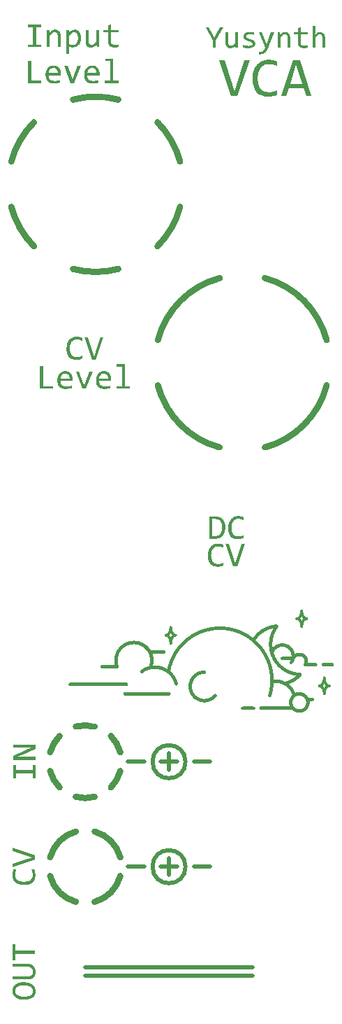
<source format=gto>
G04 Layer_Color=65535*
%FSLAX43Y43*%
%MOMM*%
G71*
G01*
G75*
%ADD12C,0.762*%
%ADD13C,0.500*%
G36*
X199482Y380659D02*
X199523Y380654D01*
X199574Y380645D01*
X199625Y380631D01*
X199681Y380612D01*
X199731Y380584D01*
X199736Y380580D01*
X199755Y380571D01*
X199778Y380552D01*
X199810Y380529D01*
X199847Y380501D01*
X199884Y380464D01*
X199921Y380422D01*
X199958Y380372D01*
X199963Y380367D01*
X199972Y380348D01*
X199991Y380321D01*
X200009Y380279D01*
X200032Y380233D01*
X200055Y380177D01*
X200079Y380112D01*
X200097Y380043D01*
Y380034D01*
X200106Y380011D01*
X200111Y379969D01*
X200120Y379918D01*
X200129Y379858D01*
X200134Y379784D01*
X200143Y379705D01*
Y379617D01*
Y379613D01*
Y379603D01*
Y379589D01*
Y379571D01*
X200139Y379515D01*
X200134Y379451D01*
X200125Y379372D01*
X200111Y379293D01*
X200092Y379210D01*
X200065Y379127D01*
X200060Y379117D01*
X200051Y379094D01*
X200032Y379057D01*
X200009Y379006D01*
X199977Y378955D01*
X199940Y378895D01*
X199898Y378840D01*
X199847Y378784D01*
X199843Y378780D01*
X199824Y378761D01*
X199792Y378738D01*
X199755Y378706D01*
X199708Y378673D01*
X199648Y378636D01*
X199588Y378604D01*
X199519Y378576D01*
X199509Y378571D01*
X199486Y378567D01*
X199449Y378557D01*
X199398Y378544D01*
X199338Y378530D01*
X199269Y378520D01*
X199195Y378516D01*
X199116Y378511D01*
X199051D01*
X198991Y378516D01*
X198917Y378525D01*
X198898D01*
X198880Y378530D01*
X198857Y378534D01*
X198824D01*
X198792Y378539D01*
X198718Y378553D01*
Y377678D01*
X198357D01*
Y380626D01*
X198676D01*
X198699Y380274D01*
Y380279D01*
X198709Y380284D01*
X198727Y380311D01*
X198760Y380348D01*
X198801Y380390D01*
X198852Y380441D01*
X198908Y380492D01*
X198968Y380538D01*
X199033Y380575D01*
X199042Y380580D01*
X199065Y380589D01*
X199097Y380603D01*
X199148Y380621D01*
X199204Y380635D01*
X199269Y380649D01*
X199343Y380659D01*
X199417Y380663D01*
X199449D01*
X199482Y380659D01*
D02*
G37*
G36*
X197089D02*
X197112D01*
X197144Y380654D01*
X197219Y380640D01*
X197297Y380617D01*
X197376Y380580D01*
X197455Y380534D01*
X197524Y380469D01*
X197533Y380460D01*
X197552Y380432D01*
X197575Y380390D01*
X197607Y380325D01*
X197640Y380247D01*
X197663Y380145D01*
X197681Y380029D01*
X197691Y379895D01*
Y378534D01*
X197330D01*
Y379867D01*
Y379872D01*
Y379876D01*
Y379890D01*
Y379909D01*
X197325Y379950D01*
X197320Y380006D01*
X197306Y380062D01*
X197293Y380122D01*
X197269Y380182D01*
X197237Y380228D01*
X197232Y380233D01*
X197219Y380247D01*
X197200Y380265D01*
X197168Y380288D01*
X197131Y380311D01*
X197084Y380330D01*
X197029Y380344D01*
X196964Y380348D01*
X196941D01*
X196922Y380344D01*
X196876Y380339D01*
X196830Y380325D01*
X196825D01*
X196821Y380321D01*
X196793Y380311D01*
X196751Y380288D01*
X196700Y380256D01*
X196696D01*
X196686Y380247D01*
X196672Y380237D01*
X196654Y380224D01*
X196608Y380182D01*
X196547Y380126D01*
X196543Y380122D01*
X196534Y380112D01*
X196520Y380094D01*
X196497Y380071D01*
X196469Y380038D01*
X196441Y380001D01*
X196409Y379964D01*
X196372Y379918D01*
Y378534D01*
X196011D01*
Y380626D01*
X196330D01*
X196344Y380288D01*
X196348Y380293D01*
X196358Y380307D01*
X196376Y380325D01*
X196399Y380348D01*
X196460Y380409D01*
X196520Y380464D01*
X196524Y380469D01*
X196534Y380478D01*
X196552Y380492D01*
X196575Y380506D01*
X196626Y380543D01*
X196686Y380580D01*
X196691D01*
X196700Y380589D01*
X196719Y380594D01*
X196737Y380608D01*
X196793Y380626D01*
X196853Y380645D01*
X196858D01*
X196867Y380649D01*
X196885D01*
X196908Y380654D01*
X196969Y380659D01*
X197033Y380663D01*
X197066D01*
X197089Y380659D01*
D02*
G37*
G36*
X193310Y265427D02*
X193347D01*
X193435Y265423D01*
X193532Y265409D01*
X193638Y265395D01*
X193745Y265372D01*
X193851Y265344D01*
X193856D01*
X193865Y265340D01*
X193879Y265335D01*
X193898Y265330D01*
X193944Y265307D01*
X194009Y265284D01*
X194078Y265247D01*
X194152Y265210D01*
X194226Y265159D01*
X194296Y265108D01*
X194305Y265104D01*
X194323Y265085D01*
X194356Y265053D01*
X194393Y265011D01*
X194434Y264960D01*
X194476Y264905D01*
X194513Y264840D01*
X194550Y264766D01*
X194555Y264756D01*
X194564Y264733D01*
X194578Y264692D01*
X194592Y264641D01*
X194606Y264581D01*
X194620Y264511D01*
X194629Y264432D01*
X194633Y264354D01*
Y264349D01*
Y264345D01*
Y264326D01*
Y264308D01*
X194629Y264261D01*
X194620Y264196D01*
X194610Y264127D01*
X194596Y264048D01*
X194573Y263970D01*
X194541Y263896D01*
X194536Y263886D01*
X194522Y263863D01*
X194499Y263826D01*
X194471Y263785D01*
X194430Y263729D01*
X194383Y263678D01*
X194328Y263623D01*
X194268Y263572D01*
X194259Y263567D01*
X194235Y263549D01*
X194198Y263525D01*
X194147Y263498D01*
X194083Y263470D01*
X194009Y263438D01*
X193925Y263410D01*
X193833Y263382D01*
X193828D01*
X193819Y263377D01*
X193805D01*
X193786Y263373D01*
X193763Y263368D01*
X193736Y263363D01*
X193662Y263354D01*
X193578Y263340D01*
X193476Y263331D01*
X193365Y263326D01*
X193250Y263322D01*
X193189D01*
X193157Y263326D01*
X193120D01*
X193037Y263331D01*
X192935Y263340D01*
X192833Y263359D01*
X192722Y263377D01*
X192620Y263405D01*
X192616D01*
X192606Y263410D01*
X192592Y263414D01*
X192574Y263419D01*
X192528Y263438D01*
X192463Y263465D01*
X192393Y263498D01*
X192319Y263539D01*
X192250Y263586D01*
X192181Y263637D01*
X192171Y263641D01*
X192153Y263664D01*
X192120Y263692D01*
X192083Y263734D01*
X192042Y263785D01*
X191996Y263845D01*
X191958Y263910D01*
X191921Y263979D01*
X191917Y263988D01*
X191908Y264011D01*
X191894Y264053D01*
X191875Y264104D01*
X191861Y264164D01*
X191847Y264238D01*
X191838Y264312D01*
X191834Y264395D01*
Y264400D01*
Y264409D01*
Y264419D01*
Y264437D01*
X191838Y264488D01*
X191847Y264548D01*
X191857Y264622D01*
X191875Y264696D01*
X191898Y264775D01*
X191931Y264849D01*
X191935Y264858D01*
X191949Y264881D01*
X191972Y264918D01*
X192000Y264965D01*
X192042Y265016D01*
X192088Y265066D01*
X192144Y265122D01*
X192208Y265173D01*
X192218Y265178D01*
X192241Y265196D01*
X192278Y265219D01*
X192329Y265247D01*
X192393Y265279D01*
X192468Y265312D01*
X192551Y265340D01*
X192643Y265367D01*
X192648D01*
X192653Y265372D01*
X192667D01*
X192690Y265377D01*
X192713Y265381D01*
X192741Y265386D01*
X192810Y265400D01*
X192893Y265414D01*
X192990Y265423D01*
X193102Y265427D01*
X193217Y265432D01*
X193277D01*
X193310Y265427D01*
D02*
G37*
G36*
X195321Y380941D02*
X194692D01*
Y378849D01*
X195321D01*
Y378534D01*
X193687D01*
Y378849D01*
X194317D01*
Y380941D01*
X193687D01*
Y381256D01*
X195321D01*
Y380941D01*
D02*
G37*
G36*
X198303Y339354D02*
X198353Y339349D01*
X198414Y339340D01*
X198478Y339331D01*
X198543Y339312D01*
X198608Y339289D01*
X198617Y339285D01*
X198636Y339275D01*
X198668Y339261D01*
X198710Y339238D01*
X198751Y339211D01*
X198802Y339178D01*
X198849Y339137D01*
X198895Y339090D01*
X198900Y339086D01*
X198913Y339067D01*
X198937Y339039D01*
X198960Y339007D01*
X198987Y338961D01*
X199020Y338910D01*
X199048Y338850D01*
X199071Y338785D01*
X199075Y338776D01*
X199080Y338752D01*
X199089Y338715D01*
X199103Y338669D01*
X199112Y338609D01*
X199122Y338544D01*
X199126Y338470D01*
X199131Y338387D01*
Y338382D01*
Y338373D01*
Y338359D01*
Y338341D01*
Y338299D01*
X199126Y338253D01*
Y338243D01*
Y338220D01*
Y338192D01*
X199122Y338160D01*
X197655D01*
Y338155D01*
Y338146D01*
Y338128D01*
X197659Y338109D01*
Y338081D01*
X197664Y338049D01*
X197678Y337975D01*
X197696Y337896D01*
X197729Y337813D01*
X197770Y337734D01*
X197831Y337665D01*
X197840Y337656D01*
X197863Y337637D01*
X197905Y337609D01*
X197965Y337582D01*
X198039Y337549D01*
X198127Y337521D01*
X198228Y337503D01*
X198349Y337494D01*
X198465D01*
X198529Y337498D01*
X198543D01*
X198562Y337503D01*
X198585D01*
X198645Y337512D01*
X198705Y337517D01*
X198710D01*
X198719Y337521D01*
X198738D01*
X198761Y337526D01*
X198812Y337535D01*
X198872Y337545D01*
X198876D01*
X198886Y337549D01*
X198900Y337554D01*
X198918Y337558D01*
X198969Y337568D01*
X199020Y337582D01*
Y337285D01*
X199015D01*
X198992Y337281D01*
X198964Y337271D01*
X198923Y337262D01*
X198872Y337253D01*
X198816Y337239D01*
X198751Y337230D01*
X198682Y337221D01*
X198673D01*
X198650Y337216D01*
X198613Y337211D01*
X198566Y337207D01*
X198506Y337202D01*
X198441Y337197D01*
X198372Y337193D01*
X198252D01*
X198201Y337197D01*
X198141Y337202D01*
X198067Y337211D01*
X197988Y337221D01*
X197909Y337239D01*
X197835Y337262D01*
X197826Y337267D01*
X197803Y337276D01*
X197766Y337295D01*
X197724Y337318D01*
X197673Y337346D01*
X197618Y337383D01*
X197567Y337424D01*
X197516Y337475D01*
X197511Y337480D01*
X197497Y337498D01*
X197474Y337531D01*
X197446Y337568D01*
X197414Y337619D01*
X197386Y337674D01*
X197354Y337743D01*
X197331Y337813D01*
Y337818D01*
Y337822D01*
X197321Y337850D01*
X197312Y337892D01*
X197303Y337947D01*
X197294Y338017D01*
X197284Y338091D01*
X197280Y338179D01*
X197275Y338271D01*
Y338276D01*
Y338280D01*
Y338308D01*
X197280Y338350D01*
X197284Y338405D01*
X197289Y338465D01*
X197303Y338535D01*
X197317Y338609D01*
X197335Y338683D01*
Y338688D01*
X197340Y338692D01*
X197349Y338715D01*
X197363Y338752D01*
X197382Y338803D01*
X197409Y338854D01*
X197442Y338914D01*
X197479Y338975D01*
X197520Y339030D01*
X197525Y339035D01*
X197544Y339053D01*
X197571Y339081D01*
X197604Y339118D01*
X197650Y339155D01*
X197701Y339197D01*
X197756Y339234D01*
X197821Y339271D01*
X197831Y339275D01*
X197854Y339285D01*
X197891Y339298D01*
X197937Y339317D01*
X197997Y339331D01*
X198067Y339345D01*
X198141Y339354D01*
X198224Y339359D01*
X198261D01*
X198303Y339354D01*
D02*
G37*
G36*
X202383Y378534D02*
X202059D01*
X202045Y378868D01*
X202041Y378863D01*
X202032Y378849D01*
X202013Y378831D01*
X201990Y378807D01*
X201930Y378747D01*
X201865Y378687D01*
X201860Y378682D01*
X201851Y378678D01*
X201833Y378664D01*
X201814Y378645D01*
X201758Y378613D01*
X201698Y378576D01*
X201694D01*
X201684Y378571D01*
X201666Y378562D01*
X201647Y378553D01*
X201592Y378534D01*
X201532Y378516D01*
X201527D01*
X201518Y378511D01*
X201499D01*
X201476Y378507D01*
X201421Y378502D01*
X201351Y378497D01*
X201319D01*
X201300Y378502D01*
X201273D01*
X201240Y378507D01*
X201171Y378520D01*
X201092Y378544D01*
X201013Y378576D01*
X200935Y378622D01*
X200865Y378682D01*
X200861Y378692D01*
X200842Y378719D01*
X200814Y378761D01*
X200787Y378826D01*
X200754Y378905D01*
X200731Y379006D01*
X200713Y379122D01*
X200703Y379256D01*
Y380626D01*
X201064D01*
Y379284D01*
Y379279D01*
Y379266D01*
X201069Y379242D01*
Y379210D01*
X201074Y379173D01*
X201083Y379131D01*
X201111Y379048D01*
X201129Y379002D01*
X201152Y378960D01*
X201180Y378918D01*
X201217Y378881D01*
X201259Y378854D01*
X201305Y378826D01*
X201360Y378812D01*
X201425Y378807D01*
X201435D01*
X201467Y378812D01*
X201509Y378817D01*
X201555Y378826D01*
X201559D01*
X201564Y378831D01*
X201578Y378835D01*
X201596Y378840D01*
X201638Y378863D01*
X201689Y378891D01*
X201694Y378895D01*
X201703Y378900D01*
X201717Y378909D01*
X201735Y378928D01*
X201782Y378969D01*
X201837Y379025D01*
X201842Y379030D01*
X201851Y379039D01*
X201870Y379057D01*
X201893Y379085D01*
X201920Y379113D01*
X201953Y379150D01*
X201985Y379191D01*
X202022Y379238D01*
Y380626D01*
X202383D01*
Y378534D01*
D02*
G37*
G36*
X194633Y290068D02*
X194319D01*
Y290697D01*
X192227D01*
Y290068D01*
X191912D01*
Y291702D01*
X192227D01*
Y291072D01*
X194319D01*
Y291702D01*
X194633D01*
Y290068D01*
D02*
G37*
G36*
Y293655D02*
X192935Y292896D01*
X192389Y292678D01*
X194633D01*
Y292308D01*
X191912D01*
Y292803D01*
X193523Y293525D01*
X194143Y293789D01*
X191912D01*
Y294159D01*
X194633D01*
Y293655D01*
D02*
G37*
G36*
X226787Y380334D02*
X227637D01*
Y380059D01*
X226787D01*
Y379101D01*
Y379097D01*
Y379093D01*
Y379068D01*
X226791Y379035D01*
X226799Y378989D01*
X226812Y378939D01*
X226833Y378889D01*
X226858Y378843D01*
X226895Y378801D01*
X226899Y378797D01*
X226916Y378785D01*
X226941Y378768D01*
X226974Y378751D01*
X227020Y378735D01*
X227074Y378718D01*
X227137Y378706D01*
X227212Y378701D01*
X227270D01*
X227299Y378706D01*
X227337D01*
X227412Y378714D01*
X227416D01*
X227433Y378718D01*
X227453D01*
X227483Y378726D01*
X227516Y378731D01*
X227553Y378739D01*
X227637Y378760D01*
Y378476D01*
X227633D01*
X227616Y378472D01*
X227595Y378468D01*
X227566Y378464D01*
X227528Y378456D01*
X227491Y378451D01*
X227403Y378439D01*
X227383D01*
X227362Y378435D01*
X227328D01*
X227295Y378431D01*
X227254D01*
X227166Y378426D01*
X227133D01*
X227108Y378431D01*
X227079D01*
X227045Y378435D01*
X226966Y378447D01*
X226883Y378464D01*
X226795Y378493D01*
X226712Y378531D01*
X226670Y378556D01*
X226637Y378585D01*
X226629Y378593D01*
X226608Y378614D01*
X226583Y378651D01*
X226550Y378706D01*
X226516Y378776D01*
X226491Y378860D01*
X226470Y378960D01*
X226462Y379076D01*
Y380059D01*
X225937D01*
Y380334D01*
X226462D01*
Y380851D01*
X226787Y380938D01*
Y380334D01*
D02*
G37*
G36*
X219330Y321811D02*
X219385Y321806D01*
X219441Y321801D01*
X219566Y321783D01*
X219575D01*
X219594Y321778D01*
X219626Y321769D01*
X219668Y321760D01*
X219714Y321746D01*
X219765Y321727D01*
X219881Y321686D01*
Y321320D01*
X219876Y321325D01*
X219853Y321334D01*
X219825Y321348D01*
X219783Y321366D01*
X219737Y321385D01*
X219686Y321403D01*
X219570Y321440D01*
X219561D01*
X219543Y321450D01*
X219510Y321454D01*
X219469Y321464D01*
X219418Y321473D01*
X219358Y321478D01*
X219293Y321487D01*
X219191D01*
X219154Y321482D01*
X219108Y321478D01*
X219057Y321468D01*
X218997Y321454D01*
X218936Y321436D01*
X218876Y321413D01*
X218872Y321408D01*
X218853Y321399D01*
X218821Y321380D01*
X218788Y321357D01*
X218747Y321329D01*
X218700Y321292D01*
X218654Y321251D01*
X218613Y321200D01*
X218608Y321195D01*
X218594Y321177D01*
X218575Y321149D01*
X218552Y321107D01*
X218525Y321061D01*
X218497Y321001D01*
X218469Y320936D01*
X218446Y320867D01*
Y320857D01*
X218437Y320834D01*
X218427Y320793D01*
X218418Y320737D01*
X218409Y320672D01*
X218400Y320598D01*
X218395Y320515D01*
X218390Y320422D01*
Y320418D01*
Y320399D01*
Y320371D01*
X218395Y320334D01*
Y320293D01*
X218400Y320242D01*
X218409Y320186D01*
X218418Y320126D01*
X218441Y319997D01*
X218478Y319862D01*
X218534Y319737D01*
X218566Y319682D01*
X218603Y319626D01*
X218608Y319622D01*
X218613Y319617D01*
X218626Y319603D01*
X218645Y319585D01*
X218663Y319566D01*
X218691Y319543D01*
X218724Y319515D01*
X218761Y319492D01*
X218802Y319469D01*
X218849Y319441D01*
X218904Y319418D01*
X218960Y319400D01*
X219020Y319381D01*
X219085Y319372D01*
X219159Y319363D01*
X219233Y319358D01*
X219297D01*
X219339Y319363D01*
X219390Y319367D01*
X219446Y319372D01*
X219566Y319395D01*
X219575D01*
X219594Y319404D01*
X219626Y319413D01*
X219668Y319427D01*
X219714Y319441D01*
X219765Y319460D01*
X219881Y319511D01*
Y319159D01*
X219876D01*
X219867Y319154D01*
X219848Y319145D01*
X219825Y319140D01*
X219793Y319127D01*
X219756Y319117D01*
X219719Y319103D01*
X219672Y319094D01*
X219566Y319066D01*
X219450Y319048D01*
X219325Y319029D01*
X219191Y319025D01*
X219168D01*
X219135Y319029D01*
X219094D01*
X219048Y319034D01*
X218992Y319043D01*
X218932Y319052D01*
X218862Y319066D01*
X218793Y319085D01*
X218719Y319108D01*
X218645Y319136D01*
X218571Y319168D01*
X218501Y319210D01*
X218432Y319256D01*
X218363Y319307D01*
X218302Y319367D01*
X218298Y319372D01*
X218289Y319386D01*
X218275Y319404D01*
X218256Y319432D01*
X218233Y319469D01*
X218205Y319511D01*
X218178Y319566D01*
X218150Y319626D01*
X218122Y319691D01*
X218094Y319770D01*
X218066Y319853D01*
X218043Y319941D01*
X218025Y320043D01*
X218011Y320149D01*
X218002Y320265D01*
X217997Y320385D01*
Y320390D01*
Y320399D01*
Y320418D01*
Y320441D01*
X218002Y320469D01*
Y320506D01*
X218006Y320584D01*
X218016Y320672D01*
X218034Y320774D01*
X218053Y320876D01*
X218080Y320978D01*
Y320982D01*
X218085Y320992D01*
X218090Y321005D01*
X218094Y321024D01*
X218117Y321070D01*
X218140Y321135D01*
X218178Y321204D01*
X218219Y321279D01*
X218265Y321357D01*
X218321Y321427D01*
X218330Y321436D01*
X218349Y321459D01*
X218386Y321491D01*
X218432Y321533D01*
X218488Y321579D01*
X218552Y321626D01*
X218626Y321672D01*
X218705Y321714D01*
X218710D01*
X218714Y321718D01*
X218728Y321723D01*
X218747Y321727D01*
X218793Y321746D01*
X218853Y321764D01*
X218927Y321783D01*
X219015Y321801D01*
X219112Y321811D01*
X219214Y321815D01*
X219284D01*
X219330Y321811D01*
D02*
G37*
G36*
X193731Y267663D02*
X193786Y267658D01*
X193851Y267654D01*
X193916Y267640D01*
X193990Y267626D01*
X194060Y267603D01*
X194069Y267598D01*
X194087Y267589D01*
X194124Y267575D01*
X194166Y267556D01*
X194212Y267529D01*
X194268Y267496D01*
X194319Y267459D01*
X194370Y267413D01*
X194374Y267408D01*
X194388Y267390D01*
X194411Y267367D01*
X194439Y267330D01*
X194471Y267288D01*
X194504Y267237D01*
X194536Y267177D01*
X194564Y267112D01*
X194569Y267103D01*
X194573Y267080D01*
X194587Y267043D01*
X194596Y266996D01*
X194610Y266936D01*
X194624Y266867D01*
X194629Y266788D01*
X194633Y266705D01*
Y266700D01*
Y266696D01*
Y266682D01*
Y266663D01*
X194629Y266617D01*
X194624Y266557D01*
X194620Y266487D01*
X194606Y266418D01*
X194592Y266344D01*
X194569Y266274D01*
X194564Y266265D01*
X194555Y266247D01*
X194541Y266214D01*
X194522Y266173D01*
X194495Y266126D01*
X194462Y266080D01*
X194425Y266034D01*
X194383Y265987D01*
X194379Y265983D01*
X194360Y265969D01*
X194333Y265950D01*
X194300Y265927D01*
X194254Y265900D01*
X194208Y265872D01*
X194147Y265849D01*
X194087Y265825D01*
X194078D01*
X194055Y265816D01*
X194023Y265812D01*
X193976Y265802D01*
X193921Y265793D01*
X193856Y265784D01*
X193782Y265779D01*
X193708Y265775D01*
X191875D01*
Y266145D01*
X193736D01*
X193773Y266149D01*
X193819D01*
X193865Y266159D01*
X193958Y266173D01*
X193962D01*
X193976Y266177D01*
X193999Y266186D01*
X194027Y266196D01*
X194092Y266228D01*
X194161Y266270D01*
X194166Y266274D01*
X194175Y266284D01*
X194189Y266298D01*
X194208Y266321D01*
X194226Y266344D01*
X194245Y266376D01*
X194282Y266450D01*
Y266455D01*
X194286Y266469D01*
X194296Y266492D01*
X194300Y266524D01*
X194309Y266566D01*
X194319Y266612D01*
X194323Y266663D01*
Y266719D01*
Y266723D01*
Y266733D01*
Y266746D01*
X194319Y266770D01*
X194314Y266820D01*
X194300Y266885D01*
X194282Y266955D01*
X194254Y267029D01*
X194212Y267094D01*
X194157Y267154D01*
X194147Y267158D01*
X194124Y267177D01*
X194087Y267200D01*
X194032Y267228D01*
X193962Y267251D01*
X193879Y267274D01*
X193786Y267293D01*
X193675Y267297D01*
X191875D01*
Y267667D01*
X193689D01*
X193731Y267663D01*
D02*
G37*
G36*
X192190Y269255D02*
X194596D01*
Y268880D01*
X192190D01*
Y268075D01*
X191875D01*
Y270060D01*
X192190D01*
Y269255D01*
D02*
G37*
G36*
X199721Y343503D02*
X199777Y343499D01*
X199832Y343494D01*
X199957Y343476D01*
X199966D01*
X199985Y343471D01*
X200017Y343462D01*
X200059Y343452D01*
X200105Y343439D01*
X200156Y343420D01*
X200272Y343378D01*
Y343013D01*
X200267Y343017D01*
X200244Y343027D01*
X200216Y343041D01*
X200175Y343059D01*
X200128Y343078D01*
X200077Y343096D01*
X199962Y343133D01*
X199952D01*
X199934Y343142D01*
X199901Y343147D01*
X199860Y343156D01*
X199809Y343166D01*
X199749Y343170D01*
X199684Y343179D01*
X199582D01*
X199545Y343175D01*
X199499Y343170D01*
X199448Y343161D01*
X199388Y343147D01*
X199328Y343129D01*
X199267Y343105D01*
X199263Y343101D01*
X199244Y343091D01*
X199212Y343073D01*
X199180Y343050D01*
X199138Y343022D01*
X199092Y342985D01*
X199045Y342943D01*
X199004Y342892D01*
X198999Y342888D01*
X198985Y342869D01*
X198967Y342842D01*
X198943Y342800D01*
X198916Y342754D01*
X198888Y342693D01*
X198860Y342629D01*
X198837Y342559D01*
Y342550D01*
X198828Y342527D01*
X198819Y342485D01*
X198809Y342430D01*
X198800Y342365D01*
X198791Y342291D01*
X198786Y342208D01*
X198782Y342115D01*
Y342110D01*
Y342092D01*
Y342064D01*
X198786Y342027D01*
Y341985D01*
X198791Y341935D01*
X198800Y341879D01*
X198809Y341819D01*
X198832Y341689D01*
X198869Y341555D01*
X198925Y341430D01*
X198957Y341375D01*
X198994Y341319D01*
X198999Y341314D01*
X199004Y341310D01*
X199018Y341296D01*
X199036Y341277D01*
X199055Y341259D01*
X199082Y341236D01*
X199115Y341208D01*
X199152Y341185D01*
X199193Y341162D01*
X199240Y341134D01*
X199295Y341111D01*
X199351Y341092D01*
X199411Y341074D01*
X199476Y341064D01*
X199550Y341055D01*
X199624Y341051D01*
X199689D01*
X199730Y341055D01*
X199781Y341060D01*
X199837Y341064D01*
X199957Y341088D01*
X199966D01*
X199985Y341097D01*
X200017Y341106D01*
X200059Y341120D01*
X200105Y341134D01*
X200156Y341152D01*
X200272Y341203D01*
Y340852D01*
X200267D01*
X200258Y340847D01*
X200239Y340838D01*
X200216Y340833D01*
X200184Y340819D01*
X200147Y340810D01*
X200110Y340796D01*
X200063Y340787D01*
X199957Y340759D01*
X199841Y340741D01*
X199716Y340722D01*
X199582Y340717D01*
X199559D01*
X199527Y340722D01*
X199485D01*
X199439Y340727D01*
X199383Y340736D01*
X199323Y340745D01*
X199254Y340759D01*
X199184Y340778D01*
X199110Y340801D01*
X199036Y340828D01*
X198962Y340861D01*
X198893Y340902D01*
X198823Y340949D01*
X198754Y341000D01*
X198694Y341060D01*
X198689Y341064D01*
X198680Y341078D01*
X198666Y341097D01*
X198647Y341125D01*
X198624Y341162D01*
X198596Y341203D01*
X198569Y341259D01*
X198541Y341319D01*
X198513Y341384D01*
X198485Y341462D01*
X198458Y341546D01*
X198434Y341634D01*
X198416Y341736D01*
X198402Y341842D01*
X198393Y341958D01*
X198388Y342078D01*
Y342083D01*
Y342092D01*
Y342110D01*
Y342134D01*
X198393Y342161D01*
Y342198D01*
X198397Y342277D01*
X198407Y342365D01*
X198425Y342467D01*
X198444Y342569D01*
X198471Y342670D01*
Y342675D01*
X198476Y342684D01*
X198481Y342698D01*
X198485Y342717D01*
X198508Y342763D01*
X198532Y342828D01*
X198569Y342897D01*
X198610Y342971D01*
X198657Y343050D01*
X198712Y343119D01*
X198721Y343129D01*
X198740Y343152D01*
X198777Y343184D01*
X198823Y343226D01*
X198879Y343272D01*
X198943Y343318D01*
X199018Y343365D01*
X199096Y343406D01*
X199101D01*
X199105Y343411D01*
X199119Y343415D01*
X199138Y343420D01*
X199184Y343439D01*
X199244Y343457D01*
X199318Y343476D01*
X199406Y343494D01*
X199503Y343503D01*
X199605Y343508D01*
X199675D01*
X199721Y343503D01*
D02*
G37*
G36*
X196878Y376315D02*
X196929Y376310D01*
X196989Y376301D01*
X197054Y376292D01*
X197119Y376273D01*
X197184Y376250D01*
X197193Y376245D01*
X197212Y376236D01*
X197244Y376222D01*
X197286Y376199D01*
X197327Y376171D01*
X197378Y376139D01*
X197424Y376097D01*
X197471Y376051D01*
X197475Y376046D01*
X197489Y376028D01*
X197512Y376000D01*
X197536Y375968D01*
X197563Y375921D01*
X197596Y375871D01*
X197623Y375810D01*
X197647Y375746D01*
X197651Y375736D01*
X197656Y375713D01*
X197665Y375676D01*
X197679Y375630D01*
X197688Y375570D01*
X197698Y375505D01*
X197702Y375431D01*
X197707Y375348D01*
Y375343D01*
Y375334D01*
Y375320D01*
Y375301D01*
Y375260D01*
X197702Y375213D01*
Y375204D01*
Y375181D01*
Y375153D01*
X197698Y375121D01*
X196230D01*
Y375116D01*
Y375107D01*
Y375088D01*
X196235Y375070D01*
Y375042D01*
X196240Y375010D01*
X196254Y374936D01*
X196272Y374857D01*
X196305Y374774D01*
X196346Y374695D01*
X196406Y374626D01*
X196416Y374616D01*
X196439Y374598D01*
X196480Y374570D01*
X196541Y374542D01*
X196615Y374510D01*
X196703Y374482D01*
X196804Y374464D01*
X196925Y374454D01*
X197040D01*
X197105Y374459D01*
X197119D01*
X197138Y374464D01*
X197161D01*
X197221Y374473D01*
X197281Y374478D01*
X197286D01*
X197295Y374482D01*
X197313D01*
X197337Y374487D01*
X197387Y374496D01*
X197448Y374505D01*
X197452D01*
X197461Y374510D01*
X197475Y374515D01*
X197494Y374519D01*
X197545Y374528D01*
X197596Y374542D01*
Y374246D01*
X197591D01*
X197568Y374241D01*
X197540Y374232D01*
X197499Y374223D01*
X197448Y374214D01*
X197392Y374200D01*
X197327Y374191D01*
X197258Y374181D01*
X197249D01*
X197225Y374177D01*
X197188Y374172D01*
X197142Y374167D01*
X197082Y374163D01*
X197017Y374158D01*
X196948Y374154D01*
X196827D01*
X196777Y374158D01*
X196716Y374163D01*
X196642Y374172D01*
X196564Y374181D01*
X196485Y374200D01*
X196411Y374223D01*
X196402Y374228D01*
X196379Y374237D01*
X196342Y374255D01*
X196300Y374279D01*
X196249Y374306D01*
X196193Y374343D01*
X196143Y374385D01*
X196092Y374436D01*
X196087Y374440D01*
X196073Y374459D01*
X196050Y374491D01*
X196022Y374528D01*
X195990Y374579D01*
X195962Y374635D01*
X195930Y374704D01*
X195907Y374774D01*
Y374778D01*
Y374783D01*
X195897Y374811D01*
X195888Y374852D01*
X195879Y374908D01*
X195869Y374977D01*
X195860Y375051D01*
X195856Y375139D01*
X195851Y375232D01*
Y375236D01*
Y375241D01*
Y375269D01*
X195856Y375311D01*
X195860Y375366D01*
X195865Y375426D01*
X195879Y375496D01*
X195893Y375570D01*
X195911Y375644D01*
Y375648D01*
X195916Y375653D01*
X195925Y375676D01*
X195939Y375713D01*
X195957Y375764D01*
X195985Y375815D01*
X196018Y375875D01*
X196055Y375935D01*
X196096Y375991D01*
X196101Y375995D01*
X196119Y376014D01*
X196147Y376042D01*
X196180Y376079D01*
X196226Y376116D01*
X196277Y376157D01*
X196332Y376194D01*
X196397Y376231D01*
X196406Y376236D01*
X196429Y376245D01*
X196466Y376259D01*
X196513Y376278D01*
X196573Y376292D01*
X196642Y376306D01*
X196716Y376315D01*
X196800Y376319D01*
X196837D01*
X196878Y376315D01*
D02*
G37*
G36*
X201571D02*
X201622Y376310D01*
X201682Y376301D01*
X201747Y376292D01*
X201812Y376273D01*
X201876Y376250D01*
X201886Y376245D01*
X201904Y376236D01*
X201937Y376222D01*
X201978Y376199D01*
X202020Y376171D01*
X202071Y376139D01*
X202117Y376097D01*
X202163Y376051D01*
X202168Y376046D01*
X202182Y376028D01*
X202205Y376000D01*
X202228Y375968D01*
X202256Y375921D01*
X202288Y375871D01*
X202316Y375810D01*
X202339Y375746D01*
X202344Y375736D01*
X202349Y375713D01*
X202358Y375676D01*
X202372Y375630D01*
X202381Y375570D01*
X202390Y375505D01*
X202395Y375431D01*
X202399Y375348D01*
Y375343D01*
Y375334D01*
Y375320D01*
Y375301D01*
Y375260D01*
X202395Y375213D01*
Y375204D01*
Y375181D01*
Y375153D01*
X202390Y375121D01*
X200923D01*
Y375116D01*
Y375107D01*
Y375088D01*
X200928Y375070D01*
Y375042D01*
X200932Y375010D01*
X200946Y374936D01*
X200965Y374857D01*
X200997Y374774D01*
X201039Y374695D01*
X201099Y374626D01*
X201108Y374616D01*
X201131Y374598D01*
X201173Y374570D01*
X201233Y374542D01*
X201307Y374510D01*
X201395Y374482D01*
X201497Y374464D01*
X201617Y374454D01*
X201733D01*
X201798Y374459D01*
X201812D01*
X201830Y374464D01*
X201853D01*
X201914Y374473D01*
X201974Y374478D01*
X201978D01*
X201988Y374482D01*
X202006D01*
X202029Y374487D01*
X202080Y374496D01*
X202140Y374505D01*
X202145D01*
X202154Y374510D01*
X202168Y374515D01*
X202187Y374519D01*
X202237Y374528D01*
X202288Y374542D01*
Y374246D01*
X202284D01*
X202261Y374241D01*
X202233Y374232D01*
X202191Y374223D01*
X202140Y374214D01*
X202085Y374200D01*
X202020Y374191D01*
X201951Y374181D01*
X201941D01*
X201918Y374177D01*
X201881Y374172D01*
X201835Y374167D01*
X201775Y374163D01*
X201710Y374158D01*
X201640Y374154D01*
X201520D01*
X201469Y374158D01*
X201409Y374163D01*
X201335Y374172D01*
X201256Y374181D01*
X201178Y374200D01*
X201104Y374223D01*
X201094Y374228D01*
X201071Y374237D01*
X201034Y374255D01*
X200993Y374279D01*
X200942Y374306D01*
X200886Y374343D01*
X200835Y374385D01*
X200784Y374436D01*
X200780Y374440D01*
X200766Y374459D01*
X200743Y374491D01*
X200715Y374528D01*
X200682Y374579D01*
X200655Y374635D01*
X200622Y374704D01*
X200599Y374774D01*
Y374778D01*
Y374783D01*
X200590Y374811D01*
X200581Y374852D01*
X200571Y374908D01*
X200562Y374977D01*
X200553Y375051D01*
X200548Y375139D01*
X200544Y375232D01*
Y375236D01*
Y375241D01*
Y375269D01*
X200548Y375311D01*
X200553Y375366D01*
X200558Y375426D01*
X200571Y375496D01*
X200585Y375570D01*
X200604Y375644D01*
Y375648D01*
X200608Y375653D01*
X200618Y375676D01*
X200632Y375713D01*
X200650Y375764D01*
X200678Y375815D01*
X200710Y375875D01*
X200747Y375935D01*
X200789Y375991D01*
X200794Y375995D01*
X200812Y376014D01*
X200840Y376042D01*
X200872Y376079D01*
X200919Y376116D01*
X200969Y376157D01*
X201025Y376194D01*
X201090Y376231D01*
X201099Y376236D01*
X201122Y376245D01*
X201159Y376259D01*
X201205Y376278D01*
X201266Y376292D01*
X201335Y376306D01*
X201409Y376315D01*
X201492Y376319D01*
X201529D01*
X201571Y376315D01*
D02*
G37*
G36*
X200746Y337230D02*
X200330D01*
X199510Y339322D01*
X199922D01*
X200436Y337933D01*
X200547Y337595D01*
X200663Y337943D01*
X201172Y339322D01*
X201570D01*
X200746Y337230D01*
D02*
G37*
G36*
X205476Y337531D02*
X206101D01*
Y337230D01*
X204425D01*
Y337531D01*
X205110D01*
Y339877D01*
X204495D01*
Y340173D01*
X205476D01*
Y337531D01*
D02*
G37*
G36*
X201956Y340750D02*
X201456D01*
X200554Y343471D01*
X200975D01*
X201558Y341634D01*
X201725Y341097D01*
X201896Y341634D01*
X202484Y343471D01*
X202882D01*
X201956Y340750D01*
D02*
G37*
G36*
X195544Y337545D02*
X196738D01*
Y337230D01*
X195169D01*
Y339951D01*
X195544D01*
Y337545D01*
D02*
G37*
G36*
X202995Y339354D02*
X203046Y339349D01*
X203106Y339340D01*
X203171Y339331D01*
X203236Y339312D01*
X203301Y339289D01*
X203310Y339285D01*
X203328Y339275D01*
X203361Y339261D01*
X203402Y339238D01*
X203444Y339211D01*
X203495Y339178D01*
X203541Y339137D01*
X203588Y339090D01*
X203592Y339086D01*
X203606Y339067D01*
X203629Y339039D01*
X203652Y339007D01*
X203680Y338961D01*
X203713Y338910D01*
X203740Y338850D01*
X203763Y338785D01*
X203768Y338776D01*
X203773Y338752D01*
X203782Y338715D01*
X203796Y338669D01*
X203805Y338609D01*
X203814Y338544D01*
X203819Y338470D01*
X203824Y338387D01*
Y338382D01*
Y338373D01*
Y338359D01*
Y338341D01*
Y338299D01*
X203819Y338253D01*
Y338243D01*
Y338220D01*
Y338192D01*
X203814Y338160D01*
X202347D01*
Y338155D01*
Y338146D01*
Y338128D01*
X202352Y338109D01*
Y338081D01*
X202357Y338049D01*
X202370Y337975D01*
X202389Y337896D01*
X202421Y337813D01*
X202463Y337734D01*
X202523Y337665D01*
X202532Y337656D01*
X202556Y337637D01*
X202597Y337609D01*
X202657Y337582D01*
X202731Y337549D01*
X202819Y337521D01*
X202921Y337503D01*
X203041Y337494D01*
X203157D01*
X203222Y337498D01*
X203236D01*
X203254Y337503D01*
X203278D01*
X203338Y337512D01*
X203398Y337517D01*
X203402D01*
X203412Y337521D01*
X203430D01*
X203453Y337526D01*
X203504Y337535D01*
X203564Y337545D01*
X203569D01*
X203578Y337549D01*
X203592Y337554D01*
X203611Y337558D01*
X203662Y337568D01*
X203713Y337582D01*
Y337285D01*
X203708D01*
X203685Y337281D01*
X203657Y337271D01*
X203615Y337262D01*
X203564Y337253D01*
X203509Y337239D01*
X203444Y337230D01*
X203375Y337221D01*
X203365D01*
X203342Y337216D01*
X203305Y337211D01*
X203259Y337207D01*
X203199Y337202D01*
X203134Y337197D01*
X203065Y337193D01*
X202944D01*
X202893Y337197D01*
X202833Y337202D01*
X202759Y337211D01*
X202681Y337221D01*
X202602Y337239D01*
X202528Y337262D01*
X202519Y337267D01*
X202495Y337276D01*
X202458Y337295D01*
X202417Y337318D01*
X202366Y337346D01*
X202310Y337383D01*
X202259Y337424D01*
X202208Y337475D01*
X202204Y337480D01*
X202190Y337498D01*
X202167Y337531D01*
X202139Y337568D01*
X202107Y337619D01*
X202079Y337674D01*
X202046Y337743D01*
X202023Y337813D01*
Y337818D01*
Y337822D01*
X202014Y337850D01*
X202005Y337892D01*
X201996Y337947D01*
X201986Y338017D01*
X201977Y338091D01*
X201972Y338179D01*
X201968Y338271D01*
Y338276D01*
Y338280D01*
Y338308D01*
X201972Y338350D01*
X201977Y338405D01*
X201982Y338465D01*
X201996Y338535D01*
X202009Y338609D01*
X202028Y338683D01*
Y338688D01*
X202033Y338692D01*
X202042Y338715D01*
X202056Y338752D01*
X202074Y338803D01*
X202102Y338854D01*
X202134Y338914D01*
X202171Y338975D01*
X202213Y339030D01*
X202218Y339035D01*
X202236Y339053D01*
X202264Y339081D01*
X202296Y339118D01*
X202343Y339155D01*
X202394Y339197D01*
X202449Y339234D01*
X202514Y339271D01*
X202523Y339275D01*
X202546Y339285D01*
X202583Y339298D01*
X202630Y339317D01*
X202690Y339331D01*
X202759Y339345D01*
X202833Y339354D01*
X202917Y339359D01*
X202954D01*
X202995Y339354D01*
D02*
G37*
G36*
X203790Y380626D02*
X204734D01*
Y380321D01*
X203790D01*
Y379256D01*
Y379252D01*
Y379247D01*
Y379219D01*
X203795Y379182D01*
X203804Y379131D01*
X203818Y379076D01*
X203841Y379020D01*
X203869Y378969D01*
X203910Y378923D01*
X203915Y378918D01*
X203934Y378905D01*
X203961Y378886D01*
X203998Y378868D01*
X204049Y378849D01*
X204109Y378831D01*
X204179Y378817D01*
X204262Y378812D01*
X204327D01*
X204359Y378817D01*
X204401D01*
X204484Y378826D01*
X204489D01*
X204507Y378831D01*
X204531D01*
X204563Y378840D01*
X204600Y378844D01*
X204642Y378854D01*
X204734Y378877D01*
Y378562D01*
X204730D01*
X204711Y378557D01*
X204688Y378553D01*
X204656Y378548D01*
X204614Y378539D01*
X204572Y378534D01*
X204475Y378520D01*
X204452D01*
X204429Y378516D01*
X204392D01*
X204355Y378511D01*
X204308D01*
X204211Y378507D01*
X204174D01*
X204146Y378511D01*
X204114D01*
X204077Y378516D01*
X203989Y378530D01*
X203897Y378548D01*
X203799Y378581D01*
X203707Y378622D01*
X203661Y378650D01*
X203624Y378682D01*
X203614Y378692D01*
X203591Y378715D01*
X203563Y378756D01*
X203526Y378817D01*
X203489Y378895D01*
X203462Y378988D01*
X203438Y379099D01*
X203429Y379228D01*
Y380321D01*
X202846D01*
Y380626D01*
X203429D01*
Y381200D01*
X203790Y381297D01*
Y380626D01*
D02*
G37*
G36*
X194120Y374505D02*
X195314D01*
Y374191D01*
X193745D01*
Y376912D01*
X194120D01*
Y374505D01*
D02*
G37*
G36*
X204052Y374491D02*
X204676D01*
Y374191D01*
X203001D01*
Y374491D01*
X203686D01*
Y376838D01*
X203070D01*
Y377134D01*
X204052D01*
Y374491D01*
D02*
G37*
G36*
X199322Y374191D02*
X198905D01*
X198086Y376282D01*
X198498D01*
X199012Y374894D01*
X199123Y374556D01*
X199239Y374903D01*
X199748Y376282D01*
X200146D01*
X199322Y374191D01*
D02*
G37*
G36*
X216870Y318476D02*
X216926Y318471D01*
X216981Y318467D01*
X217106Y318448D01*
X217115D01*
X217134Y318443D01*
X217166Y318434D01*
X217208Y318425D01*
X217254Y318411D01*
X217305Y318393D01*
X217421Y318351D01*
Y317985D01*
X217416Y317990D01*
X217393Y317999D01*
X217365Y318013D01*
X217324Y318032D01*
X217277Y318050D01*
X217226Y318069D01*
X217111Y318106D01*
X217102D01*
X217083Y318115D01*
X217051Y318120D01*
X217009Y318129D01*
X216958Y318138D01*
X216898Y318143D01*
X216833Y318152D01*
X216731D01*
X216694Y318147D01*
X216648Y318143D01*
X216597Y318133D01*
X216537Y318120D01*
X216477Y318101D01*
X216417Y318078D01*
X216412Y318073D01*
X216393Y318064D01*
X216361Y318045D01*
X216329Y318022D01*
X216287Y317995D01*
X216241Y317958D01*
X216194Y317916D01*
X216153Y317865D01*
X216148Y317860D01*
X216134Y317842D01*
X216116Y317814D01*
X216093Y317772D01*
X216065Y317726D01*
X216037Y317666D01*
X216009Y317601D01*
X215986Y317532D01*
Y317523D01*
X215977Y317499D01*
X215968Y317458D01*
X215958Y317402D01*
X215949Y317337D01*
X215940Y317263D01*
X215935Y317180D01*
X215931Y317087D01*
Y317083D01*
Y317064D01*
Y317037D01*
X215935Y317000D01*
Y316958D01*
X215940Y316907D01*
X215949Y316851D01*
X215958Y316791D01*
X215982Y316662D01*
X216019Y316528D01*
X216074Y316403D01*
X216107Y316347D01*
X216144Y316292D01*
X216148Y316287D01*
X216153Y316282D01*
X216167Y316268D01*
X216185Y316250D01*
X216204Y316231D01*
X216231Y316208D01*
X216264Y316180D01*
X216301Y316157D01*
X216343Y316134D01*
X216389Y316106D01*
X216444Y316083D01*
X216500Y316065D01*
X216560Y316046D01*
X216625Y316037D01*
X216699Y316028D01*
X216773Y316023D01*
X216838D01*
X216879Y316028D01*
X216930Y316032D01*
X216986Y316037D01*
X217106Y316060D01*
X217115D01*
X217134Y316069D01*
X217166Y316079D01*
X217208Y316092D01*
X217254Y316106D01*
X217305Y316125D01*
X217421Y316176D01*
Y315824D01*
X217416D01*
X217407Y315819D01*
X217388Y315810D01*
X217365Y315806D01*
X217333Y315792D01*
X217296Y315782D01*
X217259Y315769D01*
X217213Y315759D01*
X217106Y315732D01*
X216990Y315713D01*
X216865Y315694D01*
X216731Y315690D01*
X216708D01*
X216676Y315694D01*
X216634D01*
X216588Y315699D01*
X216532Y315708D01*
X216472Y315718D01*
X216403Y315732D01*
X216333Y315750D01*
X216259Y315773D01*
X216185Y315801D01*
X216111Y315833D01*
X216042Y315875D01*
X215972Y315921D01*
X215903Y315972D01*
X215843Y316032D01*
X215838Y316037D01*
X215829Y316051D01*
X215815Y316069D01*
X215796Y316097D01*
X215773Y316134D01*
X215746Y316176D01*
X215718Y316231D01*
X215690Y316292D01*
X215662Y316356D01*
X215634Y316435D01*
X215607Y316518D01*
X215584Y316606D01*
X215565Y316708D01*
X215551Y316814D01*
X215542Y316930D01*
X215537Y317050D01*
Y317055D01*
Y317064D01*
Y317083D01*
Y317106D01*
X215542Y317134D01*
Y317171D01*
X215547Y317249D01*
X215556Y317337D01*
X215574Y317439D01*
X215593Y317541D01*
X215621Y317643D01*
Y317647D01*
X215625Y317657D01*
X215630Y317671D01*
X215634Y317689D01*
X215658Y317735D01*
X215681Y317800D01*
X215718Y317870D01*
X215759Y317944D01*
X215806Y318022D01*
X215861Y318092D01*
X215870Y318101D01*
X215889Y318124D01*
X215926Y318157D01*
X215972Y318198D01*
X216028Y318244D01*
X216093Y318291D01*
X216167Y318337D01*
X216245Y318379D01*
X216250D01*
X216255Y318383D01*
X216268Y318388D01*
X216287Y318393D01*
X216333Y318411D01*
X216393Y318430D01*
X216467Y318448D01*
X216555Y318467D01*
X216653Y318476D01*
X216754Y318480D01*
X216824D01*
X216870Y318476D01*
D02*
G37*
G36*
X205691Y301656D02*
X205735D01*
Y301641D01*
X205764D01*
Y301627D01*
X205779D01*
Y301612D01*
X205793D01*
Y301598D01*
X205808D01*
Y301583D01*
X205822D01*
Y301569D01*
Y301554D01*
X205837D01*
Y301540D01*
Y301525D01*
X205851D01*
Y301511D01*
Y301496D01*
Y301482D01*
Y301467D01*
Y301453D01*
Y301438D01*
Y301423D01*
Y301409D01*
Y301394D01*
X205837D01*
Y301380D01*
Y301365D01*
Y301351D01*
X205822D01*
Y301336D01*
X205808D01*
Y301322D01*
X205793D01*
Y301307D01*
X205779D01*
Y301293D01*
X205764D01*
Y301278D01*
X205735D01*
Y301264D01*
X205706D01*
Y301249D01*
X198782D01*
Y301264D01*
X198753D01*
Y301278D01*
X198723D01*
Y301293D01*
X198709D01*
Y301307D01*
X198694D01*
Y301322D01*
X198680D01*
Y301336D01*
X198665D01*
Y301351D01*
X198651D01*
Y301365D01*
Y301380D01*
Y301394D01*
X198636D01*
Y301409D01*
Y301423D01*
Y301438D01*
Y301453D01*
Y301467D01*
Y301482D01*
Y301496D01*
Y301511D01*
Y301525D01*
X198651D01*
Y301540D01*
Y301554D01*
X198665D01*
Y301569D01*
Y301583D01*
X198680D01*
Y301598D01*
X198694D01*
Y301612D01*
X198709D01*
Y301627D01*
X198723D01*
Y301641D01*
X198753D01*
Y301656D01*
X198796D01*
Y301670D01*
X205691D01*
Y301656D01*
D02*
G37*
G36*
X219105Y315722D02*
X218606D01*
X217703Y318443D01*
X218124D01*
X218707Y316606D01*
X218874Y316069D01*
X219045Y316606D01*
X219633Y318443D01*
X220031D01*
X219105Y315722D01*
D02*
G37*
G36*
X215156Y303122D02*
X215200D01*
Y303107D01*
X215214D01*
Y303093D01*
X215243D01*
Y303078D01*
X215258D01*
Y303064D01*
X215272D01*
Y303049D01*
X215287D01*
Y303035D01*
Y303020D01*
X215301D01*
Y303006D01*
Y302991D01*
X215316D01*
Y302977D01*
Y302962D01*
Y302948D01*
Y302933D01*
Y302919D01*
Y302904D01*
Y302890D01*
Y302875D01*
Y302861D01*
X215301D01*
Y302846D01*
Y302832D01*
X215287D01*
Y302817D01*
Y302803D01*
X215272D01*
Y302788D01*
X215258D01*
Y302774D01*
X215243D01*
Y302759D01*
X215229D01*
Y302744D01*
X215200D01*
Y302730D01*
X215171D01*
Y302715D01*
X214997D01*
Y302701D01*
X214866D01*
Y302686D01*
X214793D01*
Y302672D01*
X214721D01*
Y302657D01*
X214677D01*
Y302643D01*
X214634D01*
Y302628D01*
X214590D01*
Y302614D01*
X214547D01*
Y302599D01*
X214518D01*
Y302585D01*
X214488D01*
Y302570D01*
X214445D01*
Y302556D01*
X214416D01*
Y302541D01*
X214401D01*
Y302527D01*
X214372D01*
Y302512D01*
X214343D01*
Y302498D01*
X214314D01*
Y302483D01*
X214300D01*
Y302469D01*
X214271D01*
Y302454D01*
X214256D01*
Y302440D01*
X214227D01*
Y302425D01*
X214213D01*
Y302411D01*
X214198D01*
Y302396D01*
X214169D01*
Y302382D01*
X214155D01*
Y302367D01*
X214140D01*
Y302353D01*
X214126D01*
Y302338D01*
X214111D01*
Y302324D01*
X214082D01*
Y302309D01*
X214068D01*
Y302294D01*
X214053D01*
Y302280D01*
X214038D01*
Y302265D01*
X214024D01*
Y302251D01*
X214009D01*
Y302236D01*
X213995D01*
Y302222D01*
X213980D01*
Y302207D01*
Y302193D01*
X213966D01*
Y302178D01*
X213951D01*
Y302164D01*
X213937D01*
Y302149D01*
X213922D01*
Y302135D01*
X213908D01*
Y302120D01*
Y302106D01*
X213893D01*
Y302091D01*
X213879D01*
Y302077D01*
Y302062D01*
X213864D01*
Y302048D01*
X213850D01*
Y302033D01*
X213835D01*
Y302019D01*
Y302004D01*
X213821D01*
Y301990D01*
Y301975D01*
X213806D01*
Y301961D01*
X213792D01*
Y301946D01*
Y301932D01*
X213777D01*
Y301917D01*
Y301903D01*
X213763D01*
Y301888D01*
Y301874D01*
X213748D01*
Y301859D01*
Y301844D01*
X213734D01*
Y301830D01*
Y301815D01*
X213719D01*
Y301801D01*
Y301786D01*
Y301772D01*
X213705D01*
Y301757D01*
Y301743D01*
X213690D01*
Y301728D01*
Y301714D01*
Y301699D01*
X213676D01*
Y301685D01*
Y301670D01*
Y301656D01*
X213661D01*
Y301641D01*
Y301627D01*
Y301612D01*
Y301598D01*
X213647D01*
Y301583D01*
Y301569D01*
Y301554D01*
Y301540D01*
X213632D01*
Y301525D01*
Y301511D01*
Y301496D01*
Y301482D01*
Y301467D01*
X213617D01*
Y301453D01*
Y301438D01*
Y301423D01*
Y301409D01*
Y301394D01*
Y301380D01*
X213603D01*
Y301365D01*
Y301351D01*
Y301336D01*
Y301322D01*
Y301307D01*
Y301293D01*
Y301278D01*
Y301264D01*
Y301249D01*
Y301235D01*
Y301220D01*
Y301206D01*
Y301191D01*
Y301177D01*
Y301162D01*
Y301148D01*
Y301133D01*
Y301119D01*
Y301104D01*
Y301090D01*
Y301075D01*
Y301061D01*
Y301046D01*
Y301032D01*
X213617D01*
Y301017D01*
Y301003D01*
Y300988D01*
Y300973D01*
Y300959D01*
Y300944D01*
Y300930D01*
X213632D01*
Y300915D01*
Y300901D01*
Y300886D01*
Y300872D01*
Y300857D01*
X213647D01*
Y300843D01*
Y300828D01*
Y300814D01*
X213661D01*
Y300799D01*
Y300785D01*
Y300770D01*
Y300756D01*
X213676D01*
Y300741D01*
Y300727D01*
Y300712D01*
X213690D01*
Y300698D01*
Y300683D01*
Y300669D01*
X213705D01*
Y300654D01*
Y300640D01*
X213719D01*
Y300625D01*
Y300611D01*
Y300596D01*
X213734D01*
Y300582D01*
Y300567D01*
X213748D01*
Y300552D01*
Y300538D01*
X213763D01*
Y300523D01*
Y300509D01*
X213777D01*
Y300494D01*
Y300480D01*
X213792D01*
Y300465D01*
Y300451D01*
X213806D01*
Y300436D01*
X213821D01*
Y300422D01*
Y300407D01*
X213835D01*
Y300393D01*
Y300378D01*
X213850D01*
Y300364D01*
X213864D01*
Y300349D01*
Y300335D01*
X213879D01*
Y300320D01*
X213893D01*
Y300306D01*
X213908D01*
Y300291D01*
Y300277D01*
X213922D01*
Y300262D01*
X213937D01*
Y300248D01*
X213951D01*
Y300233D01*
X213966D01*
Y300219D01*
X213980D01*
Y300204D01*
Y300190D01*
X213995D01*
Y300175D01*
X214009D01*
Y300161D01*
X214024D01*
Y300146D01*
X214038D01*
Y300132D01*
X214053D01*
Y300117D01*
X214068D01*
Y300102D01*
X214082D01*
Y300088D01*
X214097D01*
Y300073D01*
X214126D01*
Y300059D01*
X214140D01*
Y300044D01*
X214155D01*
Y300030D01*
X214169D01*
Y300015D01*
X214184D01*
Y300001D01*
X214213D01*
Y299986D01*
X214227D01*
Y299972D01*
X214256D01*
Y299957D01*
X214271D01*
Y299943D01*
X214300D01*
Y299928D01*
X214314D01*
Y299914D01*
X214343D01*
Y299899D01*
X214372D01*
Y299885D01*
X214387D01*
Y299870D01*
X214416D01*
Y299856D01*
X214445D01*
Y299841D01*
X214474D01*
Y299827D01*
X214518D01*
Y299812D01*
X214547D01*
Y299798D01*
X214590D01*
Y299783D01*
X214634D01*
Y299769D01*
X214677D01*
Y299754D01*
X214721D01*
Y299740D01*
X214779D01*
Y299725D01*
X214866D01*
Y299711D01*
X214982D01*
Y299696D01*
X215243D01*
Y299711D01*
X215359D01*
Y299725D01*
X215432D01*
Y299740D01*
X215490D01*
Y299754D01*
X215548D01*
Y299769D01*
X215592D01*
Y299783D01*
X215635D01*
Y299798D01*
X215664D01*
Y299812D01*
X215708D01*
Y299827D01*
X215737D01*
Y299841D01*
X215766D01*
Y299856D01*
X215795D01*
Y299870D01*
X215824D01*
Y299885D01*
X215853D01*
Y299899D01*
X215882D01*
Y299914D01*
X215897D01*
Y299928D01*
X215926D01*
Y299943D01*
X215940D01*
Y299957D01*
X215969D01*
Y299972D01*
X215984D01*
Y299986D01*
X216013D01*
Y300001D01*
X216027D01*
Y300015D01*
X216042D01*
Y300030D01*
X216056D01*
Y300044D01*
X216085D01*
Y300059D01*
X216100D01*
Y300073D01*
X216114D01*
Y300088D01*
X216129D01*
Y300102D01*
X216143D01*
Y300117D01*
X216158D01*
Y300132D01*
X216172D01*
Y300146D01*
X216187D01*
Y300161D01*
X216201D01*
Y300175D01*
X216216D01*
Y300190D01*
X216230D01*
Y300204D01*
X216245D01*
Y300219D01*
X216260D01*
Y300233D01*
X216274D01*
Y300248D01*
X216289D01*
Y300262D01*
X216303D01*
Y300277D01*
X216318D01*
Y300291D01*
X216361D01*
Y300306D01*
X216492D01*
Y300291D01*
X216521D01*
Y300277D01*
X216550D01*
Y300262D01*
X216564D01*
Y300248D01*
X216579D01*
Y300233D01*
X216593D01*
Y300219D01*
X216608D01*
Y300204D01*
Y300190D01*
X216622D01*
Y300175D01*
Y300161D01*
Y300146D01*
X216637D01*
Y300132D01*
Y300117D01*
Y300102D01*
Y300088D01*
Y300073D01*
Y300059D01*
X216622D01*
Y300044D01*
Y300030D01*
Y300015D01*
X216608D01*
Y300001D01*
Y299986D01*
X216593D01*
Y299972D01*
X216579D01*
Y299957D01*
X216564D01*
Y299943D01*
Y299928D01*
X216550D01*
Y299914D01*
X216535D01*
Y299899D01*
X216521D01*
Y299885D01*
X216506D01*
Y299870D01*
X216492D01*
Y299856D01*
X216477D01*
Y299841D01*
X216463D01*
Y299827D01*
X216448D01*
Y299812D01*
X216434D01*
Y299798D01*
X216419D01*
Y299783D01*
X216405D01*
Y299769D01*
X216390D01*
Y299754D01*
X216376D01*
Y299740D01*
X216347D01*
Y299725D01*
X216332D01*
Y299711D01*
X216318D01*
Y299696D01*
X216303D01*
Y299681D01*
X216274D01*
Y299667D01*
X216260D01*
Y299652D01*
X216245D01*
Y299638D01*
X216216D01*
Y299623D01*
X216201D01*
Y299609D01*
X216172D01*
Y299594D01*
X216158D01*
Y299580D01*
X216129D01*
Y299565D01*
X216114D01*
Y299551D01*
X216085D01*
Y299536D01*
X216056D01*
Y299522D01*
X216042D01*
Y299507D01*
X216013D01*
Y299493D01*
X215984D01*
Y299478D01*
X215955D01*
Y299464D01*
X215926D01*
Y299449D01*
X215882D01*
Y299435D01*
X215853D01*
Y299420D01*
X215824D01*
Y299406D01*
X215780D01*
Y299391D01*
X215737D01*
Y299377D01*
X215693D01*
Y299362D01*
X215650D01*
Y299348D01*
X215606D01*
Y299333D01*
X215534D01*
Y299319D01*
X215476D01*
Y299304D01*
X215389D01*
Y299290D01*
X215258D01*
Y299275D01*
X214953D01*
Y299290D01*
X214837D01*
Y299304D01*
X214750D01*
Y299319D01*
X214677D01*
Y299333D01*
X214619D01*
Y299348D01*
X214561D01*
Y299362D01*
X214518D01*
Y299377D01*
X214474D01*
Y299391D01*
X214430D01*
Y299406D01*
X214401D01*
Y299420D01*
X214358D01*
Y299435D01*
X214329D01*
Y299449D01*
X214300D01*
Y299464D01*
X214271D01*
Y299478D01*
X214242D01*
Y299493D01*
X214213D01*
Y299507D01*
X214184D01*
Y299522D01*
X214155D01*
Y299536D01*
X214126D01*
Y299551D01*
X214111D01*
Y299565D01*
X214082D01*
Y299580D01*
X214068D01*
Y299594D01*
X214038D01*
Y299609D01*
X214024D01*
Y299623D01*
X213995D01*
Y299638D01*
X213980D01*
Y299652D01*
X213951D01*
Y299667D01*
X213937D01*
Y299681D01*
X213922D01*
Y299696D01*
X213893D01*
Y299711D01*
X213879D01*
Y299725D01*
X213864D01*
Y299740D01*
X213850D01*
Y299754D01*
X213835D01*
Y299769D01*
X213821D01*
Y299783D01*
X213806D01*
Y299798D01*
X213777D01*
Y299812D01*
X213763D01*
Y299827D01*
X213748D01*
Y299841D01*
X213734D01*
Y299856D01*
X213719D01*
Y299870D01*
X213705D01*
Y299885D01*
X213690D01*
Y299899D01*
Y299914D01*
X213676D01*
Y299928D01*
X213661D01*
Y299943D01*
X213647D01*
Y299957D01*
X213632D01*
Y299972D01*
X213617D01*
Y299986D01*
X213603D01*
Y300001D01*
Y300015D01*
X213588D01*
Y300030D01*
X213574D01*
Y300044D01*
X213559D01*
Y300059D01*
Y300073D01*
X213545D01*
Y300088D01*
X213530D01*
Y300102D01*
X213516D01*
Y300117D01*
Y300132D01*
X213501D01*
Y300146D01*
X213487D01*
Y300161D01*
Y300175D01*
X213472D01*
Y300190D01*
Y300204D01*
X213458D01*
Y300219D01*
X213443D01*
Y300233D01*
Y300248D01*
X213429D01*
Y300262D01*
Y300277D01*
X213414D01*
Y300291D01*
Y300306D01*
X213400D01*
Y300320D01*
X213385D01*
Y300335D01*
Y300349D01*
X213371D01*
Y300364D01*
Y300378D01*
X213356D01*
Y300393D01*
Y300407D01*
Y300422D01*
X213342D01*
Y300436D01*
Y300451D01*
X213327D01*
Y300465D01*
Y300480D01*
X213313D01*
Y300494D01*
Y300509D01*
Y300523D01*
X213298D01*
Y300538D01*
Y300552D01*
Y300567D01*
X213284D01*
Y300582D01*
Y300596D01*
Y300611D01*
X213269D01*
Y300625D01*
Y300640D01*
Y300654D01*
X213255D01*
Y300669D01*
Y300683D01*
Y300698D01*
X213240D01*
Y300712D01*
Y300727D01*
Y300741D01*
Y300756D01*
X213226D01*
Y300770D01*
Y300785D01*
Y300799D01*
Y300814D01*
Y300828D01*
X213211D01*
Y300843D01*
Y300857D01*
Y300872D01*
Y300886D01*
Y300901D01*
X213197D01*
Y300915D01*
Y300930D01*
Y300944D01*
Y300959D01*
Y300973D01*
Y300988D01*
Y301003D01*
Y301017D01*
X213182D01*
Y301032D01*
Y301046D01*
Y301061D01*
Y301075D01*
Y301090D01*
Y301104D01*
Y301119D01*
Y301133D01*
Y301148D01*
Y301162D01*
Y301177D01*
Y301191D01*
Y301206D01*
Y301220D01*
Y301235D01*
Y301249D01*
Y301264D01*
Y301278D01*
Y301293D01*
Y301307D01*
Y301322D01*
Y301336D01*
Y301351D01*
Y301365D01*
Y301380D01*
Y301394D01*
X213197D01*
Y301409D01*
Y301423D01*
Y301438D01*
Y301453D01*
Y301467D01*
Y301482D01*
Y301496D01*
Y301511D01*
X213211D01*
Y301525D01*
Y301540D01*
Y301554D01*
Y301569D01*
Y301583D01*
X213226D01*
Y301598D01*
Y301612D01*
Y301627D01*
Y301641D01*
Y301656D01*
X213240D01*
Y301670D01*
Y301685D01*
Y301699D01*
Y301714D01*
X213255D01*
Y301728D01*
Y301743D01*
Y301757D01*
X213269D01*
Y301772D01*
Y301786D01*
Y301801D01*
X213284D01*
Y301815D01*
Y301830D01*
Y301844D01*
X213298D01*
Y301859D01*
Y301874D01*
Y301888D01*
X213313D01*
Y301903D01*
Y301917D01*
Y301932D01*
X213327D01*
Y301946D01*
Y301961D01*
X213342D01*
Y301975D01*
Y301990D01*
X213356D01*
Y302004D01*
Y302019D01*
X213371D01*
Y302033D01*
Y302048D01*
Y302062D01*
X213385D01*
Y302077D01*
X213400D01*
Y302091D01*
Y302106D01*
X213414D01*
Y302120D01*
Y302135D01*
X213429D01*
Y302149D01*
Y302164D01*
X213443D01*
Y302178D01*
Y302193D01*
X213458D01*
Y302207D01*
X213472D01*
Y302222D01*
Y302236D01*
X213487D01*
Y302251D01*
Y302265D01*
X213501D01*
Y302280D01*
X213516D01*
Y302294D01*
Y302309D01*
X213530D01*
Y302324D01*
X213545D01*
Y302338D01*
X213559D01*
Y302353D01*
Y302367D01*
X213574D01*
Y302382D01*
X213588D01*
Y302396D01*
X213603D01*
Y302411D01*
Y302425D01*
X213617D01*
Y302440D01*
X213632D01*
Y302454D01*
X213647D01*
Y302469D01*
X213661D01*
Y302483D01*
X213676D01*
Y302498D01*
X213690D01*
Y302512D01*
X213705D01*
Y302527D01*
X213719D01*
Y302541D01*
Y302556D01*
X213734D01*
Y302570D01*
X213748D01*
Y302585D01*
X213763D01*
Y302599D01*
X213792D01*
Y302614D01*
X213806D01*
Y302628D01*
X213821D01*
Y302643D01*
X213835D01*
Y302657D01*
X213850D01*
Y302672D01*
X213864D01*
Y302686D01*
X213879D01*
Y302701D01*
X213908D01*
Y302715D01*
X213922D01*
Y302730D01*
X213937D01*
Y302744D01*
X213951D01*
Y302759D01*
X213980D01*
Y302774D01*
X213995D01*
Y302788D01*
X214024D01*
Y302803D01*
X214038D01*
Y302817D01*
X214068D01*
Y302832D01*
X214082D01*
Y302846D01*
X214111D01*
Y302861D01*
X214126D01*
Y302875D01*
X214155D01*
Y302890D01*
X214184D01*
Y302904D01*
X214213D01*
Y302919D01*
X214242D01*
Y302933D01*
X214271D01*
Y302948D01*
X214300D01*
Y302962D01*
X214329D01*
Y302977D01*
X214358D01*
Y302991D01*
X214401D01*
Y303006D01*
X214445D01*
Y303020D01*
X214474D01*
Y303035D01*
X214518D01*
Y303049D01*
X214576D01*
Y303064D01*
X214619D01*
Y303078D01*
X214677D01*
Y303093D01*
X214750D01*
Y303107D01*
X214837D01*
Y303122D01*
X214968D01*
Y303136D01*
X215156D01*
Y303122D01*
D02*
G37*
G36*
X210874Y300509D02*
X210917D01*
Y300494D01*
X210932D01*
Y300480D01*
X210961D01*
Y300465D01*
X210975D01*
Y300451D01*
X210990D01*
Y300436D01*
X211005D01*
Y300422D01*
Y300407D01*
X211019D01*
Y300393D01*
Y300378D01*
Y300364D01*
X211034D01*
Y300349D01*
Y300335D01*
Y300320D01*
Y300306D01*
Y300291D01*
Y300277D01*
Y300262D01*
X211019D01*
Y300248D01*
Y300233D01*
Y300219D01*
X211005D01*
Y300204D01*
Y300190D01*
X210990D01*
Y300175D01*
X210975D01*
Y300161D01*
X210961D01*
Y300146D01*
X210946D01*
Y300132D01*
X210917D01*
Y300117D01*
X210888D01*
Y300102D01*
X205430D01*
Y300117D01*
X205387D01*
Y300132D01*
X205372D01*
Y300146D01*
X205343D01*
Y300161D01*
X205329D01*
Y300175D01*
X205314D01*
Y300190D01*
Y300204D01*
X205299D01*
Y300219D01*
Y300233D01*
X205285D01*
Y300248D01*
Y300262D01*
Y300277D01*
X205270D01*
Y300291D01*
Y300306D01*
Y300320D01*
Y300335D01*
Y300349D01*
X205285D01*
Y300364D01*
Y300378D01*
Y300393D01*
X205299D01*
Y300407D01*
Y300422D01*
X205314D01*
Y300436D01*
X205329D01*
Y300451D01*
X205343D01*
Y300465D01*
X205358D01*
Y300480D01*
X205372D01*
Y300494D01*
X205401D01*
Y300509D01*
X205445D01*
Y300523D01*
X210874D01*
Y300509D01*
D02*
G37*
G36*
X229687Y302396D02*
X229731D01*
Y302382D01*
X229760D01*
Y302367D01*
X229774D01*
Y302353D01*
X229789D01*
Y302338D01*
X229803D01*
Y302324D01*
Y302309D01*
X229818D01*
Y302294D01*
Y302280D01*
Y302265D01*
X229833D01*
Y302251D01*
Y302236D01*
Y302222D01*
Y302207D01*
Y302193D01*
Y302178D01*
Y302164D01*
Y302149D01*
Y302135D01*
Y302120D01*
Y302106D01*
Y302091D01*
Y302077D01*
Y302062D01*
X229847D01*
Y302048D01*
Y302033D01*
Y302019D01*
Y302004D01*
Y301990D01*
Y301975D01*
X229862D01*
Y301961D01*
Y301946D01*
Y301932D01*
Y301917D01*
X229876D01*
Y301903D01*
Y301888D01*
Y301874D01*
Y301859D01*
X229891D01*
Y301844D01*
Y301830D01*
Y301815D01*
X229905D01*
Y301801D01*
Y301786D01*
X229920D01*
Y301772D01*
Y301757D01*
Y301743D01*
X229934D01*
Y301728D01*
Y301714D01*
X229949D01*
Y301699D01*
Y301685D01*
X229963D01*
Y301670D01*
X229978D01*
Y301656D01*
Y301641D01*
X229992D01*
Y301627D01*
Y301612D01*
X230007D01*
Y301598D01*
X230021D01*
Y301583D01*
X230036D01*
Y301569D01*
X230050D01*
Y301554D01*
X230065D01*
Y301540D01*
X230079D01*
Y301525D01*
X230094D01*
Y301511D01*
X230108D01*
Y301496D01*
X230137D01*
Y301482D01*
X230152D01*
Y301467D01*
X230195D01*
Y301453D01*
X230297D01*
Y301438D01*
X230341D01*
Y301423D01*
X230355D01*
Y301409D01*
X230384D01*
Y301394D01*
Y301380D01*
X230399D01*
Y301365D01*
X230413D01*
Y301351D01*
Y301336D01*
X230428D01*
Y301322D01*
Y301307D01*
Y301293D01*
Y301278D01*
Y301264D01*
Y301249D01*
Y301235D01*
X230413D01*
Y301220D01*
Y301206D01*
X230399D01*
Y301191D01*
Y301177D01*
X230384D01*
Y301162D01*
X230370D01*
Y301148D01*
X230355D01*
Y301133D01*
X230326D01*
Y301119D01*
X230224D01*
Y301104D01*
X230181D01*
Y301090D01*
X230137D01*
Y301075D01*
X230123D01*
Y301061D01*
X230094D01*
Y301046D01*
X230079D01*
Y301032D01*
X230065D01*
Y301017D01*
X230050D01*
Y301003D01*
X230036D01*
Y300988D01*
X230021D01*
Y300973D01*
Y300959D01*
X230007D01*
Y300944D01*
X229992D01*
Y300930D01*
X229978D01*
Y300915D01*
Y300901D01*
X229963D01*
Y300886D01*
Y300872D01*
X229949D01*
Y300857D01*
Y300843D01*
X229934D01*
Y300828D01*
Y300814D01*
X229920D01*
Y300799D01*
Y300785D01*
X229905D01*
Y300770D01*
Y300756D01*
Y300741D01*
X229891D01*
Y300727D01*
Y300712D01*
Y300698D01*
X229876D01*
Y300683D01*
Y300669D01*
Y300654D01*
X229862D01*
Y300640D01*
Y300625D01*
Y300611D01*
Y300596D01*
Y300582D01*
X229847D01*
Y300567D01*
Y300552D01*
Y300538D01*
Y300523D01*
Y300509D01*
Y300494D01*
X229833D01*
Y300480D01*
Y300465D01*
Y300451D01*
Y300436D01*
Y300422D01*
Y300407D01*
Y300393D01*
Y300378D01*
Y300364D01*
Y300349D01*
Y300335D01*
Y300320D01*
Y300306D01*
Y300291D01*
X229818D01*
Y300277D01*
Y300262D01*
Y300248D01*
X229803D01*
Y300233D01*
X229789D01*
Y300219D01*
Y300204D01*
X229774D01*
Y300190D01*
X229745D01*
Y300175D01*
X229716D01*
Y300161D01*
X229600D01*
Y300175D01*
X229571D01*
Y300190D01*
X229557D01*
Y300204D01*
X229542D01*
Y300219D01*
X229528D01*
Y300233D01*
X229513D01*
Y300248D01*
Y300262D01*
X229499D01*
Y300277D01*
Y300291D01*
Y300306D01*
Y300320D01*
X229484D01*
Y300335D01*
Y300349D01*
Y300364D01*
Y300378D01*
Y300393D01*
Y300407D01*
Y300422D01*
Y300436D01*
Y300451D01*
Y300465D01*
Y300480D01*
Y300494D01*
Y300509D01*
Y300523D01*
X229470D01*
Y300538D01*
Y300552D01*
Y300567D01*
Y300582D01*
Y300596D01*
Y300611D01*
X229455D01*
Y300625D01*
Y300640D01*
Y300654D01*
Y300669D01*
X229441D01*
Y300683D01*
Y300698D01*
Y300712D01*
X229426D01*
Y300727D01*
Y300741D01*
Y300756D01*
X229412D01*
Y300770D01*
Y300785D01*
Y300799D01*
X229397D01*
Y300814D01*
Y300828D01*
X229382D01*
Y300843D01*
Y300857D01*
X229368D01*
Y300872D01*
Y300886D01*
X229353D01*
Y300901D01*
Y300915D01*
X229339D01*
Y300930D01*
X229324D01*
Y300944D01*
Y300959D01*
X229310D01*
Y300973D01*
X229295D01*
Y300988D01*
X229281D01*
Y301003D01*
X229266D01*
Y301017D01*
X229252D01*
Y301032D01*
X229237D01*
Y301046D01*
X229223D01*
Y301061D01*
X229208D01*
Y301075D01*
X229179D01*
Y301090D01*
X229150D01*
Y301104D01*
X229107D01*
Y301119D01*
X229092D01*
Y301104D01*
X229034D01*
Y301119D01*
X228991D01*
Y301133D01*
X228962D01*
Y301148D01*
X228947D01*
Y301162D01*
X228932D01*
Y301177D01*
X228918D01*
Y301191D01*
Y301206D01*
X228903D01*
Y301220D01*
Y301235D01*
Y301249D01*
X228889D01*
Y301264D01*
Y301278D01*
Y301293D01*
Y301307D01*
Y301322D01*
X228903D01*
Y301336D01*
Y301351D01*
Y301365D01*
X228918D01*
Y301380D01*
X228932D01*
Y301394D01*
X228947D01*
Y301409D01*
X228962D01*
Y301423D01*
X228976D01*
Y301438D01*
X229005D01*
Y301453D01*
X229136D01*
Y301467D01*
X229165D01*
Y301482D01*
X229194D01*
Y301496D01*
X229223D01*
Y301511D01*
X229237D01*
Y301525D01*
X229252D01*
Y301540D01*
X229266D01*
Y301554D01*
X229281D01*
Y301569D01*
X229295D01*
Y301583D01*
Y301598D01*
X229310D01*
Y301612D01*
X229324D01*
Y301627D01*
X229339D01*
Y301641D01*
Y301656D01*
X229353D01*
Y301670D01*
Y301685D01*
X229368D01*
Y301699D01*
X229382D01*
Y301714D01*
Y301728D01*
Y301743D01*
X229397D01*
Y301757D01*
Y301772D01*
X229412D01*
Y301786D01*
Y301801D01*
X229426D01*
Y301815D01*
Y301830D01*
Y301844D01*
X229441D01*
Y301859D01*
Y301874D01*
Y301888D01*
Y301903D01*
X229455D01*
Y301917D01*
Y301932D01*
Y301946D01*
Y301961D01*
X229470D01*
Y301975D01*
Y301990D01*
Y302004D01*
Y302019D01*
Y302033D01*
Y302048D01*
X229484D01*
Y302062D01*
Y302077D01*
Y302091D01*
Y302106D01*
Y302120D01*
Y302135D01*
Y302149D01*
Y302164D01*
Y302178D01*
Y302193D01*
Y302207D01*
Y302222D01*
Y302236D01*
Y302251D01*
X229499D01*
Y302265D01*
Y302280D01*
Y302294D01*
Y302309D01*
X229513D01*
Y302324D01*
X229528D01*
Y302338D01*
Y302353D01*
X229542D01*
Y302367D01*
X229557D01*
Y302382D01*
X229586D01*
Y302396D01*
X229629D01*
Y302411D01*
X229687D01*
Y302396D01*
D02*
G37*
G36*
X194583Y280758D02*
Y280258D01*
X191861Y279356D01*
Y279777D01*
X193699Y280360D01*
X194236Y280527D01*
X193699Y280698D01*
X191861Y281286D01*
Y281684D01*
X194583Y280758D01*
D02*
G37*
G36*
X226987Y310511D02*
X227016D01*
Y310496D01*
X227031D01*
Y310482D01*
X227045D01*
Y310467D01*
X227060D01*
Y310453D01*
X227074D01*
Y310438D01*
Y310424D01*
X227089D01*
Y310409D01*
Y310395D01*
Y310380D01*
Y310366D01*
Y310351D01*
Y310337D01*
Y310322D01*
Y310308D01*
Y310293D01*
Y310279D01*
Y310264D01*
X227103D01*
Y310250D01*
Y310235D01*
Y310221D01*
Y310206D01*
Y310191D01*
Y310177D01*
Y310162D01*
Y310148D01*
X227118D01*
Y310133D01*
Y310119D01*
Y310104D01*
Y310090D01*
Y310075D01*
X227132D01*
Y310061D01*
Y310046D01*
Y310032D01*
Y310017D01*
X227147D01*
Y310003D01*
Y309988D01*
Y309974D01*
Y309959D01*
X227161D01*
Y309945D01*
Y309930D01*
X227176D01*
Y309916D01*
Y309901D01*
Y309887D01*
X227190D01*
Y309872D01*
Y309858D01*
X227205D01*
Y309843D01*
Y309829D01*
X227220D01*
Y309814D01*
Y309800D01*
X227234D01*
Y309785D01*
Y309771D01*
X227249D01*
Y309756D01*
X227263D01*
Y309741D01*
X227278D01*
Y309727D01*
Y309712D01*
X227292D01*
Y309698D01*
X227307D01*
Y309683D01*
X227321D01*
Y309669D01*
X227336D01*
Y309654D01*
X227350D01*
Y309640D01*
X227365D01*
Y309625D01*
X227394D01*
Y309611D01*
X227408D01*
Y309596D01*
X227452D01*
Y309582D01*
X227539D01*
Y309567D01*
X227597D01*
Y309553D01*
X227626D01*
Y309538D01*
X227641D01*
Y309524D01*
X227655D01*
Y309509D01*
X227670D01*
Y309495D01*
Y309480D01*
X227684D01*
Y309466D01*
Y309451D01*
Y309437D01*
Y309422D01*
X227699D01*
Y309408D01*
Y309393D01*
X227684D01*
Y309379D01*
Y309364D01*
Y309350D01*
Y309335D01*
X227670D01*
Y309320D01*
Y309306D01*
X227655D01*
Y309291D01*
X227641D01*
Y309277D01*
X227626D01*
Y309262D01*
X227597D01*
Y309248D01*
X227539D01*
Y309233D01*
X227452D01*
Y309219D01*
X227408D01*
Y309204D01*
X227394D01*
Y309190D01*
X227365D01*
Y309175D01*
X227350D01*
Y309161D01*
X227336D01*
Y309146D01*
X227321D01*
Y309132D01*
X227307D01*
Y309117D01*
X227292D01*
Y309103D01*
X227278D01*
Y309088D01*
Y309074D01*
X227263D01*
Y309059D01*
X227249D01*
Y309045D01*
X227234D01*
Y309030D01*
Y309016D01*
X227220D01*
Y309001D01*
Y308987D01*
X227205D01*
Y308972D01*
Y308958D01*
X227190D01*
Y308943D01*
Y308929D01*
X227176D01*
Y308914D01*
Y308900D01*
Y308885D01*
X227161D01*
Y308870D01*
Y308856D01*
X227147D01*
Y308841D01*
Y308827D01*
Y308812D01*
Y308798D01*
X227132D01*
Y308783D01*
Y308769D01*
Y308754D01*
Y308740D01*
X227118D01*
Y308725D01*
Y308711D01*
Y308696D01*
Y308682D01*
Y308667D01*
X227103D01*
Y308653D01*
Y308638D01*
Y308624D01*
Y308609D01*
Y308595D01*
Y308580D01*
Y308566D01*
Y308551D01*
X227089D01*
Y308537D01*
Y308522D01*
Y308508D01*
Y308493D01*
Y308479D01*
Y308464D01*
Y308449D01*
Y308435D01*
Y308420D01*
Y308406D01*
Y308391D01*
X227074D01*
Y308377D01*
Y308362D01*
X227060D01*
Y308348D01*
X227045D01*
Y308333D01*
X227031D01*
Y308319D01*
X227016D01*
Y308304D01*
X226987D01*
Y308290D01*
X226857D01*
Y308304D01*
X226828D01*
Y308319D01*
X226813D01*
Y308333D01*
X226799D01*
Y308348D01*
X226784D01*
Y308362D01*
Y308377D01*
X226770D01*
Y308391D01*
Y308406D01*
X226755D01*
Y308420D01*
Y308435D01*
Y308449D01*
Y308464D01*
Y308479D01*
Y308493D01*
Y308508D01*
Y308522D01*
Y308537D01*
Y308551D01*
Y308566D01*
Y308580D01*
Y308595D01*
X226740D01*
Y308609D01*
Y308624D01*
Y308638D01*
Y308653D01*
Y308667D01*
Y308682D01*
Y308696D01*
X226726D01*
Y308711D01*
Y308725D01*
Y308740D01*
Y308754D01*
Y308769D01*
X226711D01*
Y308783D01*
Y308798D01*
Y308812D01*
X226697D01*
Y308827D01*
Y308841D01*
Y308856D01*
X226682D01*
Y308870D01*
Y308885D01*
Y308900D01*
X226668D01*
Y308914D01*
Y308929D01*
Y308943D01*
X226653D01*
Y308958D01*
Y308972D01*
X226639D01*
Y308987D01*
Y309001D01*
X226624D01*
Y309016D01*
Y309030D01*
X226610D01*
Y309045D01*
X226595D01*
Y309059D01*
Y309074D01*
X226581D01*
Y309088D01*
X226566D01*
Y309103D01*
X226552D01*
Y309117D01*
Y309132D01*
X226537D01*
Y309146D01*
X226523D01*
Y309161D01*
X226508D01*
Y309175D01*
X226479D01*
Y309190D01*
X226465D01*
Y309204D01*
X226436D01*
Y309219D01*
X226407D01*
Y309233D01*
X226290D01*
Y309248D01*
X226247D01*
Y309262D01*
X226218D01*
Y309277D01*
X226203D01*
Y309291D01*
X226189D01*
Y309306D01*
Y309320D01*
X226174D01*
Y309335D01*
Y309350D01*
X226160D01*
Y309364D01*
Y309379D01*
Y309393D01*
Y309408D01*
Y309422D01*
Y309437D01*
Y309451D01*
Y309466D01*
X226174D01*
Y309480D01*
Y309495D01*
X226189D01*
Y309509D01*
Y309524D01*
X226203D01*
Y309538D01*
X226218D01*
Y309553D01*
X226247D01*
Y309567D01*
X226290D01*
Y309582D01*
X226407D01*
Y309596D01*
X226436D01*
Y309611D01*
X226465D01*
Y309625D01*
X226479D01*
Y309640D01*
X226508D01*
Y309654D01*
X226523D01*
Y309669D01*
X226537D01*
Y309683D01*
X226552D01*
Y309698D01*
Y309712D01*
X226566D01*
Y309727D01*
X226581D01*
Y309741D01*
X226595D01*
Y309756D01*
Y309771D01*
X226610D01*
Y309785D01*
X226624D01*
Y309800D01*
Y309814D01*
X226639D01*
Y309829D01*
Y309843D01*
X226653D01*
Y309858D01*
Y309872D01*
X226668D01*
Y309887D01*
Y309901D01*
Y309916D01*
X226682D01*
Y309930D01*
Y309945D01*
Y309959D01*
X226697D01*
Y309974D01*
Y309988D01*
Y310003D01*
X226711D01*
Y310017D01*
Y310032D01*
Y310046D01*
X226726D01*
Y310061D01*
Y310075D01*
Y310090D01*
Y310104D01*
Y310119D01*
X226740D01*
Y310133D01*
Y310148D01*
Y310162D01*
Y310177D01*
Y310191D01*
Y310206D01*
Y310221D01*
X226755D01*
Y310235D01*
Y310250D01*
Y310264D01*
Y310279D01*
Y310293D01*
Y310308D01*
Y310322D01*
Y310337D01*
Y310351D01*
Y310366D01*
Y310380D01*
Y310395D01*
Y310409D01*
X226770D01*
Y310424D01*
Y310438D01*
X226784D01*
Y310453D01*
Y310467D01*
X226799D01*
Y310482D01*
X226813D01*
Y310496D01*
X226828D01*
Y310511D01*
X226857D01*
Y310525D01*
X226987D01*
Y310511D01*
D02*
G37*
G36*
X194481Y279069D02*
X194485Y279060D01*
X194495Y279041D01*
X194499Y279018D01*
X194513Y278986D01*
X194522Y278949D01*
X194536Y278912D01*
X194546Y278865D01*
X194573Y278759D01*
X194592Y278643D01*
X194610Y278518D01*
X194615Y278384D01*
Y278380D01*
Y278361D01*
X194610Y278329D01*
Y278287D01*
X194606Y278241D01*
X194596Y278185D01*
X194587Y278125D01*
X194573Y278056D01*
X194555Y277986D01*
X194532Y277912D01*
X194504Y277838D01*
X194472Y277764D01*
X194430Y277695D01*
X194384Y277625D01*
X194333Y277556D01*
X194273Y277496D01*
X194268Y277491D01*
X194254Y277482D01*
X194236Y277468D01*
X194208Y277449D01*
X194171Y277426D01*
X194129Y277398D01*
X194074Y277371D01*
X194013Y277343D01*
X193949Y277315D01*
X193870Y277287D01*
X193787Y277260D01*
X193699Y277236D01*
X193597Y277218D01*
X193490Y277204D01*
X193375Y277195D01*
X193254Y277190D01*
X193199D01*
X193171Y277195D01*
X193134D01*
X193055Y277199D01*
X192967Y277209D01*
X192866Y277227D01*
X192764Y277246D01*
X192662Y277273D01*
X192657D01*
X192648Y277278D01*
X192634Y277283D01*
X192616Y277287D01*
X192569Y277311D01*
X192505Y277334D01*
X192435Y277371D01*
X192361Y277412D01*
X192283Y277459D01*
X192213Y277514D01*
X192204Y277523D01*
X192181Y277542D01*
X192148Y277579D01*
X192107Y277625D01*
X192060Y277681D01*
X192014Y277746D01*
X191968Y277820D01*
X191926Y277898D01*
Y277903D01*
X191922Y277908D01*
X191917Y277921D01*
X191912Y277940D01*
X191894Y277986D01*
X191875Y278046D01*
X191857Y278120D01*
X191838Y278208D01*
X191829Y278306D01*
X191824Y278407D01*
Y278417D01*
Y278440D01*
Y278477D01*
X191829Y278523D01*
X191834Y278579D01*
X191838Y278634D01*
X191857Y278759D01*
Y278768D01*
X191861Y278787D01*
X191871Y278819D01*
X191880Y278861D01*
X191894Y278907D01*
X191912Y278958D01*
X191954Y279074D01*
X192320D01*
X192315Y279069D01*
X192306Y279046D01*
X192292Y279018D01*
X192273Y278977D01*
X192255Y278930D01*
X192236Y278879D01*
X192199Y278764D01*
Y278754D01*
X192190Y278736D01*
X192185Y278704D01*
X192176Y278662D01*
X192167Y278611D01*
X192162Y278551D01*
X192153Y278486D01*
Y278417D01*
Y278407D01*
Y278384D01*
X192158Y278347D01*
X192162Y278301D01*
X192171Y278250D01*
X192185Y278190D01*
X192204Y278130D01*
X192227Y278069D01*
X192232Y278065D01*
X192241Y278046D01*
X192259Y278014D01*
X192283Y277982D01*
X192310Y277940D01*
X192347Y277894D01*
X192389Y277847D01*
X192440Y277806D01*
X192445Y277801D01*
X192463Y277787D01*
X192491Y277769D01*
X192532Y277746D01*
X192579Y277718D01*
X192639Y277690D01*
X192704Y277662D01*
X192773Y277639D01*
X192782D01*
X192805Y277630D01*
X192847Y277621D01*
X192903Y277611D01*
X192967Y277602D01*
X193042Y277593D01*
X193125Y277588D01*
X193217Y277584D01*
X193268D01*
X193305Y277588D01*
X193347D01*
X193398Y277593D01*
X193453Y277602D01*
X193514Y277611D01*
X193643Y277634D01*
X193777Y277672D01*
X193902Y277727D01*
X193958Y277759D01*
X194013Y277796D01*
X194018Y277801D01*
X194023Y277806D01*
X194037Y277820D01*
X194055Y277838D01*
X194074Y277857D01*
X194097Y277884D01*
X194124Y277917D01*
X194148Y277954D01*
X194171Y277995D01*
X194198Y278042D01*
X194222Y278097D01*
X194240Y278153D01*
X194259Y278213D01*
X194268Y278278D01*
X194277Y278352D01*
X194282Y278426D01*
Y278435D01*
Y278458D01*
Y278491D01*
X194277Y278532D01*
X194273Y278583D01*
X194268Y278639D01*
X194245Y278759D01*
Y278768D01*
X194236Y278787D01*
X194226Y278819D01*
X194212Y278861D01*
X194198Y278907D01*
X194180Y278958D01*
X194129Y279074D01*
X194481D01*
Y279069D01*
D02*
G37*
G36*
X230703Y304022D02*
X230733D01*
Y304007D01*
X230762D01*
Y303993D01*
X230776D01*
Y303978D01*
X230791D01*
Y303964D01*
X230805D01*
Y303949D01*
Y303935D01*
X230820D01*
Y303920D01*
Y303906D01*
X230834D01*
Y303891D01*
Y303877D01*
Y303862D01*
Y303848D01*
Y303833D01*
Y303819D01*
Y303804D01*
Y303790D01*
Y303775D01*
Y303761D01*
X230820D01*
Y303746D01*
Y303732D01*
X230805D01*
Y303717D01*
Y303703D01*
X230791D01*
Y303688D01*
X230776D01*
Y303674D01*
X230762D01*
Y303659D01*
X230733D01*
Y303645D01*
X230703D01*
Y303630D01*
X230645D01*
Y303615D01*
X229528D01*
Y303630D01*
X229484D01*
Y303645D01*
X229455D01*
Y303659D01*
X229426D01*
Y303674D01*
X229412D01*
Y303688D01*
X229397D01*
Y303703D01*
X229382D01*
Y303717D01*
X229368D01*
Y303732D01*
Y303746D01*
X229353D01*
Y303761D01*
Y303775D01*
Y303790D01*
Y303804D01*
X229339D01*
Y303819D01*
Y303833D01*
Y303848D01*
Y303862D01*
X229353D01*
Y303877D01*
Y303891D01*
Y303906D01*
Y303920D01*
X229368D01*
Y303935D01*
X229382D01*
Y303949D01*
Y303964D01*
X229397D01*
Y303978D01*
X229412D01*
Y303993D01*
X229426D01*
Y304007D01*
X229455D01*
Y304022D01*
X229484D01*
Y304036D01*
X230703D01*
Y304022D01*
D02*
G37*
G36*
X211077Y308508D02*
X211106D01*
Y308493D01*
X211135D01*
Y308479D01*
X211150D01*
Y308464D01*
X211164D01*
Y308449D01*
X211179D01*
Y308435D01*
Y308420D01*
X211193D01*
Y308406D01*
Y308391D01*
Y308377D01*
Y308362D01*
Y308348D01*
Y308333D01*
Y308319D01*
Y308304D01*
Y308290D01*
Y308275D01*
X211208D01*
Y308261D01*
Y308246D01*
Y308232D01*
Y308217D01*
Y308203D01*
Y308188D01*
Y308174D01*
Y308159D01*
Y308145D01*
X211222D01*
Y308130D01*
Y308116D01*
Y308101D01*
Y308087D01*
Y308072D01*
Y308058D01*
X211237D01*
Y308043D01*
Y308029D01*
Y308014D01*
X211251D01*
Y307999D01*
Y307985D01*
Y307970D01*
Y307956D01*
X211266D01*
Y307941D01*
Y307927D01*
Y307912D01*
X211280D01*
Y307898D01*
Y307883D01*
X211295D01*
Y307869D01*
Y307854D01*
X211309D01*
Y307840D01*
Y307825D01*
X211324D01*
Y307811D01*
Y307796D01*
X211338D01*
Y307782D01*
Y307767D01*
X211353D01*
Y307753D01*
X211367D01*
Y307738D01*
Y307724D01*
X211382D01*
Y307709D01*
X211396D01*
Y307695D01*
X211411D01*
Y307680D01*
X211425D01*
Y307666D01*
Y307651D01*
X211455D01*
Y307637D01*
X211469D01*
Y307622D01*
X211484D01*
Y307608D01*
X211513D01*
Y307593D01*
X211542D01*
Y307579D01*
X211585D01*
Y307564D01*
X211687D01*
Y307549D01*
X211716D01*
Y307535D01*
X211730D01*
Y307520D01*
X211745D01*
Y307506D01*
X211759D01*
Y307491D01*
X211774D01*
Y307477D01*
Y307462D01*
X211788D01*
Y307448D01*
Y307433D01*
Y307419D01*
X211803D01*
Y307404D01*
Y307390D01*
Y307375D01*
X211788D01*
Y307361D01*
Y307346D01*
Y307332D01*
X211774D01*
Y307317D01*
Y307303D01*
X211759D01*
Y307288D01*
X211745D01*
Y307274D01*
X211730D01*
Y307259D01*
X211716D01*
Y307245D01*
X211672D01*
Y307230D01*
X211571D01*
Y307216D01*
X211527D01*
Y307201D01*
X211498D01*
Y307187D01*
X211484D01*
Y307172D01*
X211469D01*
Y307158D01*
X211440D01*
Y307143D01*
X211425D01*
Y307128D01*
X211411D01*
Y307114D01*
X211396D01*
Y307099D01*
Y307085D01*
X211382D01*
Y307070D01*
X211367D01*
Y307056D01*
X211353D01*
Y307041D01*
Y307027D01*
X211338D01*
Y307012D01*
Y306998D01*
X211324D01*
Y306983D01*
Y306969D01*
X211309D01*
Y306954D01*
Y306940D01*
X211295D01*
Y306925D01*
Y306911D01*
X211280D01*
Y306896D01*
Y306882D01*
X211266D01*
Y306867D01*
Y306853D01*
Y306838D01*
X211251D01*
Y306824D01*
Y306809D01*
Y306795D01*
X211237D01*
Y306780D01*
Y306766D01*
Y306751D01*
Y306737D01*
X211222D01*
Y306722D01*
Y306708D01*
Y306693D01*
Y306678D01*
Y306664D01*
Y306649D01*
X211208D01*
Y306635D01*
Y306620D01*
Y306606D01*
Y306591D01*
Y306577D01*
Y306562D01*
Y306548D01*
Y306533D01*
Y306519D01*
X211193D01*
Y306504D01*
Y306490D01*
Y306475D01*
Y306461D01*
Y306446D01*
Y306432D01*
Y306417D01*
Y306403D01*
Y306388D01*
Y306374D01*
X211179D01*
Y306359D01*
X211164D01*
Y306345D01*
Y306330D01*
X211150D01*
Y306316D01*
X211135D01*
Y306301D01*
X211106D01*
Y306287D01*
X211077D01*
Y306272D01*
X210990D01*
Y306287D01*
X210946D01*
Y306301D01*
X210932D01*
Y306316D01*
X210917D01*
Y306330D01*
X210903D01*
Y306345D01*
X210888D01*
Y306359D01*
X210874D01*
Y306374D01*
Y306388D01*
Y306403D01*
X210859D01*
Y306417D01*
Y306432D01*
Y306446D01*
Y306461D01*
Y306475D01*
Y306490D01*
Y306504D01*
Y306519D01*
Y306533D01*
Y306548D01*
Y306562D01*
Y306577D01*
Y306591D01*
X210845D01*
Y306606D01*
Y306620D01*
Y306635D01*
Y306649D01*
Y306664D01*
Y306678D01*
Y306693D01*
X210830D01*
Y306708D01*
Y306722D01*
Y306737D01*
Y306751D01*
X210816D01*
Y306766D01*
Y306780D01*
Y306795D01*
Y306809D01*
X210801D01*
Y306824D01*
Y306838D01*
Y306853D01*
X210787D01*
Y306867D01*
Y306882D01*
Y306896D01*
X210772D01*
Y306911D01*
Y306925D01*
X210758D01*
Y306940D01*
Y306954D01*
X210743D01*
Y306969D01*
Y306983D01*
X210729D01*
Y306998D01*
Y307012D01*
X210714D01*
Y307027D01*
Y307041D01*
X210700D01*
Y307056D01*
X210685D01*
Y307070D01*
Y307085D01*
X210671D01*
Y307099D01*
X210656D01*
Y307114D01*
X210642D01*
Y307128D01*
X210627D01*
Y307143D01*
X210613D01*
Y307158D01*
X210598D01*
Y307172D01*
X210584D01*
Y307187D01*
X210554D01*
Y307201D01*
X210540D01*
Y307216D01*
X210496D01*
Y307230D01*
X210366D01*
Y307245D01*
X210337D01*
Y307259D01*
X210322D01*
Y307274D01*
X210308D01*
Y307288D01*
X210293D01*
Y307303D01*
X210279D01*
Y307317D01*
Y307332D01*
X210264D01*
Y307346D01*
Y307361D01*
Y307375D01*
Y307390D01*
Y307404D01*
Y307419D01*
Y307433D01*
Y307448D01*
Y307462D01*
X210279D01*
Y307477D01*
Y307491D01*
X210293D01*
Y307506D01*
X210308D01*
Y307520D01*
X210322D01*
Y307535D01*
X210337D01*
Y307549D01*
X210366D01*
Y307564D01*
X210496D01*
Y307579D01*
X210525D01*
Y307593D01*
X210554D01*
Y307608D01*
X210584D01*
Y307622D01*
X210598D01*
Y307637D01*
X210613D01*
Y307651D01*
X210627D01*
Y307666D01*
X210642D01*
Y307680D01*
X210656D01*
Y307695D01*
X210671D01*
Y307709D01*
X210685D01*
Y307724D01*
Y307738D01*
X210700D01*
Y307753D01*
X210714D01*
Y307767D01*
Y307782D01*
X210729D01*
Y307796D01*
Y307811D01*
X210743D01*
Y307825D01*
Y307840D01*
X210758D01*
Y307854D01*
Y307869D01*
X210772D01*
Y307883D01*
Y307898D01*
X210787D01*
Y307912D01*
Y307927D01*
Y307941D01*
X210801D01*
Y307956D01*
Y307970D01*
Y307985D01*
X210816D01*
Y307999D01*
Y308014D01*
Y308029D01*
Y308043D01*
X210830D01*
Y308058D01*
Y308072D01*
Y308087D01*
Y308101D01*
X210845D01*
Y308116D01*
Y308130D01*
Y308145D01*
Y308159D01*
Y308174D01*
Y308188D01*
Y308203D01*
X210859D01*
Y308217D01*
Y308232D01*
Y308246D01*
Y308261D01*
Y308275D01*
Y308290D01*
Y308304D01*
Y308319D01*
Y308333D01*
Y308348D01*
Y308362D01*
Y308377D01*
Y308391D01*
X210874D01*
Y308406D01*
Y308420D01*
Y308435D01*
X210888D01*
Y308449D01*
X210903D01*
Y308464D01*
X210917D01*
Y308479D01*
X210932D01*
Y308493D01*
X210946D01*
Y308508D01*
X210975D01*
Y308522D01*
X211077D01*
Y308508D01*
D02*
G37*
G36*
X223924Y308682D02*
X223953D01*
Y308667D01*
X223982D01*
Y308653D01*
X224011D01*
Y308638D01*
X224026D01*
Y308624D01*
Y308609D01*
X224040D01*
Y308595D01*
X224055D01*
Y308580D01*
Y308566D01*
X224069D01*
Y308551D01*
Y308537D01*
Y308522D01*
X224084D01*
Y308508D01*
Y308493D01*
Y308479D01*
Y308464D01*
Y308449D01*
X224069D01*
Y308435D01*
Y308420D01*
Y308406D01*
X224055D01*
Y308391D01*
Y308377D01*
X224040D01*
Y308362D01*
Y308348D01*
X224026D01*
Y308333D01*
Y308319D01*
X224011D01*
Y308304D01*
Y308290D01*
X223997D01*
Y308275D01*
Y308261D01*
X223982D01*
Y308246D01*
X223968D01*
Y308232D01*
X223953D01*
Y308217D01*
Y308203D01*
X223939D01*
Y308188D01*
X223924D01*
Y308174D01*
Y308159D01*
X223910D01*
Y308145D01*
Y308130D01*
X223895D01*
Y308116D01*
X223881D01*
Y308101D01*
Y308087D01*
X223866D01*
Y308072D01*
X223852D01*
Y308058D01*
Y308043D01*
X223837D01*
Y308029D01*
Y308014D01*
X223823D01*
Y307999D01*
X223808D01*
Y307985D01*
Y307970D01*
X223794D01*
Y307956D01*
Y307941D01*
X223779D01*
Y307927D01*
Y307912D01*
X223765D01*
Y307898D01*
Y307883D01*
X223750D01*
Y307869D01*
Y307854D01*
X223736D01*
Y307840D01*
Y307825D01*
X223721D01*
Y307811D01*
Y307796D01*
X223707D01*
Y307782D01*
Y307767D01*
X223692D01*
Y307753D01*
Y307738D01*
X223677D01*
Y307724D01*
Y307709D01*
X223663D01*
Y307695D01*
Y307680D01*
X223648D01*
Y307666D01*
Y307651D01*
Y307637D01*
X223634D01*
Y307622D01*
Y307608D01*
X223619D01*
Y307593D01*
Y307579D01*
X223605D01*
Y307564D01*
Y307549D01*
Y307535D01*
X223590D01*
Y307520D01*
Y307506D01*
Y307491D01*
X223576D01*
Y307477D01*
Y307462D01*
X223561D01*
Y307448D01*
Y307433D01*
Y307419D01*
X223547D01*
Y307404D01*
Y307390D01*
Y307375D01*
X223532D01*
Y307361D01*
Y307346D01*
Y307332D01*
X223518D01*
Y307317D01*
Y307303D01*
Y307288D01*
X223503D01*
Y307274D01*
Y307259D01*
Y307245D01*
Y307230D01*
X223489D01*
Y307216D01*
Y307201D01*
Y307187D01*
Y307172D01*
X223474D01*
Y307158D01*
Y307143D01*
Y307128D01*
X223460D01*
Y307114D01*
Y307099D01*
Y307085D01*
Y307070D01*
Y307056D01*
X223445D01*
Y307041D01*
Y307027D01*
Y307012D01*
Y306998D01*
X223431D01*
Y306983D01*
Y306969D01*
Y306954D01*
Y306940D01*
Y306925D01*
X223416D01*
Y306911D01*
Y306896D01*
Y306882D01*
Y306867D01*
Y306853D01*
Y306838D01*
X223402D01*
Y306824D01*
Y306809D01*
Y306795D01*
Y306780D01*
Y306766D01*
Y306751D01*
Y306737D01*
X223387D01*
Y306722D01*
Y306708D01*
Y306693D01*
Y306678D01*
Y306664D01*
Y306649D01*
Y306635D01*
Y306620D01*
Y306606D01*
X223373D01*
Y306591D01*
Y306577D01*
Y306562D01*
Y306548D01*
Y306533D01*
Y306519D01*
Y306504D01*
Y306490D01*
Y306475D01*
Y306461D01*
Y306446D01*
Y306432D01*
Y306417D01*
Y306403D01*
Y306388D01*
Y306374D01*
Y306359D01*
Y306345D01*
Y306330D01*
Y306316D01*
Y306301D01*
Y306287D01*
Y306272D01*
Y306258D01*
Y306243D01*
Y306228D01*
Y306214D01*
Y306199D01*
Y306185D01*
Y306170D01*
Y306156D01*
Y306141D01*
Y306127D01*
Y306112D01*
Y306098D01*
Y306083D01*
Y306069D01*
Y306054D01*
Y306040D01*
Y306025D01*
Y306011D01*
Y305996D01*
Y305982D01*
X223387D01*
Y305967D01*
Y305953D01*
Y305938D01*
Y305924D01*
Y305909D01*
Y305895D01*
Y305880D01*
X223402D01*
Y305895D01*
X223416D01*
Y305909D01*
Y305924D01*
X223431D01*
Y305938D01*
X223445D01*
Y305953D01*
X223460D01*
Y305967D01*
X223474D01*
Y305982D01*
X223489D01*
Y305996D01*
X223503D01*
Y306011D01*
X223518D01*
Y306025D01*
X223532D01*
Y306040D01*
X223561D01*
Y306054D01*
X223576D01*
Y306069D01*
X223590D01*
Y306083D01*
X223605D01*
Y306098D01*
X223619D01*
Y306112D01*
X223648D01*
Y306127D01*
X223663D01*
Y306141D01*
X223692D01*
Y306156D01*
X223707D01*
Y306170D01*
X223736D01*
Y306185D01*
X223750D01*
Y306199D01*
X223779D01*
Y306214D01*
X223794D01*
Y306228D01*
X223823D01*
Y306243D01*
X223852D01*
Y306258D01*
X223881D01*
Y306272D01*
X223910D01*
Y306287D01*
X223939D01*
Y306301D01*
X223982D01*
Y306316D01*
X224011D01*
Y306330D01*
X224055D01*
Y306345D01*
X224098D01*
Y306359D01*
X224142D01*
Y306374D01*
X224200D01*
Y306388D01*
X224258D01*
Y306403D01*
X224345D01*
Y306417D01*
X224505D01*
Y306432D01*
X224636D01*
Y306417D01*
X224781D01*
Y306403D01*
X224868D01*
Y306388D01*
X224926D01*
Y306374D01*
X224984D01*
Y306359D01*
X225028D01*
Y306345D01*
X225071D01*
Y306330D01*
X225115D01*
Y306316D01*
X225158D01*
Y306301D01*
X225187D01*
Y306287D01*
X225216D01*
Y306272D01*
X225245D01*
Y306258D01*
X225274D01*
Y306243D01*
X225303D01*
Y306228D01*
X225332D01*
Y306214D01*
X225361D01*
Y306199D01*
X225376D01*
Y306185D01*
X225405D01*
Y306170D01*
X225419D01*
Y306156D01*
X225448D01*
Y306141D01*
X225463D01*
Y306127D01*
X225478D01*
Y306112D01*
X225507D01*
Y306098D01*
X225521D01*
Y306083D01*
X225536D01*
Y306069D01*
X225550D01*
Y306054D01*
X225579D01*
Y306040D01*
X225594D01*
Y306025D01*
X225608D01*
Y306011D01*
X225623D01*
Y305996D01*
X225637D01*
Y305982D01*
X225652D01*
Y305967D01*
X225666D01*
Y305953D01*
X225681D01*
Y305938D01*
X225695D01*
Y305924D01*
X225710D01*
Y305909D01*
X225724D01*
Y305895D01*
X225739D01*
Y305880D01*
Y305866D01*
X225753D01*
Y305851D01*
X225768D01*
Y305837D01*
X225782D01*
Y305822D01*
X225797D01*
Y305807D01*
Y305793D01*
X225811D01*
Y305778D01*
X225826D01*
Y305764D01*
Y305749D01*
X225840D01*
Y305735D01*
X225855D01*
Y305720D01*
Y305706D01*
X225869D01*
Y305691D01*
X225884D01*
Y305677D01*
Y305662D01*
X225899D01*
Y305648D01*
Y305633D01*
X225913D01*
Y305619D01*
X225928D01*
Y305604D01*
Y305590D01*
X225942D01*
Y305575D01*
Y305561D01*
X225957D01*
Y305546D01*
Y305532D01*
X225971D01*
Y305517D01*
Y305503D01*
Y305488D01*
X225986D01*
Y305474D01*
Y305459D01*
X226000D01*
Y305445D01*
Y305430D01*
Y305416D01*
X226015D01*
Y305401D01*
Y305387D01*
Y305372D01*
X226029D01*
Y305357D01*
Y305343D01*
Y305328D01*
X226044D01*
Y305314D01*
Y305299D01*
Y305285D01*
X226058D01*
Y305270D01*
Y305256D01*
Y305241D01*
Y305227D01*
X226073D01*
Y305212D01*
Y305198D01*
Y305183D01*
Y305169D01*
Y305154D01*
X226087D01*
Y305140D01*
X226102D01*
Y305154D01*
X226131D01*
Y305169D01*
X226145D01*
Y305183D01*
X226174D01*
Y305198D01*
X226218D01*
Y305212D01*
X226247D01*
Y305227D01*
X226290D01*
Y305241D01*
X226334D01*
Y305256D01*
X226392D01*
Y305270D01*
X226465D01*
Y305285D01*
X226799D01*
Y305270D01*
X226871D01*
Y305256D01*
X226929D01*
Y305241D01*
X226973D01*
Y305227D01*
X227016D01*
Y305212D01*
X227045D01*
Y305198D01*
X227074D01*
Y305183D01*
X227103D01*
Y305169D01*
X227132D01*
Y305154D01*
X227161D01*
Y305140D01*
X227190D01*
Y305125D01*
X227205D01*
Y305111D01*
X227234D01*
Y305096D01*
X227249D01*
Y305082D01*
X227278D01*
Y305067D01*
X227292D01*
Y305053D01*
X227307D01*
Y305038D01*
X227321D01*
Y305024D01*
X227336D01*
Y305009D01*
X227350D01*
Y304995D01*
X227379D01*
Y304980D01*
X227394D01*
Y304966D01*
Y304951D01*
X227408D01*
Y304936D01*
X227423D01*
Y304922D01*
X227437D01*
Y304907D01*
X227452D01*
Y304893D01*
X227466D01*
Y304878D01*
X227481D01*
Y304864D01*
Y304849D01*
X227495D01*
Y304835D01*
X227510D01*
Y304820D01*
Y304806D01*
X227524D01*
Y304791D01*
X227539D01*
Y304777D01*
Y304762D01*
X227553D01*
Y304748D01*
Y304733D01*
X227568D01*
Y304719D01*
Y304704D01*
X227582D01*
Y304690D01*
Y304675D01*
X227597D01*
Y304661D01*
Y304646D01*
X227611D01*
Y304632D01*
Y304617D01*
X227626D01*
Y304603D01*
Y304588D01*
Y304574D01*
X227641D01*
Y304559D01*
Y304545D01*
Y304530D01*
X227655D01*
Y304516D01*
Y304501D01*
Y304486D01*
Y304472D01*
X227670D01*
Y304457D01*
Y304443D01*
Y304428D01*
Y304414D01*
Y304399D01*
X227684D01*
Y304385D01*
Y304370D01*
Y304356D01*
Y304341D01*
Y304327D01*
Y304312D01*
Y304298D01*
Y304283D01*
Y304269D01*
Y304254D01*
Y304240D01*
Y304225D01*
Y304211D01*
Y304196D01*
Y304182D01*
Y304167D01*
Y304153D01*
Y304138D01*
Y304124D01*
Y304109D01*
Y304095D01*
Y304080D01*
Y304065D01*
X227670D01*
Y304051D01*
Y304036D01*
X228671D01*
Y304022D01*
X228700D01*
Y304007D01*
X228729D01*
Y303993D01*
X228744D01*
Y303978D01*
X228758D01*
Y303964D01*
X228773D01*
Y303949D01*
X228787D01*
Y303935D01*
Y303920D01*
X228802D01*
Y303906D01*
Y303891D01*
Y303877D01*
X228816D01*
Y303862D01*
Y303848D01*
Y303833D01*
Y303819D01*
Y303804D01*
Y303790D01*
X228802D01*
Y303775D01*
Y303761D01*
Y303746D01*
X228787D01*
Y303732D01*
Y303717D01*
X228773D01*
Y303703D01*
X228758D01*
Y303688D01*
X228744D01*
Y303674D01*
X228729D01*
Y303659D01*
X228715D01*
Y303645D01*
X228686D01*
Y303630D01*
X228628D01*
Y303615D01*
X227350D01*
Y303630D01*
X227307D01*
Y303645D01*
X227278D01*
Y303659D01*
X227249D01*
Y303674D01*
X227234D01*
Y303688D01*
X227220D01*
Y303703D01*
X227205D01*
Y303717D01*
Y303732D01*
X227190D01*
Y303746D01*
Y303761D01*
X227176D01*
Y303775D01*
Y303790D01*
Y303804D01*
Y303819D01*
Y303833D01*
Y303848D01*
Y303862D01*
Y303877D01*
Y303891D01*
Y303906D01*
X227190D01*
Y303920D01*
Y303935D01*
X227205D01*
Y303949D01*
Y303964D01*
X227220D01*
Y303978D01*
Y303993D01*
X227234D01*
Y304007D01*
Y304022D01*
Y304036D01*
X227249D01*
Y304051D01*
Y304065D01*
Y304080D01*
Y304095D01*
X227263D01*
Y304109D01*
Y304124D01*
Y304138D01*
Y304153D01*
Y304167D01*
Y304182D01*
Y304196D01*
Y304211D01*
Y304225D01*
Y304240D01*
Y304254D01*
Y304269D01*
Y304283D01*
Y304298D01*
Y304312D01*
Y304327D01*
Y304341D01*
Y304356D01*
Y304370D01*
X227249D01*
Y304385D01*
Y304399D01*
Y304414D01*
Y304428D01*
X227234D01*
Y304443D01*
Y304457D01*
X227220D01*
Y304472D01*
Y304486D01*
Y304501D01*
X227205D01*
Y304516D01*
Y304530D01*
X227190D01*
Y304545D01*
Y304559D01*
X227176D01*
Y304574D01*
X227161D01*
Y304588D01*
Y304603D01*
X227147D01*
Y304617D01*
X227132D01*
Y304632D01*
X227118D01*
Y304646D01*
Y304661D01*
X227103D01*
Y304675D01*
X227089D01*
Y304690D01*
X227074D01*
Y304704D01*
X227060D01*
Y304719D01*
X227031D01*
Y304733D01*
X227016D01*
Y304748D01*
X227002D01*
Y304762D01*
X226973D01*
Y304777D01*
X226958D01*
Y304791D01*
X226929D01*
Y304806D01*
X226900D01*
Y304820D01*
X226857D01*
Y304835D01*
X226813D01*
Y304849D01*
X226770D01*
Y304864D01*
X226494D01*
Y304849D01*
X226436D01*
Y304835D01*
X226392D01*
Y304820D01*
X226363D01*
Y304806D01*
X226334D01*
Y304791D01*
X226305D01*
Y304777D01*
X226290D01*
Y304762D01*
X226261D01*
Y304748D01*
X226247D01*
Y304733D01*
X226218D01*
Y304719D01*
X226203D01*
Y304704D01*
X226189D01*
Y304690D01*
X226174D01*
Y304675D01*
X226160D01*
Y304661D01*
X226145D01*
Y304646D01*
X226131D01*
Y304632D01*
Y304617D01*
X226116D01*
Y304603D01*
X226102D01*
Y304588D01*
X226087D01*
Y304574D01*
Y304559D01*
X226073D01*
Y304545D01*
Y304530D01*
X226058D01*
Y304516D01*
Y304501D01*
Y304486D01*
X226044D01*
Y304472D01*
Y304457D01*
Y304443D01*
X226029D01*
Y304428D01*
Y304414D01*
Y304399D01*
X226015D01*
Y304385D01*
Y304370D01*
Y304356D01*
X226000D01*
Y304341D01*
Y304327D01*
Y304312D01*
X225986D01*
Y304298D01*
Y304283D01*
X225971D01*
Y304269D01*
Y304254D01*
X225957D01*
Y304240D01*
Y304225D01*
Y304211D01*
X225942D01*
Y304196D01*
Y304182D01*
X225928D01*
Y304167D01*
X225913D01*
Y304153D01*
Y304138D01*
X225899D01*
Y304124D01*
Y304109D01*
X225884D01*
Y304095D01*
Y304080D01*
X225869D01*
Y304065D01*
X225855D01*
Y304051D01*
Y304036D01*
X225840D01*
Y304022D01*
X225826D01*
Y304007D01*
Y303993D01*
X225811D01*
Y303978D01*
X225797D01*
Y303964D01*
X225782D01*
Y303949D01*
X225768D01*
Y303935D01*
X225739D01*
Y303920D01*
X225695D01*
Y303906D01*
X225594D01*
Y303920D01*
X225550D01*
Y303935D01*
X225536D01*
Y303949D01*
X225507D01*
Y303964D01*
X225492D01*
Y303978D01*
X225478D01*
Y303993D01*
Y304007D01*
X225463D01*
Y304022D01*
Y304036D01*
X225448D01*
Y304051D01*
Y304065D01*
Y304080D01*
X225434D01*
Y304095D01*
Y304109D01*
Y304124D01*
Y304138D01*
Y304153D01*
X225448D01*
Y304167D01*
Y304182D01*
Y304196D01*
X225463D01*
Y304211D01*
Y304225D01*
X225478D01*
Y304240D01*
Y304254D01*
X225492D01*
Y304269D01*
X225507D01*
Y304283D01*
Y304298D01*
X225521D01*
Y304312D01*
X225536D01*
Y304327D01*
Y304341D01*
X225550D01*
Y304356D01*
Y304370D01*
X225565D01*
Y304385D01*
X224505D01*
Y304399D01*
X224476D01*
Y304414D01*
X224447D01*
Y304428D01*
X224432D01*
Y304443D01*
X224418D01*
Y304457D01*
X224403D01*
Y304472D01*
X224389D01*
Y304486D01*
Y304501D01*
X224374D01*
Y304516D01*
Y304530D01*
Y304545D01*
X224360D01*
Y304559D01*
Y304574D01*
Y304588D01*
Y304603D01*
Y304617D01*
Y304632D01*
Y304646D01*
X224374D01*
Y304661D01*
Y304675D01*
X224389D01*
Y304690D01*
Y304704D01*
X224403D01*
Y304719D01*
X224418D01*
Y304733D01*
Y304748D01*
X224447D01*
Y304762D01*
X224461D01*
Y304777D01*
X224490D01*
Y304791D01*
X224534D01*
Y304806D01*
X225681D01*
Y304820D01*
Y304835D01*
Y304849D01*
Y304864D01*
Y304878D01*
Y304893D01*
Y304907D01*
Y304922D01*
Y304936D01*
Y304951D01*
Y304966D01*
Y304980D01*
Y304995D01*
Y305009D01*
Y305024D01*
X225666D01*
Y305038D01*
Y305053D01*
Y305067D01*
Y305082D01*
Y305096D01*
Y305111D01*
X225652D01*
Y305125D01*
Y305140D01*
Y305154D01*
Y305169D01*
Y305183D01*
X225637D01*
Y305198D01*
Y305212D01*
Y305227D01*
X225623D01*
Y305241D01*
Y305256D01*
Y305270D01*
X225608D01*
Y305285D01*
Y305299D01*
Y305314D01*
X225594D01*
Y305328D01*
Y305343D01*
X225579D01*
Y305357D01*
Y305372D01*
X225565D01*
Y305387D01*
Y305401D01*
X225550D01*
Y305416D01*
Y305430D01*
X225536D01*
Y305445D01*
Y305459D01*
X225521D01*
Y305474D01*
X225507D01*
Y305488D01*
Y305503D01*
X225492D01*
Y305517D01*
X225478D01*
Y305532D01*
Y305546D01*
X225463D01*
Y305561D01*
X225448D01*
Y305575D01*
X225434D01*
Y305590D01*
Y305604D01*
X225419D01*
Y305619D01*
X225405D01*
Y305633D01*
X225390D01*
Y305648D01*
X225376D01*
Y305662D01*
X225361D01*
Y305677D01*
X225347D01*
Y305691D01*
X225332D01*
Y305706D01*
X225318D01*
Y305720D01*
X225303D01*
Y305735D01*
X225289D01*
Y305749D01*
X225274D01*
Y305764D01*
X225245D01*
Y305778D01*
X225231D01*
Y305793D01*
X225216D01*
Y305807D01*
X225187D01*
Y305822D01*
X225173D01*
Y305837D01*
X225144D01*
Y305851D01*
X225115D01*
Y305866D01*
X225100D01*
Y305880D01*
X225071D01*
Y305895D01*
X225042D01*
Y305909D01*
X224998D01*
Y305924D01*
X224969D01*
Y305938D01*
X224926D01*
Y305953D01*
X224882D01*
Y305967D01*
X224824D01*
Y305982D01*
X224752D01*
Y305996D01*
X224607D01*
Y306011D01*
X224519D01*
Y305996D01*
X224374D01*
Y305982D01*
X224302D01*
Y305967D01*
X224244D01*
Y305953D01*
X224200D01*
Y305938D01*
X224157D01*
Y305924D01*
X224127D01*
Y305909D01*
X224098D01*
Y305895D01*
X224069D01*
Y305880D01*
X224040D01*
Y305866D01*
X224011D01*
Y305851D01*
X223982D01*
Y305837D01*
X223968D01*
Y305822D01*
X223939D01*
Y305807D01*
X223924D01*
Y305793D01*
X223895D01*
Y305778D01*
X223881D01*
Y305764D01*
X223866D01*
Y305749D01*
X223837D01*
Y305735D01*
X223823D01*
Y305720D01*
X223808D01*
Y305706D01*
X223794D01*
Y305691D01*
X223779D01*
Y305677D01*
X223765D01*
Y305662D01*
X223750D01*
Y305648D01*
X223736D01*
Y305633D01*
X223721D01*
Y305619D01*
X223707D01*
Y305604D01*
Y305590D01*
X223692D01*
Y305575D01*
X223677D01*
Y305561D01*
X223663D01*
Y305546D01*
X223648D01*
Y305532D01*
Y305517D01*
X223634D01*
Y305503D01*
X223619D01*
Y305488D01*
Y305474D01*
X223605D01*
Y305459D01*
Y305445D01*
X223590D01*
Y305430D01*
X223576D01*
Y305416D01*
Y305401D01*
X223561D01*
Y305387D01*
Y305372D01*
X223547D01*
Y305357D01*
Y305343D01*
Y305328D01*
X223532D01*
Y305314D01*
Y305299D01*
X223518D01*
Y305285D01*
Y305270D01*
Y305256D01*
X223532D01*
Y305241D01*
Y305227D01*
Y305212D01*
X223547D01*
Y305198D01*
Y305183D01*
Y305169D01*
X223561D01*
Y305154D01*
Y305140D01*
X223576D01*
Y305125D01*
Y305111D01*
Y305096D01*
X223590D01*
Y305082D01*
Y305067D01*
Y305053D01*
X223605D01*
Y305038D01*
Y305024D01*
X223619D01*
Y305009D01*
Y304995D01*
Y304980D01*
X223634D01*
Y304966D01*
Y304951D01*
X223648D01*
Y304936D01*
Y304922D01*
X223663D01*
Y304907D01*
Y304893D01*
Y304878D01*
X223677D01*
Y304864D01*
Y304849D01*
X223692D01*
Y304835D01*
Y304820D01*
X223707D01*
Y304806D01*
Y304791D01*
X223721D01*
Y304777D01*
Y304762D01*
X223736D01*
Y304748D01*
Y304733D01*
X223750D01*
Y304719D01*
Y304704D01*
X223765D01*
Y304690D01*
Y304675D01*
X223779D01*
Y304661D01*
Y304646D01*
X223794D01*
Y304632D01*
X223808D01*
Y304617D01*
Y304603D01*
X223823D01*
Y304588D01*
Y304574D01*
X223837D01*
Y304559D01*
Y304545D01*
X223852D01*
Y304530D01*
X223866D01*
Y304516D01*
Y304501D01*
X223881D01*
Y304486D01*
Y304472D01*
X223895D01*
Y304457D01*
X223910D01*
Y304443D01*
Y304428D01*
X223924D01*
Y304414D01*
X223939D01*
Y304399D01*
Y304385D01*
X223953D01*
Y304370D01*
X223968D01*
Y304356D01*
Y304341D01*
X223982D01*
Y304327D01*
X223997D01*
Y304312D01*
Y304298D01*
X224011D01*
Y304283D01*
X224026D01*
Y304269D01*
X224040D01*
Y304254D01*
Y304240D01*
X224055D01*
Y304225D01*
X224069D01*
Y304211D01*
X224084D01*
Y304196D01*
Y304182D01*
X224098D01*
Y304167D01*
X224113D01*
Y304153D01*
X224127D01*
Y304138D01*
X224142D01*
Y304124D01*
Y304109D01*
X224157D01*
Y304095D01*
X224171D01*
Y304080D01*
X224186D01*
Y304065D01*
X224200D01*
Y304051D01*
X224215D01*
Y304036D01*
X224229D01*
Y304022D01*
Y304007D01*
X224244D01*
Y303993D01*
X224258D01*
Y303978D01*
X224273D01*
Y303964D01*
X224287D01*
Y303949D01*
X224302D01*
Y303935D01*
X224316D01*
Y303920D01*
X224331D01*
Y303906D01*
X224345D01*
Y303891D01*
X224360D01*
Y303877D01*
X224374D01*
Y303862D01*
X224389D01*
Y303848D01*
X224403D01*
Y303833D01*
X224418D01*
Y303819D01*
X224432D01*
Y303804D01*
X224447D01*
Y303790D01*
X224461D01*
Y303775D01*
X224476D01*
Y303761D01*
X224490D01*
Y303746D01*
X224505D01*
Y303732D01*
X224534D01*
Y303717D01*
X224548D01*
Y303703D01*
X224563D01*
Y303688D01*
X224577D01*
Y303674D01*
X224592D01*
Y303659D01*
X224607D01*
Y303645D01*
X224636D01*
Y303630D01*
X224650D01*
Y303615D01*
X224665D01*
Y303601D01*
X224679D01*
Y303586D01*
X224708D01*
Y303572D01*
X224723D01*
Y303557D01*
X224737D01*
Y303543D01*
X224766D01*
Y303528D01*
X224781D01*
Y303514D01*
X224795D01*
Y303499D01*
X224824D01*
Y303485D01*
X224839D01*
Y303470D01*
X224868D01*
Y303456D01*
X224882D01*
Y303441D01*
X224911D01*
Y303427D01*
X224926D01*
Y303412D01*
X224955D01*
Y303398D01*
X224969D01*
Y303383D01*
X224998D01*
Y303369D01*
X225028D01*
Y303354D01*
X225042D01*
Y303340D01*
X225071D01*
Y303325D01*
X225100D01*
Y303311D01*
X225115D01*
Y303296D01*
X225144D01*
Y303282D01*
X225173D01*
Y303267D01*
X225202D01*
Y303253D01*
X225231D01*
Y303238D01*
X225260D01*
Y303224D01*
X225289D01*
Y303209D01*
X225318D01*
Y303194D01*
X225347D01*
Y303180D01*
X225376D01*
Y303165D01*
X225405D01*
Y303151D01*
X225448D01*
Y303136D01*
X225478D01*
Y303122D01*
X225521D01*
Y303107D01*
X225550D01*
Y303093D01*
X225594D01*
Y303078D01*
X225623D01*
Y303064D01*
X225666D01*
Y303049D01*
X225710D01*
Y303035D01*
X225753D01*
Y303020D01*
X225797D01*
Y303006D01*
X225855D01*
Y302991D01*
X225899D01*
Y302977D01*
X225957D01*
Y302962D01*
X226015D01*
Y302948D01*
X226087D01*
Y302933D01*
X226160D01*
Y302919D01*
X226232D01*
Y302904D01*
X226334D01*
Y302890D01*
X226450D01*
Y302875D01*
X226639D01*
Y302861D01*
X226740D01*
Y302846D01*
X226784D01*
Y302832D01*
X226799D01*
Y302817D01*
X226828D01*
Y302803D01*
X226842D01*
Y302788D01*
Y302774D01*
X226857D01*
Y302759D01*
X226871D01*
Y302744D01*
Y302730D01*
Y302715D01*
X226886D01*
Y302701D01*
Y302686D01*
Y302672D01*
Y302657D01*
Y302643D01*
Y302628D01*
Y302614D01*
Y302599D01*
Y302585D01*
Y302570D01*
Y302556D01*
Y302541D01*
Y302527D01*
X226871D01*
Y302512D01*
Y302498D01*
X226857D01*
Y302483D01*
Y302469D01*
X226842D01*
Y302454D01*
X226828D01*
Y302440D01*
X226813D01*
Y302425D01*
X226799D01*
Y302411D01*
X226784D01*
Y302396D01*
X226770D01*
Y302382D01*
X226755D01*
Y302367D01*
X226740D01*
Y302353D01*
X226726D01*
Y302338D01*
X226711D01*
Y302324D01*
X226697D01*
Y302309D01*
X226682D01*
Y302294D01*
X226668D01*
Y302280D01*
X226653D01*
Y302265D01*
X226639D01*
Y302251D01*
X226624D01*
Y302236D01*
X226610D01*
Y302222D01*
X226595D01*
Y302207D01*
X226581D01*
Y302193D01*
X226566D01*
Y302178D01*
X226537D01*
Y302164D01*
X226523D01*
Y302149D01*
X226508D01*
Y302135D01*
X226494D01*
Y302120D01*
X226479D01*
Y302106D01*
X226450D01*
Y302091D01*
X226436D01*
Y302077D01*
X226421D01*
Y302062D01*
X226407D01*
Y302048D01*
X226378D01*
Y302033D01*
X226363D01*
Y302019D01*
X226349D01*
Y302004D01*
X226334D01*
Y301990D01*
X226305D01*
Y301975D01*
X226290D01*
Y301961D01*
X226261D01*
Y301946D01*
X226247D01*
Y301932D01*
X226232D01*
Y301917D01*
X226203D01*
Y301903D01*
X226189D01*
Y301888D01*
X226160D01*
Y301874D01*
X226145D01*
Y301859D01*
X226116D01*
Y301844D01*
X226087D01*
Y301830D01*
X226073D01*
Y301815D01*
X226044D01*
Y301801D01*
X226029D01*
Y301786D01*
X226000D01*
Y301772D01*
X225971D01*
Y301757D01*
X225942D01*
Y301743D01*
X225928D01*
Y301728D01*
X225899D01*
Y301714D01*
X225869D01*
Y301699D01*
X225840D01*
Y301685D01*
X225811D01*
Y301670D01*
X225782D01*
Y301656D01*
X225753D01*
Y301641D01*
X225724D01*
Y301627D01*
X225695D01*
Y301612D01*
X225666D01*
Y301598D01*
X225637D01*
Y301583D01*
X225608D01*
Y301569D01*
X225565D01*
Y301554D01*
X225536D01*
Y301540D01*
X225507D01*
Y301525D01*
X225463D01*
Y301511D01*
X225419D01*
Y301496D01*
X225390D01*
Y301482D01*
X225361D01*
Y301467D01*
X225376D01*
Y301453D01*
X225405D01*
Y301438D01*
X225419D01*
Y301423D01*
X225434D01*
Y301409D01*
X225448D01*
Y301394D01*
X225463D01*
Y301380D01*
X225478D01*
Y301365D01*
X225492D01*
Y301351D01*
X225507D01*
Y301336D01*
X225521D01*
Y301322D01*
X225550D01*
Y301307D01*
X225565D01*
Y301293D01*
X225579D01*
Y301278D01*
Y301264D01*
X225594D01*
Y301249D01*
X225608D01*
Y301235D01*
X225623D01*
Y301220D01*
X225637D01*
Y301206D01*
X225652D01*
Y301191D01*
X225666D01*
Y301177D01*
X225681D01*
Y301162D01*
X225695D01*
Y301148D01*
X225710D01*
Y301133D01*
Y301119D01*
X225724D01*
Y301104D01*
X225739D01*
Y301090D01*
X225753D01*
Y301075D01*
X225768D01*
Y301061D01*
Y301046D01*
X225782D01*
Y301032D01*
X225797D01*
Y301017D01*
X225811D01*
Y301003D01*
Y300988D01*
X225826D01*
Y300973D01*
X225840D01*
Y300959D01*
X225855D01*
Y300944D01*
Y300930D01*
X225869D01*
Y300915D01*
X225884D01*
Y300901D01*
Y300886D01*
X225899D01*
Y300872D01*
X225913D01*
Y300857D01*
Y300843D01*
X225928D01*
Y300828D01*
Y300814D01*
X225942D01*
Y300799D01*
X225957D01*
Y300785D01*
Y300770D01*
X225971D01*
Y300756D01*
Y300741D01*
X225986D01*
Y300727D01*
X226000D01*
Y300712D01*
Y300698D01*
X226015D01*
Y300683D01*
Y300669D01*
X226029D01*
Y300654D01*
Y300640D01*
X226044D01*
Y300625D01*
Y300611D01*
X226058D01*
Y300596D01*
Y300582D01*
X226073D01*
Y300567D01*
Y300552D01*
X226087D01*
Y300538D01*
Y300523D01*
Y300509D01*
X226102D01*
Y300494D01*
Y300480D01*
X226116D01*
Y300465D01*
Y300451D01*
X226131D01*
Y300436D01*
Y300422D01*
Y300407D01*
X226145D01*
Y300422D01*
X226189D01*
Y300436D01*
X226218D01*
Y300451D01*
X226261D01*
Y300465D01*
X226319D01*
Y300480D01*
X226378D01*
Y300494D01*
X226479D01*
Y300509D01*
X226784D01*
Y300494D01*
X226871D01*
Y300480D01*
X226944D01*
Y300465D01*
X226987D01*
Y300451D01*
X227031D01*
Y300436D01*
X227074D01*
Y300422D01*
X227118D01*
Y300407D01*
X227147D01*
Y300393D01*
X227176D01*
Y300378D01*
X227205D01*
Y300364D01*
X227234D01*
Y300349D01*
X227263D01*
Y300335D01*
X227278D01*
Y300320D01*
X227307D01*
Y300306D01*
X227321D01*
Y300291D01*
X227350D01*
Y300277D01*
X227365D01*
Y300262D01*
X227394D01*
Y300248D01*
X227408D01*
Y300233D01*
X227423D01*
Y300219D01*
X227437D01*
Y300204D01*
X227452D01*
Y300190D01*
X227466D01*
Y300175D01*
X227495D01*
Y300161D01*
X227510D01*
Y300146D01*
X227524D01*
Y300132D01*
X227539D01*
Y300117D01*
Y300102D01*
X227553D01*
Y300088D01*
X227568D01*
Y300073D01*
X227582D01*
Y300059D01*
X227597D01*
Y300044D01*
X227611D01*
Y300030D01*
X227626D01*
Y300015D01*
Y300001D01*
X227641D01*
Y299986D01*
X227655D01*
Y299972D01*
Y299957D01*
X227670D01*
Y299943D01*
X227684D01*
Y299928D01*
Y299914D01*
X227699D01*
Y299899D01*
X227713D01*
Y299885D01*
Y299870D01*
X227728D01*
Y299856D01*
X228250D01*
Y299841D01*
X228294D01*
Y299827D01*
X228323D01*
Y299812D01*
X228337D01*
Y299798D01*
X228352D01*
Y299783D01*
X228366D01*
Y299769D01*
X228381D01*
Y299754D01*
Y299740D01*
X228395D01*
Y299725D01*
Y299711D01*
X228410D01*
Y299696D01*
Y299681D01*
Y299667D01*
Y299652D01*
Y299638D01*
Y299623D01*
Y299609D01*
Y299594D01*
Y299580D01*
X228395D01*
Y299565D01*
Y299551D01*
X228381D01*
Y299536D01*
Y299522D01*
X228366D01*
Y299507D01*
X228352D01*
Y299493D01*
X228337D01*
Y299478D01*
X228323D01*
Y299464D01*
X228294D01*
Y299449D01*
X228250D01*
Y299435D01*
X227873D01*
Y299420D01*
Y299406D01*
Y299391D01*
Y299377D01*
Y299362D01*
Y299348D01*
Y299333D01*
Y299319D01*
Y299304D01*
Y299290D01*
Y299275D01*
Y299260D01*
Y299246D01*
Y299231D01*
Y299217D01*
Y299202D01*
Y299188D01*
Y299173D01*
Y299159D01*
Y299144D01*
Y299130D01*
Y299115D01*
Y299101D01*
Y299086D01*
X227858D01*
Y299072D01*
Y299057D01*
Y299043D01*
Y299028D01*
Y299014D01*
X227844D01*
Y298999D01*
Y298985D01*
Y298970D01*
Y298956D01*
Y298941D01*
X227829D01*
Y298927D01*
Y298912D01*
Y298898D01*
X227815D01*
Y298883D01*
Y298869D01*
Y298854D01*
X227800D01*
Y298840D01*
Y298825D01*
Y298810D01*
X227786D01*
Y298796D01*
Y298781D01*
X227771D01*
Y298767D01*
Y298752D01*
X227757D01*
Y298738D01*
Y298723D01*
Y298709D01*
X227742D01*
Y298694D01*
Y298680D01*
X227728D01*
Y298665D01*
X227713D01*
Y298651D01*
Y298636D01*
X227699D01*
Y298622D01*
Y298607D01*
X227684D01*
Y298593D01*
X227670D01*
Y298578D01*
Y298564D01*
X227655D01*
Y298549D01*
X227641D01*
Y298535D01*
Y298520D01*
X227626D01*
Y298506D01*
X227611D01*
Y298491D01*
X227597D01*
Y298477D01*
Y298462D01*
X227582D01*
Y298448D01*
X227568D01*
Y298433D01*
X227553D01*
Y298419D01*
X227539D01*
Y298404D01*
X227524D01*
Y298389D01*
X227510D01*
Y298375D01*
X227495D01*
Y298360D01*
X227481D01*
Y298346D01*
X227466D01*
Y298331D01*
X227452D01*
Y298317D01*
X227437D01*
Y298302D01*
X227408D01*
Y298288D01*
X227394D01*
Y298273D01*
X227379D01*
Y298259D01*
X227350D01*
Y298244D01*
X227336D01*
Y298230D01*
X227321D01*
Y298215D01*
X227292D01*
Y298201D01*
X227263D01*
Y298186D01*
X227249D01*
Y298172D01*
X227220D01*
Y298157D01*
X227190D01*
Y298143D01*
X227161D01*
Y298128D01*
X227132D01*
Y298114D01*
X227089D01*
Y298099D01*
X227060D01*
Y298085D01*
X227016D01*
Y298070D01*
X226958D01*
Y298056D01*
X226900D01*
Y298041D01*
X226828D01*
Y298027D01*
X226711D01*
Y298012D01*
X226552D01*
Y298027D01*
X226436D01*
Y298041D01*
X226349D01*
Y298056D01*
X226305D01*
Y298070D01*
X226247D01*
Y298085D01*
X226203D01*
Y298099D01*
X226174D01*
Y298114D01*
X226131D01*
Y298128D01*
X226102D01*
Y298143D01*
X226073D01*
Y298157D01*
X226044D01*
Y298172D01*
X226015D01*
Y298186D01*
X225986D01*
Y298201D01*
X225971D01*
Y298215D01*
X225942D01*
Y298230D01*
X225928D01*
Y298244D01*
X225899D01*
Y298259D01*
X225884D01*
Y298273D01*
X225869D01*
Y298288D01*
X225840D01*
Y298302D01*
X225826D01*
Y298317D01*
X225811D01*
Y298331D01*
X225797D01*
Y298346D01*
X225782D01*
Y298360D01*
X221950D01*
Y298375D01*
X221892D01*
Y298389D01*
X221863D01*
Y298404D01*
X221848D01*
Y298419D01*
X221819D01*
Y298433D01*
Y298448D01*
X221805D01*
Y298462D01*
X221790D01*
Y298477D01*
Y298491D01*
X221776D01*
Y298506D01*
Y298520D01*
X221761D01*
Y298535D01*
Y298549D01*
Y298564D01*
Y298578D01*
Y298593D01*
Y298607D01*
Y298622D01*
X221776D01*
Y298636D01*
Y298651D01*
Y298665D01*
X221790D01*
Y298680D01*
Y298694D01*
X221805D01*
Y298709D01*
X221819D01*
Y298723D01*
X221834D01*
Y298738D01*
X221848D01*
Y298752D01*
X221877D01*
Y298767D01*
X221906D01*
Y298781D01*
X225478D01*
Y298796D01*
Y298810D01*
X225463D01*
Y298825D01*
Y298840D01*
X225448D01*
Y298854D01*
Y298869D01*
Y298883D01*
X225434D01*
Y298898D01*
Y298912D01*
Y298927D01*
Y298941D01*
X225419D01*
Y298956D01*
Y298970D01*
Y298985D01*
Y298999D01*
X225405D01*
Y299014D01*
Y299028D01*
Y299043D01*
Y299057D01*
Y299072D01*
X225390D01*
Y299086D01*
Y299101D01*
Y299115D01*
Y299130D01*
Y299144D01*
Y299159D01*
Y299173D01*
Y299188D01*
Y299202D01*
Y299217D01*
Y299231D01*
Y299246D01*
X225376D01*
Y299260D01*
Y299275D01*
X225390D01*
Y299290D01*
Y299304D01*
Y299319D01*
Y299333D01*
Y299348D01*
Y299362D01*
Y299377D01*
Y299391D01*
Y299406D01*
Y299420D01*
Y299435D01*
Y299449D01*
X225405D01*
Y299464D01*
Y299478D01*
Y299493D01*
Y299507D01*
Y299522D01*
Y299536D01*
X225419D01*
Y299551D01*
Y299565D01*
Y299580D01*
Y299594D01*
X225434D01*
Y299609D01*
Y299623D01*
Y299638D01*
X225448D01*
Y299652D01*
Y299667D01*
Y299681D01*
X225463D01*
Y299696D01*
Y299711D01*
Y299725D01*
X225478D01*
Y299740D01*
Y299754D01*
X225492D01*
Y299769D01*
Y299783D01*
X225507D01*
Y299798D01*
Y299812D01*
X225521D01*
Y299827D01*
Y299841D01*
X225536D01*
Y299856D01*
Y299870D01*
X225550D01*
Y299885D01*
Y299899D01*
X225565D01*
Y299914D01*
Y299928D01*
X225579D01*
Y299943D01*
X225594D01*
Y299957D01*
Y299972D01*
X225608D01*
Y299986D01*
X225623D01*
Y300001D01*
Y300015D01*
X225637D01*
Y300030D01*
X225652D01*
Y300044D01*
X225666D01*
Y300059D01*
X225681D01*
Y300073D01*
X225695D01*
Y300088D01*
Y300102D01*
X225710D01*
Y300117D01*
X225724D01*
Y300132D01*
X225739D01*
Y300146D01*
X225753D01*
Y300161D01*
X225768D01*
Y300175D01*
Y300190D01*
Y300204D01*
Y300219D01*
X225753D01*
Y300233D01*
Y300248D01*
Y300262D01*
X225739D01*
Y300277D01*
Y300291D01*
X225724D01*
Y300306D01*
Y300320D01*
Y300335D01*
X225710D01*
Y300349D01*
Y300364D01*
X225695D01*
Y300378D01*
Y300393D01*
X225681D01*
Y300407D01*
Y300422D01*
X225666D01*
Y300436D01*
Y300451D01*
X225652D01*
Y300465D01*
Y300480D01*
X225637D01*
Y300494D01*
Y300509D01*
X225623D01*
Y300523D01*
Y300538D01*
X225608D01*
Y300552D01*
Y300567D01*
X225594D01*
Y300582D01*
X225579D01*
Y300596D01*
Y300611D01*
X225565D01*
Y300625D01*
Y300640D01*
X225550D01*
Y300654D01*
X225536D01*
Y300669D01*
Y300683D01*
X225521D01*
Y300698D01*
X225507D01*
Y300712D01*
Y300727D01*
X225492D01*
Y300741D01*
X225478D01*
Y300756D01*
X225463D01*
Y300770D01*
Y300785D01*
X225448D01*
Y300799D01*
X225434D01*
Y300814D01*
X225419D01*
Y300828D01*
Y300843D01*
X225405D01*
Y300857D01*
X225390D01*
Y300872D01*
X225376D01*
Y300886D01*
X225361D01*
Y300901D01*
X225347D01*
Y300915D01*
X225332D01*
Y300930D01*
Y300944D01*
X225318D01*
Y300959D01*
X225303D01*
Y300973D01*
X225289D01*
Y300988D01*
X225274D01*
Y301003D01*
X225260D01*
Y301017D01*
X225245D01*
Y301032D01*
X225231D01*
Y301046D01*
X225216D01*
Y301061D01*
X225202D01*
Y301075D01*
X225173D01*
Y301090D01*
X225158D01*
Y301104D01*
X225144D01*
Y301119D01*
X225129D01*
Y301133D01*
X225115D01*
Y301148D01*
X225100D01*
Y301162D01*
X225071D01*
Y301177D01*
X225057D01*
Y301191D01*
X225042D01*
Y301206D01*
X225013D01*
Y301220D01*
X224998D01*
Y301235D01*
X224984D01*
Y301249D01*
X224955D01*
Y301264D01*
X224940D01*
Y301278D01*
X224911D01*
Y301293D01*
X224897D01*
Y301307D01*
X224868D01*
Y301322D01*
X224839D01*
Y301336D01*
X224824D01*
Y301351D01*
X224795D01*
Y301365D01*
X224766D01*
Y301380D01*
X224737D01*
Y301394D01*
X224708D01*
Y301409D01*
X224679D01*
Y301423D01*
X224650D01*
Y301438D01*
X224621D01*
Y301453D01*
X224592D01*
Y301467D01*
X224548D01*
Y301482D01*
X224519D01*
Y301496D01*
X224476D01*
Y301511D01*
X224432D01*
Y301525D01*
X224389D01*
Y301540D01*
X224345D01*
Y301554D01*
X224302D01*
Y301569D01*
X224244D01*
Y301583D01*
X224171D01*
Y301598D01*
X224098D01*
Y301612D01*
X223997D01*
Y301627D01*
X223794D01*
Y301641D01*
X223677D01*
Y301627D01*
X223518D01*
Y301612D01*
Y301598D01*
Y301583D01*
Y301569D01*
X223503D01*
Y301554D01*
Y301540D01*
Y301525D01*
Y301511D01*
Y301496D01*
Y301482D01*
Y301467D01*
Y301453D01*
Y301438D01*
Y301423D01*
Y301409D01*
Y301394D01*
Y301380D01*
Y301365D01*
X223489D01*
Y301351D01*
Y301336D01*
Y301322D01*
Y301307D01*
Y301293D01*
Y301278D01*
Y301264D01*
Y301249D01*
Y301235D01*
Y301220D01*
X223474D01*
Y301206D01*
Y301191D01*
Y301177D01*
Y301162D01*
Y301148D01*
Y301133D01*
Y301119D01*
Y301104D01*
Y301090D01*
X223460D01*
Y301075D01*
Y301061D01*
Y301046D01*
Y301032D01*
Y301017D01*
Y301003D01*
Y300988D01*
X223445D01*
Y300973D01*
Y300959D01*
Y300944D01*
Y300930D01*
Y300915D01*
Y300901D01*
X223431D01*
Y300886D01*
Y300872D01*
Y300857D01*
Y300843D01*
Y300828D01*
Y300814D01*
X223416D01*
Y300799D01*
Y300785D01*
Y300770D01*
Y300756D01*
Y300741D01*
Y300727D01*
X223402D01*
Y300712D01*
Y300698D01*
Y300683D01*
Y300669D01*
Y300654D01*
X223387D01*
Y300640D01*
Y300625D01*
Y300611D01*
Y300596D01*
Y300582D01*
X223373D01*
Y300567D01*
Y300552D01*
Y300538D01*
Y300523D01*
Y300509D01*
X223358D01*
Y300494D01*
Y300480D01*
Y300465D01*
Y300451D01*
X223344D01*
Y300436D01*
Y300422D01*
Y300407D01*
Y300393D01*
X223329D01*
Y300378D01*
Y300364D01*
Y300349D01*
Y300335D01*
X223315D01*
Y300320D01*
Y300306D01*
Y300291D01*
Y300277D01*
X223300D01*
Y300262D01*
Y300248D01*
Y300233D01*
Y300219D01*
X223286D01*
Y300204D01*
Y300190D01*
Y300175D01*
Y300161D01*
X223271D01*
Y300146D01*
Y300132D01*
Y300117D01*
X223256D01*
Y300102D01*
Y300088D01*
Y300073D01*
Y300059D01*
X223242D01*
Y300044D01*
Y300030D01*
X223227D01*
Y300015D01*
Y300001D01*
X223213D01*
Y299986D01*
Y299972D01*
X223198D01*
Y299957D01*
X223184D01*
Y299943D01*
X223155D01*
Y299928D01*
X223140D01*
Y299914D01*
X223097D01*
Y299899D01*
X222995D01*
Y299914D01*
X222952D01*
Y299928D01*
X222923D01*
Y299943D01*
X222908D01*
Y299957D01*
X222894D01*
Y299972D01*
X222879D01*
Y299986D01*
X222865D01*
Y300001D01*
Y300015D01*
X222850D01*
Y300030D01*
Y300044D01*
X222836D01*
Y300059D01*
Y300073D01*
Y300088D01*
Y300102D01*
Y300117D01*
Y300132D01*
Y300146D01*
Y300161D01*
Y300175D01*
X222850D01*
Y300190D01*
Y300204D01*
Y300219D01*
X222865D01*
Y300233D01*
Y300248D01*
Y300262D01*
Y300277D01*
X222879D01*
Y300291D01*
Y300306D01*
Y300320D01*
X222894D01*
Y300335D01*
Y300349D01*
Y300364D01*
Y300378D01*
X222908D01*
Y300393D01*
Y300407D01*
Y300422D01*
Y300436D01*
X222923D01*
Y300451D01*
Y300465D01*
Y300480D01*
Y300494D01*
X222937D01*
Y300509D01*
Y300523D01*
Y300538D01*
Y300552D01*
X222952D01*
Y300567D01*
Y300582D01*
Y300596D01*
Y300611D01*
Y300625D01*
X222966D01*
Y300640D01*
Y300654D01*
Y300669D01*
Y300683D01*
Y300698D01*
X222981D01*
Y300712D01*
Y300727D01*
Y300741D01*
Y300756D01*
Y300770D01*
X222995D01*
Y300785D01*
Y300799D01*
Y300814D01*
Y300828D01*
Y300843D01*
X223010D01*
Y300857D01*
Y300872D01*
Y300886D01*
Y300901D01*
Y300915D01*
Y300930D01*
X223024D01*
Y300944D01*
Y300959D01*
Y300973D01*
Y300988D01*
Y301003D01*
Y301017D01*
X223039D01*
Y301032D01*
Y301046D01*
Y301061D01*
Y301075D01*
Y301090D01*
Y301104D01*
Y301119D01*
X223053D01*
Y301133D01*
Y301148D01*
Y301162D01*
Y301177D01*
Y301191D01*
Y301206D01*
Y301220D01*
Y301235D01*
X223068D01*
Y301249D01*
Y301264D01*
Y301278D01*
Y301293D01*
Y301307D01*
Y301322D01*
Y301336D01*
Y301351D01*
Y301365D01*
Y301380D01*
X223082D01*
Y301394D01*
Y301409D01*
Y301423D01*
Y301438D01*
Y301453D01*
Y301467D01*
Y301482D01*
Y301496D01*
Y301511D01*
Y301525D01*
Y301540D01*
Y301554D01*
Y301569D01*
Y301583D01*
X223097D01*
Y301598D01*
Y301612D01*
Y301627D01*
Y301641D01*
Y301656D01*
Y301670D01*
Y301685D01*
Y301699D01*
Y301714D01*
Y301728D01*
Y301743D01*
Y301757D01*
Y301772D01*
Y301786D01*
Y301801D01*
Y301815D01*
Y301830D01*
Y301844D01*
Y301859D01*
Y301874D01*
Y301888D01*
Y301903D01*
Y301917D01*
Y301932D01*
Y301946D01*
Y301961D01*
Y301975D01*
Y301990D01*
Y302004D01*
Y302019D01*
Y302033D01*
Y302048D01*
Y302062D01*
Y302077D01*
Y302091D01*
Y302106D01*
Y302120D01*
Y302135D01*
Y302149D01*
Y302164D01*
Y302178D01*
Y302193D01*
Y302207D01*
Y302222D01*
Y302236D01*
Y302251D01*
Y302265D01*
Y302280D01*
X223082D01*
Y302294D01*
Y302309D01*
Y302324D01*
Y302338D01*
Y302353D01*
Y302367D01*
Y302382D01*
Y302396D01*
Y302411D01*
Y302425D01*
Y302440D01*
Y302454D01*
Y302469D01*
X223068D01*
Y302483D01*
Y302498D01*
Y302512D01*
Y302527D01*
Y302541D01*
Y302556D01*
Y302570D01*
Y302585D01*
Y302599D01*
Y302614D01*
X223053D01*
Y302628D01*
Y302643D01*
Y302657D01*
Y302672D01*
Y302686D01*
Y302701D01*
Y302715D01*
Y302730D01*
Y302744D01*
X223039D01*
Y302759D01*
Y302774D01*
Y302788D01*
Y302803D01*
Y302817D01*
Y302832D01*
Y302846D01*
X223024D01*
Y302861D01*
Y302875D01*
Y302890D01*
Y302904D01*
Y302919D01*
Y302933D01*
X223010D01*
Y302948D01*
Y302962D01*
Y302977D01*
Y302991D01*
Y303006D01*
Y303020D01*
X222995D01*
Y303035D01*
Y303049D01*
Y303064D01*
Y303078D01*
Y303093D01*
X222981D01*
Y303107D01*
Y303122D01*
Y303136D01*
Y303151D01*
Y303165D01*
X222966D01*
Y303180D01*
Y303194D01*
Y303209D01*
Y303224D01*
Y303238D01*
X222952D01*
Y303253D01*
Y303267D01*
Y303282D01*
Y303296D01*
X222937D01*
Y303311D01*
Y303325D01*
Y303340D01*
Y303354D01*
Y303369D01*
X222923D01*
Y303383D01*
Y303398D01*
Y303412D01*
Y303427D01*
X222908D01*
Y303441D01*
Y303456D01*
Y303470D01*
Y303485D01*
X222894D01*
Y303499D01*
Y303514D01*
Y303528D01*
X222879D01*
Y303543D01*
Y303557D01*
Y303572D01*
Y303586D01*
X222865D01*
Y303601D01*
Y303615D01*
Y303630D01*
X222850D01*
Y303645D01*
Y303659D01*
Y303674D01*
Y303688D01*
X222836D01*
Y303703D01*
Y303717D01*
Y303732D01*
X222821D01*
Y303746D01*
Y303761D01*
Y303775D01*
X222806D01*
Y303790D01*
Y303804D01*
Y303819D01*
X222792D01*
Y303833D01*
Y303848D01*
Y303862D01*
X222777D01*
Y303877D01*
Y303891D01*
Y303906D01*
X222763D01*
Y303920D01*
Y303935D01*
Y303949D01*
X222748D01*
Y303964D01*
Y303978D01*
Y303993D01*
X222734D01*
Y304007D01*
Y304022D01*
Y304036D01*
X222719D01*
Y304051D01*
Y304065D01*
Y304080D01*
X222705D01*
Y304095D01*
Y304109D01*
X222690D01*
Y304124D01*
Y304138D01*
Y304153D01*
X222676D01*
Y304167D01*
Y304182D01*
X222661D01*
Y304196D01*
Y304211D01*
Y304225D01*
X222647D01*
Y304240D01*
Y304254D01*
X222632D01*
Y304269D01*
Y304283D01*
Y304298D01*
X222618D01*
Y304312D01*
Y304327D01*
X222603D01*
Y304341D01*
Y304356D01*
X222589D01*
Y304370D01*
Y304385D01*
Y304399D01*
X222574D01*
Y304414D01*
Y304428D01*
X222560D01*
Y304443D01*
Y304457D01*
X222545D01*
Y304472D01*
Y304486D01*
X222531D01*
Y304501D01*
Y304516D01*
Y304530D01*
X222516D01*
Y304545D01*
Y304559D01*
X222502D01*
Y304574D01*
Y304588D01*
X222487D01*
Y304603D01*
Y304617D01*
X222473D01*
Y304632D01*
Y304646D01*
X222458D01*
Y304661D01*
Y304675D01*
X222444D01*
Y304690D01*
Y304704D01*
X222429D01*
Y304719D01*
Y304733D01*
X222415D01*
Y304748D01*
Y304762D01*
X222400D01*
Y304777D01*
Y304791D01*
X222385D01*
Y304806D01*
Y304820D01*
X222371D01*
Y304835D01*
X222356D01*
Y304849D01*
Y304864D01*
X222342D01*
Y304878D01*
Y304893D01*
X222327D01*
Y304907D01*
Y304922D01*
X222313D01*
Y304936D01*
Y304951D01*
X222298D01*
Y304966D01*
X222284D01*
Y304980D01*
Y304995D01*
X222269D01*
Y305009D01*
Y305024D01*
X222255D01*
Y305038D01*
Y305053D01*
X222240D01*
Y305067D01*
X222226D01*
Y305082D01*
Y305096D01*
X222211D01*
Y305111D01*
Y305125D01*
X222197D01*
Y305140D01*
X222182D01*
Y305154D01*
Y305169D01*
X222168D01*
Y305183D01*
X222153D01*
Y305198D01*
Y305212D01*
X222139D01*
Y305227D01*
Y305241D01*
X222124D01*
Y305256D01*
X222110D01*
Y305270D01*
Y305285D01*
X222095D01*
Y305299D01*
X222081D01*
Y305314D01*
Y305328D01*
X222066D01*
Y305343D01*
X222052D01*
Y305357D01*
Y305372D01*
X222037D01*
Y305387D01*
X222023D01*
Y305401D01*
Y305416D01*
X222008D01*
Y305430D01*
X221994D01*
Y305445D01*
X221979D01*
Y305459D01*
Y305474D01*
X221965D01*
Y305488D01*
X221950D01*
Y305503D01*
Y305517D01*
X221935D01*
Y305532D01*
X221921D01*
Y305546D01*
X221906D01*
Y305561D01*
Y305575D01*
X221892D01*
Y305590D01*
X221877D01*
Y305604D01*
X221863D01*
Y305619D01*
Y305633D01*
X221848D01*
Y305648D01*
X221834D01*
Y305662D01*
X221819D01*
Y305677D01*
Y305691D01*
X221805D01*
Y305706D01*
X221790D01*
Y305720D01*
X221776D01*
Y305735D01*
X221761D01*
Y305749D01*
Y305764D01*
X221747D01*
Y305778D01*
X221732D01*
Y305793D01*
X221718D01*
Y305807D01*
X221703D01*
Y305822D01*
Y305837D01*
X221689D01*
Y305851D01*
X221674D01*
Y305866D01*
X221660D01*
Y305880D01*
X221645D01*
Y305895D01*
X221631D01*
Y305909D01*
Y305924D01*
X221616D01*
Y305938D01*
X221602D01*
Y305953D01*
X221587D01*
Y305967D01*
X221573D01*
Y305982D01*
X221558D01*
Y305996D01*
X221544D01*
Y306011D01*
X221529D01*
Y306025D01*
X221514D01*
Y306040D01*
Y306054D01*
X221500D01*
Y306069D01*
X221485D01*
Y306083D01*
X221471D01*
Y306098D01*
X221456D01*
Y306112D01*
X221442D01*
Y306127D01*
X221427D01*
Y306141D01*
X221413D01*
Y306156D01*
X221398D01*
Y306170D01*
X221384D01*
Y306185D01*
X221369D01*
Y306199D01*
X221355D01*
Y306214D01*
X221340D01*
Y306228D01*
X221326D01*
Y306243D01*
X221311D01*
Y306258D01*
X221297D01*
Y306272D01*
X221282D01*
Y306287D01*
X221268D01*
Y306301D01*
X221253D01*
Y306316D01*
X221239D01*
Y306330D01*
X221224D01*
Y306345D01*
X221210D01*
Y306359D01*
X221195D01*
Y306374D01*
X221181D01*
Y306388D01*
X221166D01*
Y306403D01*
X221152D01*
Y306417D01*
X221137D01*
Y306432D01*
X221123D01*
Y306446D01*
X221108D01*
Y306461D01*
X221094D01*
Y306475D01*
X221064D01*
Y306490D01*
X221050D01*
Y306504D01*
X221035D01*
Y306519D01*
X221021D01*
Y306533D01*
X221006D01*
Y306548D01*
X220992D01*
Y306562D01*
X220977D01*
Y306577D01*
X220948D01*
Y306591D01*
X220934D01*
Y306606D01*
X220919D01*
Y306620D01*
X220905D01*
Y306635D01*
X220890D01*
Y306649D01*
X220861D01*
Y306664D01*
X220847D01*
Y306678D01*
X220832D01*
Y306693D01*
X220818D01*
Y306708D01*
X220789D01*
Y306722D01*
X220774D01*
Y306737D01*
X220760D01*
Y306751D01*
X220745D01*
Y306766D01*
X220716D01*
Y306780D01*
X220702D01*
Y306795D01*
X220687D01*
Y306809D01*
X220658D01*
Y306824D01*
X220644D01*
Y306838D01*
X220629D01*
Y306853D01*
X220600D01*
Y306867D01*
X220585D01*
Y306882D01*
X220571D01*
Y306896D01*
X220542D01*
Y306911D01*
X220527D01*
Y306925D01*
X220498D01*
Y306940D01*
X220484D01*
Y306954D01*
X220469D01*
Y306969D01*
X220440D01*
Y306983D01*
X220426D01*
Y306998D01*
X220397D01*
Y307012D01*
X220382D01*
Y307027D01*
X220353D01*
Y307041D01*
X220339D01*
Y307056D01*
X220310D01*
Y307070D01*
X220295D01*
Y307085D01*
X220266D01*
Y307099D01*
X220237D01*
Y307114D01*
X220223D01*
Y307128D01*
X220193D01*
Y307143D01*
X220179D01*
Y307158D01*
X220150D01*
Y307172D01*
X220121D01*
Y307187D01*
X220106D01*
Y307201D01*
X220077D01*
Y307216D01*
X220048D01*
Y307230D01*
X220019D01*
Y307245D01*
X220005D01*
Y307259D01*
X219976D01*
Y307274D01*
X219947D01*
Y307288D01*
X219918D01*
Y307303D01*
X219889D01*
Y307317D01*
X219874D01*
Y307332D01*
X219845D01*
Y307346D01*
X219816D01*
Y307361D01*
X219787D01*
Y307375D01*
X219758D01*
Y307390D01*
X219729D01*
Y307404D01*
X219700D01*
Y307419D01*
X219671D01*
Y307433D01*
X219642D01*
Y307448D01*
X219613D01*
Y307462D01*
X219584D01*
Y307477D01*
X219540D01*
Y307491D01*
X219511D01*
Y307506D01*
X219482D01*
Y307520D01*
X219453D01*
Y307535D01*
X219424D01*
Y307549D01*
X219381D01*
Y307564D01*
X219352D01*
Y307579D01*
X219308D01*
Y307593D01*
X219279D01*
Y307608D01*
X219235D01*
Y307622D01*
X219206D01*
Y307637D01*
X219163D01*
Y307651D01*
X219134D01*
Y307666D01*
X219090D01*
Y307680D01*
X219047D01*
Y307695D01*
X219003D01*
Y307709D01*
X218974D01*
Y307724D01*
X218931D01*
Y307738D01*
X218872D01*
Y307753D01*
X218829D01*
Y307767D01*
X218785D01*
Y307782D01*
X218742D01*
Y307796D01*
X218698D01*
Y307811D01*
X218640D01*
Y307825D01*
X218582D01*
Y307840D01*
X218539D01*
Y307854D01*
X218481D01*
Y307869D01*
X218422D01*
Y307883D01*
X218350D01*
Y307898D01*
X218292D01*
Y307912D01*
X218219D01*
Y307927D01*
X218147D01*
Y307941D01*
X218074D01*
Y307956D01*
X217987D01*
Y307970D01*
X217885D01*
Y307985D01*
X217784D01*
Y307999D01*
X217668D01*
Y308014D01*
X217522D01*
Y308029D01*
X217319D01*
Y308043D01*
X216666D01*
Y308029D01*
X216463D01*
Y308014D01*
X216318D01*
Y307999D01*
X216201D01*
Y307985D01*
X216085D01*
Y307970D01*
X215998D01*
Y307956D01*
X215911D01*
Y307941D01*
X215839D01*
Y307927D01*
X215766D01*
Y307912D01*
X215693D01*
Y307898D01*
X215621D01*
Y307883D01*
X215563D01*
Y307869D01*
X215505D01*
Y307854D01*
X215447D01*
Y307840D01*
X215403D01*
Y307825D01*
X215345D01*
Y307811D01*
X215287D01*
Y307796D01*
X215243D01*
Y307782D01*
X215200D01*
Y307767D01*
X215142D01*
Y307753D01*
X215098D01*
Y307738D01*
X215055D01*
Y307724D01*
X215011D01*
Y307709D01*
X214968D01*
Y307695D01*
X214939D01*
Y307680D01*
X214895D01*
Y307666D01*
X214851D01*
Y307651D01*
X214808D01*
Y307637D01*
X214779D01*
Y307622D01*
X214735D01*
Y307608D01*
X214706D01*
Y307593D01*
X214663D01*
Y307579D01*
X214634D01*
Y307564D01*
X214605D01*
Y307549D01*
X214561D01*
Y307535D01*
X214532D01*
Y307520D01*
X214503D01*
Y307506D01*
X214459D01*
Y307491D01*
X214430D01*
Y307477D01*
X214401D01*
Y307462D01*
X214372D01*
Y307448D01*
X214343D01*
Y307433D01*
X214314D01*
Y307419D01*
X214285D01*
Y307404D01*
X214256D01*
Y307390D01*
X214227D01*
Y307375D01*
X214198D01*
Y307361D01*
X214169D01*
Y307346D01*
X214140D01*
Y307332D01*
X214111D01*
Y307317D01*
X214082D01*
Y307303D01*
X214068D01*
Y307288D01*
X214038D01*
Y307274D01*
X214009D01*
Y307259D01*
X213980D01*
Y307245D01*
X213951D01*
Y307230D01*
X213937D01*
Y307216D01*
X213908D01*
Y307201D01*
X213879D01*
Y307187D01*
X213864D01*
Y307172D01*
X213835D01*
Y307158D01*
X213806D01*
Y307143D01*
X213792D01*
Y307128D01*
X213763D01*
Y307114D01*
X213734D01*
Y307099D01*
X213719D01*
Y307085D01*
X213690D01*
Y307070D01*
X213676D01*
Y307056D01*
X213647D01*
Y307041D01*
X213632D01*
Y307027D01*
X213603D01*
Y307012D01*
X213588D01*
Y306998D01*
X213559D01*
Y306983D01*
X213545D01*
Y306969D01*
X213516D01*
Y306954D01*
X213501D01*
Y306940D01*
X213472D01*
Y306925D01*
X213458D01*
Y306911D01*
X213443D01*
Y306896D01*
X213414D01*
Y306882D01*
X213400D01*
Y306867D01*
X213371D01*
Y306853D01*
X213356D01*
Y306838D01*
X213342D01*
Y306824D01*
X213313D01*
Y306809D01*
X213298D01*
Y306795D01*
X213284D01*
Y306780D01*
X213255D01*
Y306766D01*
X213240D01*
Y306751D01*
X213226D01*
Y306737D01*
X213211D01*
Y306722D01*
X213182D01*
Y306708D01*
X213167D01*
Y306693D01*
X213153D01*
Y306678D01*
X213138D01*
Y306664D01*
X213109D01*
Y306649D01*
X213095D01*
Y306635D01*
X213080D01*
Y306620D01*
X213066D01*
Y306606D01*
X213051D01*
Y306591D01*
X213022D01*
Y306577D01*
X213008D01*
Y306562D01*
X212993D01*
Y306548D01*
X212979D01*
Y306533D01*
X212964D01*
Y306519D01*
X212950D01*
Y306504D01*
X212935D01*
Y306490D01*
X212906D01*
Y306475D01*
X212892D01*
Y306461D01*
X212877D01*
Y306446D01*
X212863D01*
Y306432D01*
X212848D01*
Y306417D01*
X212834D01*
Y306403D01*
X212819D01*
Y306388D01*
X212805D01*
Y306374D01*
X212790D01*
Y306359D01*
X212776D01*
Y306345D01*
X212761D01*
Y306330D01*
X212746D01*
Y306316D01*
X212732D01*
Y306301D01*
X212717D01*
Y306287D01*
X212703D01*
Y306272D01*
X212688D01*
Y306258D01*
X212674D01*
Y306243D01*
X212659D01*
Y306228D01*
X212645D01*
Y306214D01*
X212630D01*
Y306199D01*
X212616D01*
Y306185D01*
X212601D01*
Y306170D01*
X212587D01*
Y306156D01*
X212572D01*
Y306141D01*
X212558D01*
Y306127D01*
X212543D01*
Y306112D01*
X212529D01*
Y306098D01*
X212514D01*
Y306083D01*
X212500D01*
Y306069D01*
X212485D01*
Y306054D01*
X212471D01*
Y306040D01*
X212456D01*
Y306025D01*
X212442D01*
Y306011D01*
Y305996D01*
X212427D01*
Y305982D01*
X212413D01*
Y305967D01*
X212398D01*
Y305953D01*
X212384D01*
Y305938D01*
X212369D01*
Y305924D01*
X212355D01*
Y305909D01*
X212340D01*
Y305895D01*
Y305880D01*
X212326D01*
Y305866D01*
X212311D01*
Y305851D01*
X212296D01*
Y305837D01*
X212282D01*
Y305822D01*
X212267D01*
Y305807D01*
Y305793D01*
X212253D01*
Y305778D01*
X212238D01*
Y305764D01*
X212224D01*
Y305749D01*
X212209D01*
Y305735D01*
Y305720D01*
X212195D01*
Y305706D01*
X212180D01*
Y305691D01*
X212166D01*
Y305677D01*
X212151D01*
Y305662D01*
Y305648D01*
X212137D01*
Y305633D01*
X212122D01*
Y305619D01*
X212108D01*
Y305604D01*
Y305590D01*
X212093D01*
Y305575D01*
X212079D01*
Y305561D01*
X212064D01*
Y305546D01*
Y305532D01*
X212050D01*
Y305517D01*
X212035D01*
Y305503D01*
Y305488D01*
X212021D01*
Y305474D01*
X212006D01*
Y305459D01*
X211992D01*
Y305445D01*
Y305430D01*
X211977D01*
Y305416D01*
X211963D01*
Y305401D01*
Y305387D01*
X211948D01*
Y305372D01*
X211934D01*
Y305357D01*
Y305343D01*
X211919D01*
Y305328D01*
X211905D01*
Y305314D01*
Y305299D01*
X211890D01*
Y305285D01*
X211876D01*
Y305270D01*
Y305256D01*
X211861D01*
Y305241D01*
X211846D01*
Y305227D01*
Y305212D01*
X211832D01*
Y305198D01*
X211817D01*
Y305183D01*
Y305169D01*
X211803D01*
Y305154D01*
Y305140D01*
X211788D01*
Y305125D01*
X211774D01*
Y305111D01*
Y305096D01*
X211759D01*
Y305082D01*
X211745D01*
Y305067D01*
Y305053D01*
X211730D01*
Y305038D01*
Y305024D01*
X211716D01*
Y305009D01*
Y304995D01*
X211701D01*
Y304980D01*
X211687D01*
Y304966D01*
Y304951D01*
X211672D01*
Y304936D01*
Y304922D01*
X211658D01*
Y304907D01*
Y304893D01*
X211643D01*
Y304878D01*
X211629D01*
Y304864D01*
Y304849D01*
X211614D01*
Y304835D01*
Y304820D01*
X211600D01*
Y304806D01*
Y304791D01*
X211585D01*
Y304777D01*
Y304762D01*
X211571D01*
Y304748D01*
Y304733D01*
X211556D01*
Y304719D01*
Y304704D01*
X211542D01*
Y304690D01*
Y304675D01*
X211527D01*
Y304661D01*
Y304646D01*
X211513D01*
Y304632D01*
Y304617D01*
X211498D01*
Y304603D01*
Y304588D01*
X211484D01*
Y304574D01*
Y304559D01*
X211469D01*
Y304545D01*
Y304530D01*
X211455D01*
Y304516D01*
Y304501D01*
X211440D01*
Y304486D01*
Y304472D01*
X211425D01*
Y304457D01*
Y304443D01*
Y304428D01*
X211411D01*
Y304414D01*
Y304399D01*
X211396D01*
Y304385D01*
Y304370D01*
X211382D01*
Y304356D01*
Y304341D01*
X211367D01*
Y304327D01*
Y304312D01*
Y304298D01*
X211353D01*
Y304283D01*
Y304269D01*
X211338D01*
Y304254D01*
Y304240D01*
Y304225D01*
X211324D01*
Y304211D01*
Y304196D01*
X211309D01*
Y304182D01*
Y304167D01*
Y304153D01*
X211295D01*
Y304138D01*
Y304124D01*
X211280D01*
Y304109D01*
Y304095D01*
Y304080D01*
X211266D01*
Y304065D01*
Y304051D01*
Y304036D01*
X211251D01*
Y304022D01*
Y304007D01*
X211237D01*
Y303993D01*
Y303978D01*
Y303964D01*
X211222D01*
Y303949D01*
Y303935D01*
Y303920D01*
X211208D01*
Y303906D01*
Y303891D01*
Y303877D01*
X211193D01*
Y303862D01*
Y303848D01*
Y303833D01*
X211179D01*
Y303819D01*
Y303804D01*
Y303790D01*
X211164D01*
Y303775D01*
Y303761D01*
Y303746D01*
X211150D01*
Y303732D01*
Y303717D01*
Y303703D01*
Y303688D01*
X211135D01*
Y303674D01*
Y303659D01*
Y303645D01*
X211121D01*
Y303630D01*
Y303615D01*
Y303601D01*
X211106D01*
Y303586D01*
Y303572D01*
Y303557D01*
Y303543D01*
X211092D01*
Y303528D01*
Y303514D01*
Y303499D01*
Y303485D01*
X211077D01*
Y303470D01*
Y303456D01*
Y303441D01*
Y303427D01*
X211063D01*
Y303412D01*
Y303398D01*
Y303383D01*
Y303369D01*
X211048D01*
Y303354D01*
Y303340D01*
Y303325D01*
Y303311D01*
X211034D01*
Y303296D01*
Y303282D01*
Y303267D01*
Y303253D01*
X211019D01*
Y303238D01*
Y303224D01*
Y303209D01*
Y303194D01*
Y303180D01*
X211005D01*
Y303165D01*
Y303151D01*
Y303136D01*
Y303122D01*
Y303107D01*
X210990D01*
Y303093D01*
Y303078D01*
Y303064D01*
Y303049D01*
Y303035D01*
X211005D01*
Y303020D01*
X211019D01*
Y303006D01*
X211034D01*
Y302991D01*
X211048D01*
Y302977D01*
X211077D01*
Y302962D01*
X211092D01*
Y302948D01*
X211106D01*
Y302933D01*
X211121D01*
Y302919D01*
X211135D01*
Y302904D01*
X211150D01*
Y302890D01*
X211164D01*
Y302875D01*
X211179D01*
Y302861D01*
X211193D01*
Y302846D01*
X211208D01*
Y302832D01*
X211222D01*
Y302817D01*
X211237D01*
Y302803D01*
Y302788D01*
X211251D01*
Y302774D01*
X211266D01*
Y302759D01*
X211280D01*
Y302744D01*
X211295D01*
Y302730D01*
X211309D01*
Y302715D01*
X211324D01*
Y302701D01*
X211338D01*
Y302686D01*
Y302672D01*
X211353D01*
Y302657D01*
X211367D01*
Y302643D01*
X211382D01*
Y302628D01*
X211396D01*
Y302614D01*
Y302599D01*
X211411D01*
Y302585D01*
X211425D01*
Y302570D01*
X211440D01*
Y302556D01*
Y302541D01*
X211455D01*
Y302527D01*
X211469D01*
Y302512D01*
Y302498D01*
X211484D01*
Y302483D01*
X211498D01*
Y302469D01*
Y302454D01*
X211513D01*
Y302440D01*
X211527D01*
Y302425D01*
Y302411D01*
X211542D01*
Y302396D01*
X211556D01*
Y302382D01*
Y302367D01*
X211571D01*
Y302353D01*
X211585D01*
Y302338D01*
Y302324D01*
X211600D01*
Y302309D01*
Y302294D01*
X211614D01*
Y302280D01*
X211629D01*
Y302265D01*
Y302251D01*
X211643D01*
Y302236D01*
Y302222D01*
X211658D01*
Y302207D01*
Y302193D01*
X211672D01*
Y302178D01*
Y302164D01*
X211687D01*
Y302149D01*
Y302135D01*
X211701D01*
Y302120D01*
Y302106D01*
X211716D01*
Y302091D01*
Y302077D01*
X211730D01*
Y302062D01*
Y302048D01*
X211745D01*
Y302033D01*
Y302019D01*
X211759D01*
Y302004D01*
Y301990D01*
Y301975D01*
X211774D01*
Y301961D01*
Y301946D01*
X211788D01*
Y301932D01*
Y301917D01*
Y301903D01*
X211803D01*
Y301888D01*
Y301874D01*
X211817D01*
Y301859D01*
Y301844D01*
Y301830D01*
X211832D01*
Y301815D01*
Y301801D01*
Y301786D01*
X211846D01*
Y301772D01*
Y301757D01*
Y301743D01*
X211861D01*
Y301728D01*
Y301714D01*
Y301699D01*
X211876D01*
Y301685D01*
Y301670D01*
Y301656D01*
X211890D01*
Y301641D01*
Y301627D01*
Y301612D01*
Y301598D01*
X211905D01*
Y301583D01*
Y301569D01*
Y301554D01*
Y301540D01*
Y301525D01*
Y301511D01*
Y301496D01*
Y301482D01*
Y301467D01*
Y301453D01*
X211890D01*
Y301438D01*
Y301423D01*
X211876D01*
Y301409D01*
Y301394D01*
X211861D01*
Y301380D01*
X211846D01*
Y301365D01*
X211832D01*
Y301351D01*
X211803D01*
Y301336D01*
X211788D01*
Y301322D01*
X211730D01*
Y301307D01*
X211672D01*
Y301322D01*
X211614D01*
Y301336D01*
X211585D01*
Y301351D01*
X211571D01*
Y301365D01*
X211556D01*
Y301380D01*
X211542D01*
Y301394D01*
X211527D01*
Y301409D01*
Y301423D01*
X211513D01*
Y301438D01*
Y301453D01*
X211498D01*
Y301467D01*
Y301482D01*
Y301496D01*
X211484D01*
Y301511D01*
Y301525D01*
Y301540D01*
X211469D01*
Y301554D01*
Y301569D01*
Y301583D01*
Y301598D01*
X211455D01*
Y301612D01*
Y301627D01*
Y301641D01*
X211440D01*
Y301656D01*
Y301670D01*
Y301685D01*
X211425D01*
Y301699D01*
Y301714D01*
X211411D01*
Y301728D01*
Y301743D01*
Y301757D01*
X211396D01*
Y301772D01*
Y301786D01*
X211382D01*
Y301801D01*
Y301815D01*
Y301830D01*
X211367D01*
Y301844D01*
Y301859D01*
X211353D01*
Y301874D01*
Y301888D01*
X211338D01*
Y301903D01*
Y301917D01*
X211324D01*
Y301932D01*
Y301946D01*
X211309D01*
Y301961D01*
Y301975D01*
X211295D01*
Y301990D01*
Y302004D01*
X211280D01*
Y302019D01*
Y302033D01*
X211266D01*
Y302048D01*
Y302062D01*
X211251D01*
Y302077D01*
Y302091D01*
X211237D01*
Y302106D01*
X211222D01*
Y302120D01*
Y302135D01*
X211208D01*
Y302149D01*
Y302164D01*
X211193D01*
Y302178D01*
X211179D01*
Y302193D01*
Y302207D01*
X211164D01*
Y302222D01*
X211150D01*
Y302236D01*
Y302251D01*
X211135D01*
Y302265D01*
X211121D01*
Y302280D01*
Y302294D01*
X211106D01*
Y302309D01*
X211092D01*
Y302324D01*
X211077D01*
Y302338D01*
Y302353D01*
X211063D01*
Y302367D01*
X211048D01*
Y302382D01*
X211034D01*
Y302396D01*
Y302411D01*
X211019D01*
Y302425D01*
X211005D01*
Y302440D01*
X210990D01*
Y302454D01*
X210975D01*
Y302469D01*
X210961D01*
Y302483D01*
X210946D01*
Y302498D01*
Y302512D01*
X210932D01*
Y302527D01*
X210917D01*
Y302541D01*
X210903D01*
Y302556D01*
X210888D01*
Y302570D01*
X210874D01*
Y302585D01*
X210859D01*
Y302599D01*
X210845D01*
Y302614D01*
X210830D01*
Y302628D01*
X210816D01*
Y302643D01*
X210801D01*
Y302657D01*
X210787D01*
Y302672D01*
X210772D01*
Y302686D01*
X210758D01*
Y302701D01*
X210729D01*
Y302715D01*
X210714D01*
Y302730D01*
X210700D01*
Y302744D01*
X210685D01*
Y302759D01*
X210671D01*
Y302774D01*
X210642D01*
Y302788D01*
X210627D01*
Y302803D01*
X210613D01*
Y302817D01*
X210598D01*
Y302832D01*
X210569D01*
Y302846D01*
X210554D01*
Y302861D01*
X210525D01*
Y302875D01*
X210511D01*
Y302890D01*
X210496D01*
Y302904D01*
X210467D01*
Y302919D01*
X210453D01*
Y302933D01*
X210424D01*
Y302948D01*
X210395D01*
Y302962D01*
X210380D01*
Y302977D01*
X210351D01*
Y302991D01*
X210322D01*
Y303006D01*
X210308D01*
Y303020D01*
X210279D01*
Y303035D01*
X210250D01*
Y303049D01*
X210221D01*
Y303064D01*
X210192D01*
Y303078D01*
X210163D01*
Y303093D01*
X210134D01*
Y303107D01*
X210090D01*
Y303122D01*
X210061D01*
Y303136D01*
X210032D01*
Y303151D01*
X209988D01*
Y303165D01*
X209945D01*
Y303180D01*
X209901D01*
Y303194D01*
X209858D01*
Y303209D01*
X209814D01*
Y303224D01*
X209771D01*
Y303238D01*
X209713D01*
Y303253D01*
X209654D01*
Y303267D01*
X209582D01*
Y303282D01*
X209495D01*
Y303296D01*
X209393D01*
Y303311D01*
X209204D01*
Y303325D01*
X209001D01*
Y303311D01*
X208812D01*
Y303296D01*
X208711D01*
Y303282D01*
X208638D01*
Y303267D01*
X208566D01*
Y303253D01*
X208508D01*
Y303238D01*
X208450D01*
Y303224D01*
X208392D01*
Y303209D01*
X208348D01*
Y303194D01*
X208304D01*
Y303180D01*
X208261D01*
Y303165D01*
X208217D01*
Y303151D01*
X208188D01*
Y303136D01*
X208145D01*
Y303122D01*
X208116D01*
Y303107D01*
X208087D01*
Y303093D01*
X208058D01*
Y303078D01*
X208029D01*
Y303064D01*
X208000D01*
Y303049D01*
X207971D01*
Y303035D01*
X207942D01*
Y303020D01*
X207912D01*
Y303006D01*
X207883D01*
Y302991D01*
X207854D01*
Y302977D01*
X207840D01*
Y302962D01*
X207811D01*
Y302948D01*
X207782D01*
Y302933D01*
X207767D01*
Y302919D01*
X207738D01*
Y302904D01*
X207724D01*
Y302890D01*
X207695D01*
Y302875D01*
X207680D01*
Y302861D01*
X207651D01*
Y302846D01*
X207637D01*
Y302832D01*
X207579D01*
Y302817D01*
X207506D01*
Y302832D01*
X207462D01*
Y302846D01*
X207433D01*
Y302861D01*
X207419D01*
Y302875D01*
X207404D01*
Y302890D01*
X207390D01*
Y302904D01*
X207375D01*
Y302919D01*
X207361D01*
Y302933D01*
Y302948D01*
X207346D01*
Y302962D01*
Y302977D01*
Y302991D01*
Y303006D01*
X207332D01*
Y303020D01*
Y303035D01*
Y303049D01*
Y303064D01*
X207346D01*
Y303078D01*
Y303093D01*
Y303107D01*
X207361D01*
Y303122D01*
Y303136D01*
X207375D01*
Y303151D01*
Y303165D01*
X207390D01*
Y303180D01*
X207404D01*
Y303194D01*
X207419D01*
Y303209D01*
X207448D01*
Y303224D01*
X207462D01*
Y303238D01*
X207491D01*
Y303253D01*
X207506D01*
Y303267D01*
X207535D01*
Y303282D01*
X207550D01*
Y303296D01*
X207579D01*
Y303311D01*
X207608D01*
Y303325D01*
X207622D01*
Y303340D01*
X207651D01*
Y303354D01*
X207680D01*
Y303369D01*
X207695D01*
Y303383D01*
X207724D01*
Y303398D01*
X207753D01*
Y303412D01*
X207782D01*
Y303427D01*
X207811D01*
Y303441D01*
X207840D01*
Y303456D01*
X207869D01*
Y303470D01*
X207898D01*
Y303485D01*
X207927D01*
Y303499D01*
X207971D01*
Y303514D01*
X208000D01*
Y303528D01*
X208043D01*
Y303543D01*
X208072D01*
Y303557D01*
X208116D01*
Y303572D01*
X208159D01*
Y303586D01*
X208203D01*
Y303601D01*
X208246D01*
Y303615D01*
X208290D01*
Y303630D01*
X208333D01*
Y303645D01*
X208392D01*
Y303659D01*
X208406D01*
Y303674D01*
X208421D01*
Y303688D01*
Y303703D01*
Y303717D01*
X208435D01*
Y303732D01*
Y303746D01*
Y303761D01*
X208450D01*
Y303775D01*
Y303790D01*
Y303804D01*
Y303819D01*
X208464D01*
Y303833D01*
Y303848D01*
Y303862D01*
Y303877D01*
X208479D01*
Y303891D01*
Y303906D01*
Y303920D01*
Y303935D01*
X208493D01*
Y303949D01*
Y303964D01*
Y303978D01*
Y303993D01*
Y304007D01*
X208508D01*
Y304022D01*
Y304036D01*
Y304051D01*
Y304065D01*
Y304080D01*
Y304095D01*
Y304109D01*
X208522D01*
Y304124D01*
Y304138D01*
Y304153D01*
Y304167D01*
Y304182D01*
Y304196D01*
Y304211D01*
Y304225D01*
Y304240D01*
Y304254D01*
Y304269D01*
Y304283D01*
Y304298D01*
Y304312D01*
Y304327D01*
Y304341D01*
Y304356D01*
Y304370D01*
Y304385D01*
Y304399D01*
Y304414D01*
Y304428D01*
Y304443D01*
Y304457D01*
Y304472D01*
Y304486D01*
Y304501D01*
Y304516D01*
Y304530D01*
Y304545D01*
Y304559D01*
Y304574D01*
X208508D01*
Y304588D01*
Y304603D01*
Y304617D01*
Y304632D01*
Y304646D01*
Y304661D01*
Y304675D01*
X208493D01*
Y304690D01*
Y304704D01*
Y304719D01*
Y304733D01*
Y304748D01*
X208479D01*
Y304762D01*
Y304777D01*
Y304791D01*
Y304806D01*
Y304820D01*
X208464D01*
Y304835D01*
Y304849D01*
Y304864D01*
X208450D01*
Y304878D01*
Y304893D01*
Y304907D01*
Y304922D01*
X208435D01*
Y304936D01*
Y304951D01*
Y304966D01*
X208421D01*
Y304980D01*
Y304995D01*
Y305009D01*
X208406D01*
Y305024D01*
Y305038D01*
Y305053D01*
X208392D01*
Y305067D01*
Y305082D01*
X208377D01*
Y305096D01*
Y305111D01*
Y305125D01*
X208362D01*
Y305140D01*
Y305154D01*
X208348D01*
Y305169D01*
Y305183D01*
X208333D01*
Y305198D01*
Y305212D01*
X208319D01*
Y305227D01*
Y305241D01*
X208304D01*
Y305256D01*
Y305270D01*
X208290D01*
Y305285D01*
Y305299D01*
X208275D01*
Y305314D01*
Y305328D01*
X208261D01*
Y305343D01*
X208246D01*
Y305357D01*
Y305372D01*
X208232D01*
Y305387D01*
Y305401D01*
X208217D01*
Y305416D01*
X208203D01*
Y305430D01*
Y305445D01*
X208188D01*
Y305459D01*
X208174D01*
Y305474D01*
Y305488D01*
X208159D01*
Y305503D01*
X208145D01*
Y305517D01*
X208130D01*
Y305532D01*
Y305546D01*
X208116D01*
Y305561D01*
X208101D01*
Y305575D01*
X208087D01*
Y305590D01*
X208072D01*
Y305604D01*
Y305619D01*
X208058D01*
Y305633D01*
X208043D01*
Y305648D01*
X208029D01*
Y305662D01*
X208014D01*
Y305677D01*
X208000D01*
Y305691D01*
X207985D01*
Y305706D01*
X207971D01*
Y305720D01*
X207956D01*
Y305735D01*
X207942D01*
Y305749D01*
X207927D01*
Y305764D01*
X207912D01*
Y305778D01*
X207898D01*
Y305793D01*
X207883D01*
Y305807D01*
X207869D01*
Y305822D01*
X207854D01*
Y305837D01*
X207840D01*
Y305851D01*
X207825D01*
Y305866D01*
X207796D01*
Y305880D01*
X207782D01*
Y305895D01*
X207767D01*
Y305909D01*
X207738D01*
Y305924D01*
X207724D01*
Y305938D01*
X207709D01*
Y305953D01*
X207680D01*
Y305967D01*
X207666D01*
Y305982D01*
X207637D01*
Y305996D01*
X207622D01*
Y306011D01*
X207593D01*
Y306025D01*
X207579D01*
Y306040D01*
X207550D01*
Y306054D01*
X207521D01*
Y306069D01*
X207491D01*
Y306083D01*
X207462D01*
Y306098D01*
X207433D01*
Y306112D01*
X207404D01*
Y306127D01*
X207375D01*
Y306141D01*
X207346D01*
Y306156D01*
X207317D01*
Y306170D01*
X207274D01*
Y306185D01*
X207230D01*
Y306199D01*
X207201D01*
Y306214D01*
X207143D01*
Y306228D01*
X207100D01*
Y306243D01*
X207041D01*
Y306258D01*
X206983D01*
Y306272D01*
X206911D01*
Y306287D01*
X206824D01*
Y306301D01*
X206650D01*
Y306316D01*
X206475D01*
Y306301D01*
X206301D01*
Y306287D01*
X206214D01*
Y306272D01*
X206141D01*
Y306258D01*
X206083D01*
Y306243D01*
X206025D01*
Y306228D01*
X205982D01*
Y306214D01*
X205924D01*
Y306199D01*
X205895D01*
Y306185D01*
X205851D01*
Y306170D01*
X205808D01*
Y306156D01*
X205779D01*
Y306141D01*
X205749D01*
Y306127D01*
X205720D01*
Y306112D01*
X205691D01*
Y306098D01*
X205662D01*
Y306083D01*
X205633D01*
Y306069D01*
X205604D01*
Y306054D01*
X205575D01*
Y306040D01*
X205561D01*
Y306025D01*
X205532D01*
Y306011D01*
X205503D01*
Y305996D01*
X205488D01*
Y305982D01*
X205459D01*
Y305967D01*
X205445D01*
Y305953D01*
X205416D01*
Y305938D01*
X205401D01*
Y305924D01*
X205387D01*
Y305909D01*
X205358D01*
Y305895D01*
X205343D01*
Y305880D01*
X205329D01*
Y305866D01*
X205314D01*
Y305851D01*
X205285D01*
Y305837D01*
X205270D01*
Y305822D01*
X205256D01*
Y305807D01*
X205241D01*
Y305793D01*
X205227D01*
Y305778D01*
X205212D01*
Y305764D01*
X205198D01*
Y305749D01*
X205183D01*
Y305735D01*
X205169D01*
Y305720D01*
X205154D01*
Y305706D01*
X205140D01*
Y305691D01*
X205125D01*
Y305677D01*
X205111D01*
Y305662D01*
X205096D01*
Y305648D01*
X205082D01*
Y305633D01*
X205067D01*
Y305619D01*
X205053D01*
Y305604D01*
Y305590D01*
X205038D01*
Y305575D01*
X205024D01*
Y305561D01*
X205009D01*
Y305546D01*
X204995D01*
Y305532D01*
Y305517D01*
X204980D01*
Y305503D01*
X204966D01*
Y305488D01*
X204951D01*
Y305474D01*
Y305459D01*
X204937D01*
Y305445D01*
X204922D01*
Y305430D01*
Y305416D01*
X204908D01*
Y305401D01*
X204893D01*
Y305387D01*
Y305372D01*
X204879D01*
Y305357D01*
Y305343D01*
X204864D01*
Y305328D01*
X204849D01*
Y305314D01*
Y305299D01*
X204835D01*
Y305285D01*
Y305270D01*
X204820D01*
Y305256D01*
Y305241D01*
X204806D01*
Y305227D01*
Y305212D01*
X204791D01*
Y305198D01*
Y305183D01*
X204777D01*
Y305169D01*
Y305154D01*
X204762D01*
Y305140D01*
Y305125D01*
X204748D01*
Y305111D01*
Y305096D01*
Y305082D01*
X204733D01*
Y305067D01*
Y305053D01*
X204719D01*
Y305038D01*
Y305024D01*
Y305009D01*
X204704D01*
Y304995D01*
Y304980D01*
Y304966D01*
X204690D01*
Y304951D01*
Y304936D01*
Y304922D01*
X204675D01*
Y304907D01*
Y304893D01*
Y304878D01*
Y304864D01*
X204661D01*
Y304849D01*
Y304835D01*
Y304820D01*
X204646D01*
Y304806D01*
Y304791D01*
Y304777D01*
Y304762D01*
Y304748D01*
X204632D01*
Y304733D01*
Y304719D01*
Y304704D01*
Y304690D01*
Y304675D01*
X204617D01*
Y304661D01*
Y304646D01*
Y304632D01*
Y304617D01*
Y304603D01*
Y304588D01*
Y304574D01*
X204603D01*
Y304559D01*
Y304545D01*
Y304530D01*
Y304516D01*
Y304501D01*
Y304486D01*
Y304472D01*
Y304457D01*
Y304443D01*
Y304428D01*
Y304414D01*
Y304399D01*
Y304385D01*
Y304370D01*
Y304356D01*
Y304341D01*
Y304327D01*
Y304312D01*
Y304298D01*
Y304283D01*
Y304269D01*
Y304254D01*
Y304240D01*
Y304225D01*
Y304211D01*
Y304196D01*
Y304182D01*
Y304167D01*
Y304153D01*
Y304138D01*
Y304124D01*
Y304109D01*
X204617D01*
Y304095D01*
Y304080D01*
Y304065D01*
Y304051D01*
Y304036D01*
Y304022D01*
Y304007D01*
X204632D01*
Y303993D01*
Y303978D01*
Y303964D01*
Y303949D01*
Y303935D01*
X204646D01*
Y303920D01*
Y303906D01*
Y303891D01*
Y303877D01*
X204661D01*
Y303862D01*
Y303848D01*
Y303833D01*
Y303819D01*
X204675D01*
Y303804D01*
Y303790D01*
Y303775D01*
X204690D01*
Y303761D01*
Y303746D01*
Y303732D01*
Y303717D01*
X204704D01*
Y303703D01*
Y303688D01*
X204719D01*
Y303674D01*
Y303659D01*
Y303645D01*
Y303630D01*
X204733D01*
Y303615D01*
Y303601D01*
Y303586D01*
Y303572D01*
X204719D01*
Y303557D01*
Y303543D01*
Y303528D01*
Y303514D01*
X204704D01*
Y303499D01*
Y303485D01*
X204690D01*
Y303470D01*
X204675D01*
Y303456D01*
X204661D01*
Y303441D01*
X204646D01*
Y303427D01*
X204632D01*
Y303412D01*
X204603D01*
Y303398D01*
X204545D01*
Y303383D01*
X202672D01*
Y303398D01*
X202614D01*
Y303412D01*
X202585D01*
Y303427D01*
X202556D01*
Y303441D01*
X202541D01*
Y303456D01*
X202527D01*
Y303470D01*
Y303485D01*
X202512D01*
Y303499D01*
X202498D01*
Y303514D01*
Y303528D01*
Y303543D01*
X202483D01*
Y303557D01*
Y303572D01*
Y303586D01*
Y303601D01*
Y303615D01*
Y303630D01*
Y303645D01*
Y303659D01*
X202498D01*
Y303674D01*
Y303688D01*
Y303703D01*
X202512D01*
Y303717D01*
X202527D01*
Y303732D01*
Y303746D01*
X202541D01*
Y303761D01*
X202570D01*
Y303775D01*
X202585D01*
Y303790D01*
X202614D01*
Y303804D01*
X204240D01*
Y303819D01*
Y303833D01*
X204225D01*
Y303848D01*
Y303862D01*
Y303877D01*
Y303891D01*
X204211D01*
Y303906D01*
Y303920D01*
Y303935D01*
Y303949D01*
Y303964D01*
Y303978D01*
X204196D01*
Y303993D01*
Y304007D01*
Y304022D01*
Y304036D01*
Y304051D01*
Y304065D01*
Y304080D01*
Y304095D01*
X204182D01*
Y304109D01*
Y304124D01*
Y304138D01*
Y304153D01*
Y304167D01*
Y304182D01*
Y304196D01*
Y304211D01*
Y304225D01*
Y304240D01*
Y304254D01*
Y304269D01*
Y304283D01*
Y304298D01*
Y304312D01*
Y304327D01*
Y304341D01*
Y304356D01*
Y304370D01*
Y304385D01*
Y304399D01*
Y304414D01*
Y304428D01*
Y304443D01*
Y304457D01*
Y304472D01*
Y304486D01*
Y304501D01*
Y304516D01*
Y304530D01*
Y304545D01*
Y304559D01*
Y304574D01*
Y304588D01*
Y304603D01*
X204196D01*
Y304617D01*
Y304632D01*
Y304646D01*
Y304661D01*
Y304675D01*
Y304690D01*
Y304704D01*
X204211D01*
Y304719D01*
Y304733D01*
Y304748D01*
Y304762D01*
Y304777D01*
Y304791D01*
X204225D01*
Y304806D01*
Y304820D01*
Y304835D01*
Y304849D01*
Y304864D01*
X204240D01*
Y304878D01*
Y304893D01*
Y304907D01*
Y304922D01*
X204254D01*
Y304936D01*
Y304951D01*
Y304966D01*
Y304980D01*
X204269D01*
Y304995D01*
Y305009D01*
Y305024D01*
X204283D01*
Y305038D01*
Y305053D01*
Y305067D01*
X204298D01*
Y305082D01*
Y305096D01*
Y305111D01*
Y305125D01*
X204312D01*
Y305140D01*
Y305154D01*
X204327D01*
Y305169D01*
Y305183D01*
Y305198D01*
X204341D01*
Y305212D01*
Y305227D01*
Y305241D01*
X204356D01*
Y305256D01*
Y305270D01*
X204370D01*
Y305285D01*
Y305299D01*
X204385D01*
Y305314D01*
Y305328D01*
Y305343D01*
X204399D01*
Y305357D01*
Y305372D01*
X204414D01*
Y305387D01*
Y305401D01*
X204428D01*
Y305416D01*
Y305430D01*
X204443D01*
Y305445D01*
Y305459D01*
X204458D01*
Y305474D01*
Y305488D01*
X204472D01*
Y305503D01*
X204487D01*
Y305517D01*
Y305532D01*
X204501D01*
Y305546D01*
Y305561D01*
X204516D01*
Y305575D01*
X204530D01*
Y305590D01*
Y305604D01*
X204545D01*
Y305619D01*
Y305633D01*
X204559D01*
Y305648D01*
X204574D01*
Y305662D01*
Y305677D01*
X204588D01*
Y305691D01*
X204603D01*
Y305706D01*
Y305720D01*
X204617D01*
Y305735D01*
X204632D01*
Y305749D01*
X204646D01*
Y305764D01*
Y305778D01*
X204661D01*
Y305793D01*
X204675D01*
Y305807D01*
X204690D01*
Y305822D01*
Y305837D01*
X204704D01*
Y305851D01*
X204719D01*
Y305866D01*
X204733D01*
Y305880D01*
X204748D01*
Y305895D01*
Y305909D01*
X204762D01*
Y305924D01*
X204777D01*
Y305938D01*
X204791D01*
Y305953D01*
X204806D01*
Y305967D01*
X204820D01*
Y305982D01*
X204835D01*
Y305996D01*
X204849D01*
Y306011D01*
X204864D01*
Y306025D01*
X204879D01*
Y306040D01*
X204893D01*
Y306054D01*
X204908D01*
Y306069D01*
X204922D01*
Y306083D01*
X204937D01*
Y306098D01*
X204951D01*
Y306112D01*
X204966D01*
Y306127D01*
X204980D01*
Y306141D01*
X204995D01*
Y306156D01*
X205024D01*
Y306170D01*
X205038D01*
Y306185D01*
X205053D01*
Y306199D01*
X205067D01*
Y306214D01*
X205096D01*
Y306228D01*
X205111D01*
Y306243D01*
X205125D01*
Y306258D01*
X205140D01*
Y306272D01*
X205169D01*
Y306287D01*
X205183D01*
Y306301D01*
X205212D01*
Y306316D01*
X205227D01*
Y306330D01*
X205256D01*
Y306345D01*
X205270D01*
Y306359D01*
X205299D01*
Y306374D01*
X205314D01*
Y306388D01*
X205343D01*
Y306403D01*
X205372D01*
Y306417D01*
X205387D01*
Y306432D01*
X205416D01*
Y306446D01*
X205445D01*
Y306461D01*
X205474D01*
Y306475D01*
X205503D01*
Y306490D01*
X205532D01*
Y306504D01*
X205561D01*
Y306519D01*
X205590D01*
Y306533D01*
X205633D01*
Y306548D01*
X205662D01*
Y306562D01*
X205706D01*
Y306577D01*
X205735D01*
Y306591D01*
X205779D01*
Y306606D01*
X205822D01*
Y306620D01*
X205866D01*
Y306635D01*
X205909D01*
Y306649D01*
X205967D01*
Y306664D01*
X206025D01*
Y306678D01*
X206098D01*
Y306693D01*
X206185D01*
Y306708D01*
X206287D01*
Y306722D01*
X206461D01*
Y306737D01*
X206664D01*
Y306722D01*
X206853D01*
Y306708D01*
X206954D01*
Y306693D01*
X207027D01*
Y306678D01*
X207100D01*
Y306664D01*
X207158D01*
Y306649D01*
X207216D01*
Y306635D01*
X207259D01*
Y306620D01*
X207303D01*
Y306606D01*
X207346D01*
Y306591D01*
X207390D01*
Y306577D01*
X207419D01*
Y306562D01*
X207462D01*
Y306548D01*
X207491D01*
Y306533D01*
X207535D01*
Y306519D01*
X207564D01*
Y306504D01*
X207593D01*
Y306490D01*
X207622D01*
Y306475D01*
X207651D01*
Y306461D01*
X207680D01*
Y306446D01*
X207709D01*
Y306432D01*
X207738D01*
Y306417D01*
X207753D01*
Y306403D01*
X207782D01*
Y306388D01*
X207811D01*
Y306374D01*
X207825D01*
Y306359D01*
X207854D01*
Y306345D01*
X207869D01*
Y306330D01*
X207898D01*
Y306316D01*
X207912D01*
Y306301D01*
X207942D01*
Y306287D01*
X207956D01*
Y306272D01*
X207985D01*
Y306258D01*
X208000D01*
Y306243D01*
X208014D01*
Y306228D01*
X208029D01*
Y306214D01*
X208058D01*
Y306199D01*
X208072D01*
Y306185D01*
X208087D01*
Y306170D01*
X208101D01*
Y306156D01*
X208130D01*
Y306141D01*
X208145D01*
Y306127D01*
X208159D01*
Y306112D01*
X208174D01*
Y306098D01*
X208188D01*
Y306083D01*
X208203D01*
Y306069D01*
X208217D01*
Y306054D01*
X208232D01*
Y306040D01*
X208246D01*
Y306025D01*
X208261D01*
Y306011D01*
X208275D01*
Y305996D01*
X208290D01*
Y305982D01*
X208304D01*
Y305967D01*
X208319D01*
Y305953D01*
X208333D01*
Y305938D01*
X208348D01*
Y305924D01*
X208362D01*
Y305909D01*
X208377D01*
Y305895D01*
Y305880D01*
X208392D01*
Y305866D01*
X208406D01*
Y305851D01*
X208421D01*
Y305837D01*
X208435D01*
Y305822D01*
Y305807D01*
X208450D01*
Y305793D01*
X208464D01*
Y305778D01*
X208479D01*
Y305764D01*
Y305749D01*
X208493D01*
Y305735D01*
X208508D01*
Y305720D01*
X208522D01*
Y305706D01*
Y305691D01*
X208537D01*
Y305677D01*
X208551D01*
Y305662D01*
Y305648D01*
X208566D01*
Y305633D01*
X208580D01*
Y305619D01*
Y305604D01*
X208595D01*
Y305590D01*
X208609D01*
Y305575D01*
Y305561D01*
X210235D01*
Y305546D01*
X210279D01*
Y305532D01*
X210308D01*
Y305517D01*
X210322D01*
Y305503D01*
X210337D01*
Y305488D01*
X210351D01*
Y305474D01*
X210366D01*
Y305459D01*
Y305445D01*
X210380D01*
Y305430D01*
Y305416D01*
X210395D01*
Y305401D01*
Y305387D01*
Y305372D01*
Y305357D01*
Y305343D01*
Y305328D01*
Y305314D01*
Y305299D01*
Y305285D01*
X210380D01*
Y305270D01*
Y305256D01*
X210366D01*
Y305241D01*
Y305227D01*
X210351D01*
Y305212D01*
X210337D01*
Y305198D01*
X210322D01*
Y305183D01*
X210308D01*
Y305169D01*
X210279D01*
Y305154D01*
X210250D01*
Y305140D01*
X208812D01*
Y305125D01*
X208827D01*
Y305111D01*
Y305096D01*
Y305082D01*
X208842D01*
Y305067D01*
Y305053D01*
Y305038D01*
Y305024D01*
X208856D01*
Y305009D01*
Y304995D01*
Y304980D01*
X208871D01*
Y304966D01*
Y304951D01*
Y304936D01*
Y304922D01*
X208885D01*
Y304907D01*
Y304893D01*
Y304878D01*
Y304864D01*
X208900D01*
Y304849D01*
Y304835D01*
Y304820D01*
Y304806D01*
Y304791D01*
X208914D01*
Y304777D01*
Y304762D01*
Y304748D01*
Y304733D01*
Y304719D01*
Y304704D01*
X208929D01*
Y304690D01*
Y304675D01*
Y304661D01*
Y304646D01*
Y304632D01*
Y304617D01*
Y304603D01*
X208943D01*
Y304588D01*
Y304574D01*
Y304559D01*
Y304545D01*
Y304530D01*
Y304516D01*
Y304501D01*
Y304486D01*
Y304472D01*
Y304457D01*
Y304443D01*
Y304428D01*
Y304414D01*
Y304399D01*
Y304385D01*
Y304370D01*
Y304356D01*
Y304341D01*
Y304327D01*
Y304312D01*
Y304298D01*
Y304283D01*
Y304269D01*
Y304254D01*
Y304240D01*
Y304225D01*
Y304211D01*
Y304196D01*
Y304182D01*
Y304167D01*
Y304153D01*
Y304138D01*
Y304124D01*
Y304109D01*
Y304095D01*
X208929D01*
Y304080D01*
Y304065D01*
Y304051D01*
Y304036D01*
Y304022D01*
Y304007D01*
Y303993D01*
Y303978D01*
X208914D01*
Y303964D01*
Y303949D01*
Y303935D01*
Y303920D01*
Y303906D01*
Y303891D01*
X208900D01*
Y303877D01*
Y303862D01*
Y303848D01*
Y303833D01*
X208885D01*
Y303819D01*
Y303804D01*
Y303790D01*
Y303775D01*
Y303761D01*
X208871D01*
Y303746D01*
Y303732D01*
X208972D01*
Y303746D01*
X209233D01*
Y303732D01*
X209422D01*
Y303717D01*
X209538D01*
Y303703D01*
X209625D01*
Y303688D01*
X209698D01*
Y303674D01*
X209756D01*
Y303659D01*
X209814D01*
Y303645D01*
X209872D01*
Y303630D01*
X209930D01*
Y303615D01*
X209974D01*
Y303601D01*
X210017D01*
Y303586D01*
X210061D01*
Y303572D01*
X210104D01*
Y303557D01*
X210134D01*
Y303543D01*
X210177D01*
Y303528D01*
X210206D01*
Y303514D01*
X210250D01*
Y303499D01*
X210279D01*
Y303485D01*
X210308D01*
Y303470D01*
X210337D01*
Y303456D01*
X210366D01*
Y303441D01*
X210395D01*
Y303427D01*
X210424D01*
Y303412D01*
X210453D01*
Y303398D01*
X210482D01*
Y303383D01*
X210511D01*
Y303369D01*
X210540D01*
Y303354D01*
X210569D01*
Y303340D01*
X210584D01*
Y303325D01*
X210613D01*
Y303340D01*
Y303354D01*
X210627D01*
Y303369D01*
Y303383D01*
Y303398D01*
Y303412D01*
Y303427D01*
X210642D01*
Y303441D01*
Y303456D01*
Y303470D01*
Y303485D01*
X210656D01*
Y303499D01*
Y303514D01*
Y303528D01*
Y303543D01*
X210671D01*
Y303557D01*
Y303572D01*
Y303586D01*
Y303601D01*
X210685D01*
Y303615D01*
Y303630D01*
Y303645D01*
X210700D01*
Y303659D01*
Y303674D01*
Y303688D01*
Y303703D01*
X210714D01*
Y303717D01*
Y303732D01*
Y303746D01*
X210729D01*
Y303761D01*
Y303775D01*
Y303790D01*
Y303804D01*
X210743D01*
Y303819D01*
Y303833D01*
Y303848D01*
X210758D01*
Y303862D01*
Y303877D01*
Y303891D01*
X210772D01*
Y303906D01*
Y303920D01*
Y303935D01*
X210787D01*
Y303949D01*
Y303964D01*
Y303978D01*
X210801D01*
Y303993D01*
Y304007D01*
Y304022D01*
X210816D01*
Y304036D01*
Y304051D01*
Y304065D01*
X210830D01*
Y304080D01*
Y304095D01*
Y304109D01*
X210845D01*
Y304124D01*
Y304138D01*
Y304153D01*
X210859D01*
Y304167D01*
Y304182D01*
Y304196D01*
X210874D01*
Y304211D01*
Y304225D01*
X210888D01*
Y304240D01*
Y304254D01*
Y304269D01*
X210903D01*
Y304283D01*
Y304298D01*
Y304312D01*
X210917D01*
Y304327D01*
Y304341D01*
X210932D01*
Y304356D01*
Y304370D01*
Y304385D01*
X210946D01*
Y304399D01*
Y304414D01*
X210961D01*
Y304428D01*
Y304443D01*
Y304457D01*
X210975D01*
Y304472D01*
Y304486D01*
X210990D01*
Y304501D01*
Y304516D01*
X211005D01*
Y304530D01*
Y304545D01*
Y304559D01*
X211019D01*
Y304574D01*
Y304588D01*
X211034D01*
Y304603D01*
Y304617D01*
X211048D01*
Y304632D01*
Y304646D01*
X211063D01*
Y304661D01*
Y304675D01*
X211077D01*
Y304690D01*
Y304704D01*
Y304719D01*
X211092D01*
Y304733D01*
Y304748D01*
X211106D01*
Y304762D01*
Y304777D01*
X211121D01*
Y304791D01*
Y304806D01*
X211135D01*
Y304820D01*
Y304835D01*
X211150D01*
Y304849D01*
Y304864D01*
X211164D01*
Y304878D01*
Y304893D01*
X211179D01*
Y304907D01*
Y304922D01*
X211193D01*
Y304936D01*
Y304951D01*
X211208D01*
Y304966D01*
Y304980D01*
X211222D01*
Y304995D01*
Y305009D01*
X211237D01*
Y305024D01*
X211251D01*
Y305038D01*
Y305053D01*
X211266D01*
Y305067D01*
Y305082D01*
X211280D01*
Y305096D01*
Y305111D01*
X211295D01*
Y305125D01*
Y305140D01*
X211309D01*
Y305154D01*
X211324D01*
Y305169D01*
Y305183D01*
X211338D01*
Y305198D01*
Y305212D01*
X211353D01*
Y305227D01*
Y305241D01*
X211367D01*
Y305256D01*
X211382D01*
Y305270D01*
Y305285D01*
X211396D01*
Y305299D01*
Y305314D01*
X211411D01*
Y305328D01*
X211425D01*
Y305343D01*
Y305357D01*
X211440D01*
Y305372D01*
Y305387D01*
X211455D01*
Y305401D01*
X211469D01*
Y305416D01*
Y305430D01*
X211484D01*
Y305445D01*
X211498D01*
Y305459D01*
Y305474D01*
X211513D01*
Y305488D01*
X211527D01*
Y305503D01*
Y305517D01*
X211542D01*
Y305532D01*
X211556D01*
Y305546D01*
Y305561D01*
X211571D01*
Y305575D01*
X211585D01*
Y305590D01*
Y305604D01*
X211600D01*
Y305619D01*
X211614D01*
Y305633D01*
Y305648D01*
X211629D01*
Y305662D01*
X211643D01*
Y305677D01*
Y305691D01*
X211658D01*
Y305706D01*
X211672D01*
Y305720D01*
Y305735D01*
X211687D01*
Y305749D01*
X211701D01*
Y305764D01*
X211716D01*
Y305778D01*
Y305793D01*
X211730D01*
Y305807D01*
X211745D01*
Y305822D01*
X211759D01*
Y305837D01*
Y305851D01*
X211774D01*
Y305866D01*
X211788D01*
Y305880D01*
X211803D01*
Y305895D01*
Y305909D01*
X211817D01*
Y305924D01*
X211832D01*
Y305938D01*
X211846D01*
Y305953D01*
Y305967D01*
X211861D01*
Y305982D01*
X211876D01*
Y305996D01*
X211890D01*
Y306011D01*
X211905D01*
Y306025D01*
Y306040D01*
X211919D01*
Y306054D01*
X211934D01*
Y306069D01*
X211948D01*
Y306083D01*
X211963D01*
Y306098D01*
Y306112D01*
X211977D01*
Y306127D01*
X211992D01*
Y306141D01*
X212006D01*
Y306156D01*
X212021D01*
Y306170D01*
X212035D01*
Y306185D01*
X212050D01*
Y306199D01*
Y306214D01*
X212064D01*
Y306228D01*
X212079D01*
Y306243D01*
X212093D01*
Y306258D01*
X212108D01*
Y306272D01*
X212122D01*
Y306287D01*
X212137D01*
Y306301D01*
X212151D01*
Y306316D01*
Y306330D01*
X212166D01*
Y306345D01*
X212180D01*
Y306359D01*
X212195D01*
Y306374D01*
X212209D01*
Y306388D01*
X212224D01*
Y306403D01*
X212238D01*
Y306417D01*
X212253D01*
Y306432D01*
X212267D01*
Y306446D01*
X212282D01*
Y306461D01*
X212296D01*
Y306475D01*
X212311D01*
Y306490D01*
X212326D01*
Y306504D01*
X212340D01*
Y306519D01*
X212355D01*
Y306533D01*
X212369D01*
Y306548D01*
X212384D01*
Y306562D01*
X212398D01*
Y306577D01*
X212413D01*
Y306591D01*
X212427D01*
Y306606D01*
X212442D01*
Y306620D01*
X212456D01*
Y306635D01*
X212471D01*
Y306649D01*
X212485D01*
Y306664D01*
X212500D01*
Y306678D01*
X212514D01*
Y306693D01*
X212529D01*
Y306708D01*
X212543D01*
Y306722D01*
X212558D01*
Y306737D01*
X212572D01*
Y306751D01*
X212587D01*
Y306766D01*
X212616D01*
Y306780D01*
X212630D01*
Y306795D01*
X212645D01*
Y306809D01*
X212659D01*
Y306824D01*
X212674D01*
Y306838D01*
X212688D01*
Y306853D01*
X212703D01*
Y306867D01*
X212717D01*
Y306882D01*
X212746D01*
Y306896D01*
X212761D01*
Y306911D01*
X212776D01*
Y306925D01*
X212790D01*
Y306940D01*
X212805D01*
Y306954D01*
X212819D01*
Y306969D01*
X212848D01*
Y306983D01*
X212863D01*
Y306998D01*
X212877D01*
Y307012D01*
X212892D01*
Y307027D01*
X212921D01*
Y307041D01*
X212935D01*
Y307056D01*
X212950D01*
Y307070D01*
X212964D01*
Y307085D01*
X212993D01*
Y307099D01*
X213008D01*
Y307114D01*
X213022D01*
Y307128D01*
X213051D01*
Y307143D01*
X213066D01*
Y307158D01*
X213080D01*
Y307172D01*
X213109D01*
Y307187D01*
X213124D01*
Y307201D01*
X213138D01*
Y307216D01*
X213167D01*
Y307230D01*
X213182D01*
Y307245D01*
X213197D01*
Y307259D01*
X213226D01*
Y307274D01*
X213240D01*
Y307288D01*
X213269D01*
Y307303D01*
X213284D01*
Y307317D01*
X213313D01*
Y307332D01*
X213327D01*
Y307346D01*
X213356D01*
Y307361D01*
X213371D01*
Y307375D01*
X213400D01*
Y307390D01*
X213414D01*
Y307404D01*
X213443D01*
Y307419D01*
X213458D01*
Y307433D01*
X213487D01*
Y307448D01*
X213501D01*
Y307462D01*
X213530D01*
Y307477D01*
X213545D01*
Y307491D01*
X213574D01*
Y307506D01*
X213603D01*
Y307520D01*
X213617D01*
Y307535D01*
X213647D01*
Y307549D01*
X213676D01*
Y307564D01*
X213690D01*
Y307579D01*
X213719D01*
Y307593D01*
X213748D01*
Y307608D01*
X213777D01*
Y307622D01*
X213792D01*
Y307637D01*
X213821D01*
Y307651D01*
X213850D01*
Y307666D01*
X213879D01*
Y307680D01*
X213908D01*
Y307695D01*
X213937D01*
Y307709D01*
X213951D01*
Y307724D01*
X213980D01*
Y307738D01*
X214009D01*
Y307753D01*
X214038D01*
Y307767D01*
X214068D01*
Y307782D01*
X214097D01*
Y307796D01*
X214126D01*
Y307811D01*
X214155D01*
Y307825D01*
X214184D01*
Y307840D01*
X214227D01*
Y307854D01*
X214256D01*
Y307869D01*
X214285D01*
Y307883D01*
X214314D01*
Y307898D01*
X214343D01*
Y307912D01*
X214387D01*
Y307927D01*
X214416D01*
Y307941D01*
X214445D01*
Y307956D01*
X214488D01*
Y307970D01*
X214518D01*
Y307985D01*
X214561D01*
Y307999D01*
X214590D01*
Y308014D01*
X214634D01*
Y308029D01*
X214663D01*
Y308043D01*
X214706D01*
Y308058D01*
X214735D01*
Y308072D01*
X214779D01*
Y308087D01*
X214822D01*
Y308101D01*
X214866D01*
Y308116D01*
X214909D01*
Y308130D01*
X214953D01*
Y308145D01*
X214997D01*
Y308159D01*
X215040D01*
Y308174D01*
X215084D01*
Y308188D01*
X215142D01*
Y308203D01*
X215185D01*
Y308217D01*
X215229D01*
Y308232D01*
X215287D01*
Y308246D01*
X215345D01*
Y308261D01*
X215403D01*
Y308275D01*
X215461D01*
Y308290D01*
X215519D01*
Y308304D01*
X215577D01*
Y308319D01*
X215650D01*
Y308333D01*
X215722D01*
Y308348D01*
X215795D01*
Y308362D01*
X215882D01*
Y308377D01*
X215969D01*
Y308391D01*
X216056D01*
Y308406D01*
X216172D01*
Y308420D01*
X216289D01*
Y308435D01*
X216434D01*
Y308449D01*
X216651D01*
Y308464D01*
X217334D01*
Y308449D01*
X217551D01*
Y308435D01*
X217697D01*
Y308420D01*
X217813D01*
Y308406D01*
X217929D01*
Y308391D01*
X218016D01*
Y308377D01*
X218103D01*
Y308362D01*
X218190D01*
Y308348D01*
X218263D01*
Y308333D01*
X218335D01*
Y308319D01*
X218393D01*
Y308304D01*
X218466D01*
Y308290D01*
X218524D01*
Y308275D01*
X218582D01*
Y308261D01*
X218640D01*
Y308246D01*
X218698D01*
Y308232D01*
X218742D01*
Y308217D01*
X218800D01*
Y308203D01*
X218843D01*
Y308188D01*
X218902D01*
Y308174D01*
X218945D01*
Y308159D01*
X218989D01*
Y308145D01*
X219032D01*
Y308130D01*
X219076D01*
Y308116D01*
X219119D01*
Y308101D01*
X219163D01*
Y308087D01*
X219206D01*
Y308072D01*
X219235D01*
Y308058D01*
X219279D01*
Y308043D01*
X219322D01*
Y308029D01*
X219352D01*
Y308014D01*
X219395D01*
Y307999D01*
X219424D01*
Y307985D01*
X219468D01*
Y307970D01*
X219497D01*
Y307956D01*
X219540D01*
Y307941D01*
X219569D01*
Y307927D01*
X219598D01*
Y307912D01*
X219642D01*
Y307898D01*
X219671D01*
Y307883D01*
X219700D01*
Y307869D01*
X219729D01*
Y307854D01*
X219758D01*
Y307840D01*
X219787D01*
Y307825D01*
X219816D01*
Y307811D01*
X219860D01*
Y307796D01*
X219889D01*
Y307782D01*
X219918D01*
Y307767D01*
X219947D01*
Y307753D01*
X219976D01*
Y307738D01*
X219990D01*
Y307724D01*
X220019D01*
Y307709D01*
X220048D01*
Y307695D01*
X220077D01*
Y307680D01*
X220106D01*
Y307666D01*
X220135D01*
Y307651D01*
X220164D01*
Y307637D01*
X220179D01*
Y307622D01*
X220208D01*
Y307608D01*
X220237D01*
Y307593D01*
X220266D01*
Y307579D01*
X220281D01*
Y307564D01*
X220310D01*
Y307549D01*
X220339D01*
Y307535D01*
X220353D01*
Y307520D01*
X220382D01*
Y307506D01*
X220411D01*
Y307491D01*
X220426D01*
Y307477D01*
X220455D01*
Y307462D01*
X220484D01*
Y307448D01*
X220498D01*
Y307433D01*
X220527D01*
Y307419D01*
X220542D01*
Y307404D01*
X220571D01*
Y307390D01*
X220585D01*
Y307375D01*
X220614D01*
Y307361D01*
X220629D01*
Y307346D01*
X220658D01*
Y307332D01*
X220673D01*
Y307317D01*
X220702D01*
Y307303D01*
X220716D01*
Y307288D01*
X220745D01*
Y307274D01*
X220760D01*
Y307259D01*
X220774D01*
Y307245D01*
X220803D01*
Y307230D01*
X220818D01*
Y307216D01*
X220847D01*
Y307201D01*
X220861D01*
Y307187D01*
X220876D01*
Y307172D01*
X220905D01*
Y307158D01*
X220919D01*
Y307143D01*
X220934D01*
Y307128D01*
X220963D01*
Y307114D01*
X220977D01*
Y307099D01*
X220992D01*
Y307085D01*
X221021D01*
Y307099D01*
X221035D01*
Y307114D01*
Y307128D01*
X221050D01*
Y307143D01*
X221064D01*
Y307158D01*
X221079D01*
Y307172D01*
Y307187D01*
X221094D01*
Y307201D01*
X221108D01*
Y307216D01*
X221123D01*
Y307230D01*
Y307245D01*
X221137D01*
Y307259D01*
X221152D01*
Y307274D01*
X221166D01*
Y307288D01*
Y307303D01*
X221181D01*
Y307317D01*
X221195D01*
Y307332D01*
X221210D01*
Y307346D01*
X221224D01*
Y307361D01*
X221239D01*
Y307375D01*
Y307390D01*
X221253D01*
Y307404D01*
X221268D01*
Y307419D01*
X221282D01*
Y307433D01*
X221297D01*
Y307448D01*
X221311D01*
Y307462D01*
X221326D01*
Y307477D01*
X221340D01*
Y307491D01*
Y307506D01*
X221355D01*
Y307520D01*
X221369D01*
Y307535D01*
X221384D01*
Y307549D01*
X221398D01*
Y307564D01*
X221413D01*
Y307579D01*
X221427D01*
Y307593D01*
X221442D01*
Y307608D01*
X221456D01*
Y307622D01*
X221471D01*
Y307637D01*
X221485D01*
Y307651D01*
X221500D01*
Y307666D01*
X221514D01*
Y307680D01*
X221529D01*
Y307695D01*
X221544D01*
Y307709D01*
X221573D01*
Y307724D01*
X221587D01*
Y307738D01*
X221602D01*
Y307753D01*
X221616D01*
Y307767D01*
X221631D01*
Y307782D01*
X221645D01*
Y307796D01*
X221660D01*
Y307811D01*
X221674D01*
Y307825D01*
X221703D01*
Y307840D01*
X221718D01*
Y307854D01*
X221732D01*
Y307869D01*
X221747D01*
Y307883D01*
X221776D01*
Y307898D01*
X221790D01*
Y307912D01*
X221805D01*
Y307927D01*
X221819D01*
Y307941D01*
X221848D01*
Y307956D01*
X221863D01*
Y307970D01*
X221877D01*
Y307985D01*
X221906D01*
Y307999D01*
X221921D01*
Y308014D01*
X221950D01*
Y308029D01*
X221965D01*
Y308043D01*
X221979D01*
Y308058D01*
X222008D01*
Y308072D01*
X222023D01*
Y308087D01*
X222052D01*
Y308101D01*
X222066D01*
Y308116D01*
X222095D01*
Y308130D01*
X222124D01*
Y308145D01*
X222139D01*
Y308159D01*
X222168D01*
Y308174D01*
X222197D01*
Y308188D01*
X222211D01*
Y308203D01*
X222240D01*
Y308217D01*
X222269D01*
Y308232D01*
X222298D01*
Y308246D01*
X222313D01*
Y308261D01*
X222342D01*
Y308275D01*
X222371D01*
Y308290D01*
X222400D01*
Y308304D01*
X222429D01*
Y308319D01*
X222458D01*
Y308333D01*
X222487D01*
Y308348D01*
X222516D01*
Y308362D01*
X222560D01*
Y308377D01*
X222589D01*
Y308391D01*
X222618D01*
Y308406D01*
X222661D01*
Y308420D01*
X222690D01*
Y308435D01*
X222734D01*
Y308449D01*
X222763D01*
Y308464D01*
X222806D01*
Y308479D01*
X222836D01*
Y308493D01*
X222879D01*
Y308508D01*
X222923D01*
Y308522D01*
X222966D01*
Y308537D01*
X223024D01*
Y308551D01*
X223068D01*
Y308566D01*
X223126D01*
Y308580D01*
X223169D01*
Y308595D01*
X223242D01*
Y308609D01*
X223300D01*
Y308624D01*
X223373D01*
Y308638D01*
X223445D01*
Y308653D01*
X223532D01*
Y308667D01*
X223634D01*
Y308682D01*
X223779D01*
Y308696D01*
X223924D01*
Y308682D01*
D02*
G37*
G36*
X216485Y379326D02*
Y378451D01*
X216148D01*
Y379335D01*
X215261Y380901D01*
X215665D01*
X216148Y380005D01*
X216331Y379643D01*
X216494Y379968D01*
X216989Y380901D01*
X217373D01*
X216485Y379326D01*
D02*
G37*
G36*
X220730Y380363D02*
X220772D01*
X220868Y380355D01*
X220872D01*
X220893Y380351D01*
X220918D01*
X220955Y380347D01*
X220997Y380338D01*
X221043Y380334D01*
X221097Y380322D01*
X221151Y380313D01*
Y380022D01*
X221143D01*
X221126Y380030D01*
X221097Y380034D01*
X221055Y380043D01*
X221013Y380051D01*
X220963Y380059D01*
X220859Y380076D01*
X220855D01*
X220834Y380080D01*
X220809Y380084D01*
X220776Y380089D01*
X220739D01*
X220701Y380093D01*
X220618Y380097D01*
X220576D01*
X220547Y380093D01*
X220480Y380089D01*
X220414Y380076D01*
X220409D01*
X220401Y380072D01*
X220384Y380068D01*
X220364Y380064D01*
X220322Y380043D01*
X220276Y380022D01*
X220268Y380018D01*
X220247Y380001D01*
X220226Y379976D01*
X220205Y379947D01*
X220201Y379939D01*
X220197Y379918D01*
X220189Y379889D01*
X220184Y379851D01*
Y379847D01*
Y379843D01*
X220189Y379822D01*
X220193Y379793D01*
X220201Y379759D01*
X220205Y379751D01*
X220218Y379734D01*
X220243Y379709D01*
X220276Y379680D01*
X220280D01*
X220284Y379672D01*
X220297Y379668D01*
X220314Y379655D01*
X220339Y379643D01*
X220364Y379630D01*
X220393Y379618D01*
X220426Y379601D01*
X220430D01*
X220443Y379593D01*
X220464Y379589D01*
X220493Y379576D01*
X220530Y379564D01*
X220572Y379551D01*
X220618Y379539D01*
X220672Y379522D01*
X220680Y379518D01*
X220701Y379514D01*
X220730Y379505D01*
X220772Y379489D01*
X220818Y379476D01*
X220863Y379455D01*
X220909Y379439D01*
X220955Y379418D01*
X220959Y379414D01*
X220976Y379410D01*
X220993Y379397D01*
X221022Y379385D01*
X221080Y379343D01*
X221138Y379297D01*
X221143Y379293D01*
X221151Y379285D01*
X221163Y379272D01*
X221180Y379255D01*
X221213Y379210D01*
X221230Y379180D01*
X221243Y379151D01*
Y379147D01*
X221247Y379139D01*
X221255Y379118D01*
X221259Y379097D01*
X221268Y379068D01*
X221272Y379039D01*
X221276Y378964D01*
Y378960D01*
Y378947D01*
Y378926D01*
X221272Y378905D01*
X221259Y378847D01*
X221238Y378785D01*
Y378780D01*
X221234Y378772D01*
X221226Y378756D01*
X221213Y378739D01*
X221184Y378693D01*
X221147Y378643D01*
X221143Y378639D01*
X221138Y378635D01*
X221126Y378622D01*
X221109Y378610D01*
X221063Y378576D01*
X221009Y378539D01*
X221005D01*
X220997Y378531D01*
X220980Y378526D01*
X220959Y378514D01*
X220909Y378493D01*
X220847Y378472D01*
X220843D01*
X220834Y378468D01*
X220813Y378464D01*
X220793Y378460D01*
X220768Y378451D01*
X220734Y378447D01*
X220668Y378435D01*
X220664D01*
X220651Y378431D01*
X220634D01*
X220609Y378426D01*
X220555Y378422D01*
X220489Y378418D01*
X220418D01*
X220372Y378422D01*
X220318D01*
X220259Y378426D01*
X220135Y378435D01*
X220126D01*
X220110Y378439D01*
X220076Y378443D01*
X220039Y378447D01*
X219989Y378456D01*
X219939Y378464D01*
X219826Y378489D01*
Y378789D01*
X219835D01*
X219855Y378780D01*
X219885Y378772D01*
X219926Y378760D01*
X219976Y378747D01*
X220030Y378735D01*
X220151Y378714D01*
X220159D01*
X220180Y378710D01*
X220209Y378706D01*
X220251D01*
X220301Y378701D01*
X220355Y378697D01*
X220476Y378693D01*
X220514D01*
X220555Y378697D01*
X220605Y378701D01*
X220664Y378710D01*
X220722Y378718D01*
X220776Y378735D01*
X220822Y378756D01*
X220826Y378760D01*
X220838Y378768D01*
X220859Y378780D01*
X220880Y378801D01*
X220901Y378826D01*
X220922Y378860D01*
X220934Y378897D01*
X220938Y378939D01*
Y378943D01*
Y378947D01*
X220934Y378968D01*
X220930Y378997D01*
X220918Y379026D01*
X220913Y379035D01*
X220905Y379051D01*
X220884Y379076D01*
X220851Y379105D01*
X220843Y379114D01*
X220830Y379118D01*
X220818Y379130D01*
X220797Y379139D01*
X220772Y379151D01*
X220739Y379168D01*
X220705Y379180D01*
X220701D01*
X220689Y379189D01*
X220668Y379197D01*
X220634Y379210D01*
X220597Y379222D01*
X220551Y379239D01*
X220501Y379255D01*
X220439Y379272D01*
X220434D01*
X220418Y379280D01*
X220393Y379285D01*
X220364Y379297D01*
X220326Y379310D01*
X220289Y379322D01*
X220205Y379355D01*
X220201Y379360D01*
X220189Y379364D01*
X220168Y379376D01*
X220143Y379389D01*
X220080Y379422D01*
X220018Y379468D01*
X220014Y379472D01*
X220005Y379480D01*
X219989Y379493D01*
X219972Y379514D01*
X219930Y379559D01*
X219893Y379622D01*
Y379626D01*
X219885Y379639D01*
X219880Y379655D01*
X219872Y379680D01*
X219864Y379709D01*
X219860Y379747D01*
X219851Y379789D01*
Y379830D01*
Y379834D01*
Y379843D01*
Y379859D01*
X219855Y379880D01*
X219860Y379905D01*
X219864Y379934D01*
X219885Y380001D01*
Y380005D01*
X219893Y380018D01*
X219901Y380034D01*
X219914Y380059D01*
X219930Y380084D01*
X219951Y380113D01*
X219980Y380147D01*
X220010Y380176D01*
X220014Y380180D01*
X220026Y380188D01*
X220047Y380205D01*
X220072Y380226D01*
X220105Y380247D01*
X220147Y380268D01*
X220193Y380293D01*
X220247Y380313D01*
X220255Y380318D01*
X220276Y380322D01*
X220305Y380330D01*
X220351Y380343D01*
X220405Y380351D01*
X220468Y380359D01*
X220543Y380363D01*
X220622Y380368D01*
X220697D01*
X220730Y380363D01*
D02*
G37*
G36*
X224979D02*
X225000D01*
X225029Y380359D01*
X225096Y380347D01*
X225167Y380326D01*
X225237Y380293D01*
X225308Y380251D01*
X225371Y380193D01*
X225379Y380184D01*
X225396Y380159D01*
X225416Y380122D01*
X225446Y380064D01*
X225475Y379993D01*
X225496Y379901D01*
X225512Y379797D01*
X225521Y379676D01*
Y378451D01*
X225196D01*
Y379651D01*
Y379655D01*
Y379659D01*
Y379672D01*
Y379689D01*
X225192Y379726D01*
X225187Y379776D01*
X225175Y379826D01*
X225162Y379880D01*
X225142Y379934D01*
X225112Y379976D01*
X225108Y379980D01*
X225096Y379993D01*
X225079Y380009D01*
X225050Y380030D01*
X225017Y380051D01*
X224975Y380068D01*
X224925Y380080D01*
X224867Y380084D01*
X224846D01*
X224829Y380080D01*
X224787Y380076D01*
X224746Y380064D01*
X224742D01*
X224737Y380059D01*
X224712Y380051D01*
X224675Y380030D01*
X224629Y380001D01*
X224625D01*
X224617Y379993D01*
X224604Y379984D01*
X224588Y379972D01*
X224546Y379934D01*
X224492Y379884D01*
X224488Y379880D01*
X224479Y379872D01*
X224467Y379855D01*
X224446Y379834D01*
X224421Y379805D01*
X224396Y379772D01*
X224367Y379739D01*
X224333Y379697D01*
Y378451D01*
X224009D01*
Y380334D01*
X224296D01*
X224308Y380030D01*
X224313Y380034D01*
X224321Y380047D01*
X224338Y380064D01*
X224358Y380084D01*
X224413Y380138D01*
X224467Y380188D01*
X224471Y380193D01*
X224479Y380201D01*
X224496Y380213D01*
X224517Y380226D01*
X224563Y380259D01*
X224617Y380293D01*
X224621D01*
X224629Y380301D01*
X224646Y380305D01*
X224663Y380318D01*
X224712Y380334D01*
X224767Y380351D01*
X224771D01*
X224779Y380355D01*
X224796D01*
X224817Y380359D01*
X224871Y380363D01*
X224929Y380368D01*
X224958D01*
X224979Y380363D01*
D02*
G37*
G36*
X228557Y380330D02*
X228545Y380034D01*
X228549Y380039D01*
X228557Y380051D01*
X228574Y380068D01*
X228591Y380089D01*
X228641Y380138D01*
X228695Y380188D01*
X228699Y380193D01*
X228707Y380201D01*
X228724Y380213D01*
X228741Y380226D01*
X228786Y380259D01*
X228841Y380293D01*
X228845D01*
X228853Y380301D01*
X228870Y380305D01*
X228886Y380313D01*
X228936Y380330D01*
X228991Y380347D01*
X228995D01*
X229003Y380351D01*
X229020Y380355D01*
X229041Y380359D01*
X229095Y380363D01*
X229153Y380368D01*
X229182D01*
X229199Y380363D01*
X229224D01*
X229249Y380359D01*
X229315Y380347D01*
X229386Y380326D01*
X229457Y380293D01*
X229528Y380251D01*
X229590Y380193D01*
X229599Y380184D01*
X229615Y380159D01*
X229640Y380122D01*
X229670Y380064D01*
X229695Y379993D01*
X229720Y379901D01*
X229736Y379797D01*
X229745Y379676D01*
Y378451D01*
X229420D01*
Y379651D01*
Y379655D01*
Y379659D01*
Y379689D01*
X229415Y379726D01*
X229411Y379772D01*
X229399Y379826D01*
X229386Y379880D01*
X229365Y379930D01*
X229336Y379976D01*
X229332Y379980D01*
X229320Y379993D01*
X229303Y380009D01*
X229278Y380030D01*
X229245Y380051D01*
X229203Y380068D01*
X229157Y380080D01*
X229103Y380084D01*
X229078D01*
X229061Y380080D01*
X229024Y380076D01*
X228978Y380064D01*
X228974D01*
X228970Y380059D01*
X228957Y380055D01*
X228941Y380051D01*
X228903Y380030D01*
X228857Y380001D01*
X228853D01*
X228849Y379993D01*
X228836Y379984D01*
X228820Y379972D01*
X228778Y379934D01*
X228724Y379884D01*
X228720Y379880D01*
X228711Y379872D01*
X228695Y379855D01*
X228678Y379834D01*
X228653Y379805D01*
X228624Y379772D01*
X228591Y379739D01*
X228557Y379697D01*
Y378451D01*
X228232D01*
Y381101D01*
X228557D01*
Y380330D01*
D02*
G37*
G36*
X219185Y378451D02*
X218893D01*
X218881Y378751D01*
X218876Y378747D01*
X218868Y378735D01*
X218852Y378718D01*
X218831Y378697D01*
X218777Y378643D01*
X218718Y378589D01*
X218714Y378585D01*
X218706Y378581D01*
X218689Y378568D01*
X218672Y378551D01*
X218622Y378522D01*
X218568Y378489D01*
X218564D01*
X218556Y378485D01*
X218539Y378476D01*
X218522Y378468D01*
X218472Y378451D01*
X218418Y378435D01*
X218414D01*
X218406Y378431D01*
X218389D01*
X218368Y378426D01*
X218318Y378422D01*
X218256Y378418D01*
X218227D01*
X218210Y378422D01*
X218185D01*
X218156Y378426D01*
X218093Y378439D01*
X218023Y378460D01*
X217952Y378489D01*
X217881Y378531D01*
X217818Y378585D01*
X217814Y378593D01*
X217798Y378618D01*
X217773Y378656D01*
X217748Y378714D01*
X217718Y378785D01*
X217698Y378876D01*
X217681Y378980D01*
X217673Y379101D01*
Y380334D01*
X217998D01*
Y379126D01*
Y379122D01*
Y379110D01*
X218002Y379089D01*
Y379060D01*
X218006Y379026D01*
X218014Y378989D01*
X218039Y378914D01*
X218056Y378872D01*
X218077Y378835D01*
X218102Y378797D01*
X218135Y378764D01*
X218173Y378739D01*
X218214Y378714D01*
X218264Y378701D01*
X218322Y378697D01*
X218331D01*
X218360Y378701D01*
X218397Y378706D01*
X218439Y378714D01*
X218443D01*
X218447Y378718D01*
X218460Y378722D01*
X218477Y378726D01*
X218514Y378747D01*
X218560Y378772D01*
X218564Y378776D01*
X218572Y378780D01*
X218585Y378789D01*
X218602Y378806D01*
X218643Y378843D01*
X218693Y378893D01*
X218697Y378897D01*
X218706Y378905D01*
X218722Y378922D01*
X218743Y378947D01*
X218768Y378972D01*
X218797Y379005D01*
X218827Y379043D01*
X218860Y379085D01*
Y380334D01*
X219185D01*
Y378451D01*
D02*
G37*
G36*
X222930Y378651D02*
Y378647D01*
X222925Y378639D01*
X222921Y378626D01*
X222913Y378610D01*
X222892Y378560D01*
X222867Y378501D01*
X222834Y378435D01*
X222800Y378360D01*
X222763Y378285D01*
X222721Y378214D01*
X222717Y378206D01*
X222705Y378185D01*
X222684Y378147D01*
X222655Y378106D01*
X222621Y378056D01*
X222580Y378006D01*
X222538Y377956D01*
X222492Y377906D01*
X222488Y377902D01*
X222471Y377885D01*
X222446Y377864D01*
X222413Y377839D01*
X222371Y377810D01*
X222326Y377781D01*
X222271Y377756D01*
X222217Y377731D01*
X222209Y377727D01*
X222192Y377722D01*
X222159Y377714D01*
X222117Y377702D01*
X222067Y377689D01*
X222013Y377681D01*
X221947Y377677D01*
X221880Y377672D01*
X221822D01*
X221788Y377677D01*
X221738D01*
X221705Y377681D01*
Y377977D01*
X221713D01*
X221730Y377972D01*
X221759D01*
X221792Y377968D01*
X221801D01*
X221826Y377964D01*
X221859Y377960D01*
X221930D01*
X221951Y377964D01*
X222009Y377972D01*
X222067Y377989D01*
X222072D01*
X222080Y377993D01*
X222096Y378002D01*
X222117Y378010D01*
X222163Y378035D01*
X222213Y378072D01*
X222217Y378077D01*
X222226Y378085D01*
X222238Y378097D01*
X222255Y378114D01*
X222276Y378135D01*
X222301Y378164D01*
X222346Y378226D01*
X222351Y378231D01*
X222359Y378243D01*
X222371Y378264D01*
X222388Y378289D01*
X222405Y378322D01*
X222426Y378364D01*
X222451Y378406D01*
X222471Y378451D01*
X221722Y380334D01*
X222092D01*
X222567Y379085D01*
X222663Y378793D01*
X222771Y379093D01*
X223213Y380334D01*
X223571D01*
X222930Y378651D01*
D02*
G37*
G36*
X223082Y377009D02*
X223171Y377002D01*
X223259Y376994D01*
X223459Y376965D01*
X223474D01*
X223504Y376957D01*
X223556Y376942D01*
X223622Y376928D01*
X223696Y376905D01*
X223778Y376876D01*
X223963Y376809D01*
Y376224D01*
X223956Y376231D01*
X223919Y376246D01*
X223874Y376268D01*
X223807Y376298D01*
X223733Y376328D01*
X223652Y376357D01*
X223467Y376417D01*
X223452D01*
X223422Y376431D01*
X223370Y376439D01*
X223304Y376454D01*
X223222Y376468D01*
X223126Y376476D01*
X223022Y376491D01*
X222859D01*
X222800Y376483D01*
X222726Y376476D01*
X222645Y376461D01*
X222548Y376439D01*
X222452Y376409D01*
X222356Y376372D01*
X222348Y376365D01*
X222319Y376350D01*
X222267Y376320D01*
X222215Y376283D01*
X222148Y376239D01*
X222074Y376180D01*
X222000Y376113D01*
X221934Y376031D01*
X221926Y376024D01*
X221904Y375994D01*
X221874Y375950D01*
X221837Y375883D01*
X221793Y375809D01*
X221748Y375713D01*
X221704Y375609D01*
X221667Y375498D01*
Y375483D01*
X221652Y375446D01*
X221637Y375380D01*
X221623Y375291D01*
X221608Y375187D01*
X221593Y375069D01*
X221585Y374935D01*
X221578Y374787D01*
Y374780D01*
Y374750D01*
Y374706D01*
X221585Y374646D01*
Y374580D01*
X221593Y374498D01*
X221608Y374409D01*
X221623Y374313D01*
X221660Y374106D01*
X221719Y373891D01*
X221808Y373691D01*
X221860Y373602D01*
X221919Y373513D01*
X221926Y373506D01*
X221934Y373498D01*
X221956Y373476D01*
X221985Y373447D01*
X222015Y373417D01*
X222060Y373380D01*
X222111Y373335D01*
X222171Y373298D01*
X222237Y373261D01*
X222311Y373217D01*
X222400Y373180D01*
X222489Y373150D01*
X222585Y373121D01*
X222689Y373106D01*
X222808Y373091D01*
X222926Y373084D01*
X223030D01*
X223096Y373091D01*
X223178Y373098D01*
X223267Y373106D01*
X223459Y373143D01*
X223474D01*
X223504Y373158D01*
X223556Y373172D01*
X223622Y373195D01*
X223696Y373217D01*
X223778Y373247D01*
X223963Y373328D01*
Y372765D01*
X223956D01*
X223941Y372758D01*
X223911Y372743D01*
X223874Y372735D01*
X223822Y372713D01*
X223763Y372698D01*
X223704Y372676D01*
X223630Y372661D01*
X223459Y372617D01*
X223274Y372587D01*
X223074Y372558D01*
X222859Y372550D01*
X222822D01*
X222771Y372558D01*
X222704D01*
X222630Y372565D01*
X222541Y372580D01*
X222445Y372595D01*
X222334Y372617D01*
X222222Y372647D01*
X222104Y372684D01*
X221985Y372728D01*
X221867Y372780D01*
X221756Y372847D01*
X221645Y372921D01*
X221534Y373002D01*
X221437Y373098D01*
X221430Y373106D01*
X221415Y373128D01*
X221393Y373158D01*
X221363Y373202D01*
X221326Y373261D01*
X221282Y373328D01*
X221237Y373417D01*
X221193Y373513D01*
X221148Y373617D01*
X221104Y373743D01*
X221060Y373876D01*
X221023Y374017D01*
X220993Y374180D01*
X220971Y374350D01*
X220956Y374535D01*
X220949Y374728D01*
Y374735D01*
Y374750D01*
Y374780D01*
Y374817D01*
X220956Y374861D01*
Y374920D01*
X220963Y375046D01*
X220978Y375187D01*
X221008Y375350D01*
X221037Y375513D01*
X221082Y375676D01*
Y375683D01*
X221089Y375698D01*
X221097Y375720D01*
X221104Y375750D01*
X221141Y375824D01*
X221178Y375928D01*
X221237Y376039D01*
X221304Y376157D01*
X221378Y376283D01*
X221467Y376394D01*
X221482Y376409D01*
X221511Y376446D01*
X221571Y376498D01*
X221645Y376565D01*
X221734Y376639D01*
X221837Y376713D01*
X221956Y376787D01*
X222082Y376854D01*
X222089D01*
X222097Y376861D01*
X222119Y376868D01*
X222148Y376876D01*
X222222Y376905D01*
X222319Y376935D01*
X222437Y376965D01*
X222578Y376994D01*
X222734Y377009D01*
X222896Y377017D01*
X223008D01*
X223082Y377009D01*
D02*
G37*
G36*
X221079Y298767D02*
X221152D01*
Y298752D01*
X221181D01*
Y298738D01*
X221195D01*
Y298723D01*
X221210D01*
Y298709D01*
X221224D01*
Y298694D01*
X221239D01*
Y298680D01*
X221253D01*
Y298665D01*
Y298651D01*
X221268D01*
Y298636D01*
Y298622D01*
Y298607D01*
X221282D01*
Y298593D01*
Y298578D01*
Y298564D01*
Y298549D01*
Y298535D01*
Y298520D01*
X221268D01*
Y298506D01*
Y298491D01*
Y298477D01*
X221253D01*
Y298462D01*
Y298448D01*
X221239D01*
Y298433D01*
X221224D01*
Y298419D01*
X221210D01*
Y298404D01*
X221195D01*
Y298389D01*
X221181D01*
Y298375D01*
X221137D01*
Y298360D01*
X221079D01*
Y298346D01*
X219758D01*
Y298360D01*
X219685D01*
Y298375D01*
X219656D01*
Y298389D01*
X219642D01*
Y298404D01*
X219613D01*
Y298419D01*
X219598D01*
Y298433D01*
Y298448D01*
X219584D01*
Y298462D01*
X219569D01*
Y298477D01*
Y298491D01*
X219555D01*
Y298506D01*
Y298520D01*
Y298535D01*
Y298549D01*
Y298564D01*
Y298578D01*
Y298593D01*
Y298607D01*
Y298622D01*
Y298636D01*
X219569D01*
Y298651D01*
Y298665D01*
X219584D01*
Y298680D01*
X219598D01*
Y298694D01*
Y298709D01*
X219613D01*
Y298723D01*
X219642D01*
Y298738D01*
X219656D01*
Y298752D01*
X219685D01*
Y298767D01*
X219758D01*
Y298781D01*
X221079D01*
Y298767D01*
D02*
G37*
G36*
X216493Y321774D02*
X216544Y321769D01*
X216604Y321760D01*
X216673Y321751D01*
X216747Y321737D01*
X216822Y321718D01*
X216900Y321700D01*
X216979Y321672D01*
X217058Y321639D01*
X217136Y321602D01*
X217210Y321556D01*
X217280Y321510D01*
X217340Y321450D01*
X217344Y321445D01*
X217354Y321436D01*
X217368Y321417D01*
X217391Y321390D01*
X217414Y321353D01*
X217442Y321311D01*
X217469Y321260D01*
X217497Y321200D01*
X217525Y321135D01*
X217557Y321061D01*
X217581Y320978D01*
X217604Y320890D01*
X217627Y320788D01*
X217641Y320681D01*
X217650Y320570D01*
X217655Y320445D01*
Y320436D01*
Y320413D01*
Y320376D01*
X217650Y320325D01*
X217645Y320270D01*
X217641Y320205D01*
X217622Y320071D01*
Y320061D01*
X217618Y320038D01*
X217608Y320006D01*
X217599Y319960D01*
X217585Y319909D01*
X217567Y319853D01*
X217525Y319737D01*
X217520Y319733D01*
X217511Y319710D01*
X217497Y319682D01*
X217479Y319645D01*
X217456Y319603D01*
X217428Y319552D01*
X217354Y319455D01*
X217349Y319451D01*
X217335Y319437D01*
X217312Y319409D01*
X217280Y319381D01*
X217243Y319349D01*
X217196Y319312D01*
X217145Y319275D01*
X217090Y319242D01*
X217085Y319238D01*
X217062Y319228D01*
X217030Y319210D01*
X216988Y319191D01*
X216937Y319168D01*
X216877Y319145D01*
X216808Y319122D01*
X216734Y319103D01*
X216724D01*
X216697Y319094D01*
X216655Y319090D01*
X216599Y319080D01*
X216530Y319071D01*
X216451Y319066D01*
X216363Y319057D01*
X215688D01*
Y321778D01*
X216447D01*
X216493Y321774D01*
D02*
G37*
G36*
X228118Y372602D02*
X227474D01*
X227170Y373550D01*
X225348D01*
X225044Y372602D01*
X224430D01*
X225874Y376957D01*
X226689D01*
X228118Y372602D01*
D02*
G37*
G36*
X219149D02*
X218349D01*
X216904Y376957D01*
X217578D01*
X218512Y374017D01*
X218778Y373158D01*
X219052Y374017D01*
X219993Y376957D01*
X220630D01*
X219149Y372602D01*
D02*
G37*
%LPC*%
G36*
X199384Y380348D02*
X199315D01*
X199301Y380344D01*
X199255Y380339D01*
X199204Y380325D01*
X199199D01*
X199190Y380321D01*
X199176Y380316D01*
X199158Y380307D01*
X199111Y380284D01*
X199056Y380251D01*
X199051D01*
X199042Y380242D01*
X199028Y380233D01*
X199010Y380214D01*
X198959Y380173D01*
X198894Y380112D01*
X198889Y380108D01*
X198880Y380099D01*
X198861Y380080D01*
X198843Y380057D01*
X198815Y380025D01*
X198783Y379987D01*
X198750Y379950D01*
X198718Y379904D01*
Y378891D01*
X198723D01*
X198736Y378886D01*
X198755Y378877D01*
X198783Y378868D01*
X198811Y378858D01*
X198848Y378844D01*
X198926Y378826D01*
X198931D01*
X198945Y378821D01*
X198968Y378817D01*
X198996D01*
X199028Y378812D01*
X199065Y378807D01*
X199144Y378803D01*
X199171D01*
X199190Y378807D01*
X199246Y378812D01*
X199310Y378826D01*
X199384Y378854D01*
X199458Y378886D01*
X199532Y378937D01*
X199569Y378965D01*
X199602Y379002D01*
Y379006D01*
X199611Y379011D01*
X199616Y379025D01*
X199630Y379039D01*
X199644Y379062D01*
X199657Y379085D01*
X199671Y379117D01*
X199690Y379150D01*
X199704Y379191D01*
X199718Y379233D01*
X199731Y379284D01*
X199745Y379340D01*
X199759Y379395D01*
X199764Y379460D01*
X199773Y379525D01*
Y379599D01*
Y379608D01*
Y379626D01*
Y379659D01*
X199768Y379701D01*
Y379747D01*
X199764Y379798D01*
X199745Y379900D01*
Y379904D01*
X199741Y379923D01*
X199736Y379950D01*
X199727Y379983D01*
X199704Y380057D01*
X199671Y380136D01*
Y380140D01*
X199662Y380154D01*
X199653Y380173D01*
X199634Y380196D01*
X199593Y380247D01*
X199537Y380293D01*
X199532Y380298D01*
X199523Y380302D01*
X199505Y380311D01*
X199482Y380321D01*
X199454Y380330D01*
X199421Y380339D01*
X199384Y380348D01*
D02*
G37*
G36*
X193328Y265062D02*
X193157D01*
X193102Y265057D01*
X193032Y265053D01*
X192958Y265043D01*
X192805Y265020D01*
X192796D01*
X192773Y265016D01*
X192736Y265006D01*
X192690Y264992D01*
X192634Y264974D01*
X192579Y264955D01*
X192518Y264928D01*
X192463Y264900D01*
X192458Y264895D01*
X192440Y264886D01*
X192412Y264868D01*
X192380Y264844D01*
X192347Y264812D01*
X192310Y264775D01*
X192273Y264733D01*
X192241Y264687D01*
X192236Y264682D01*
X192227Y264664D01*
X192213Y264636D01*
X192199Y264599D01*
X192185Y264553D01*
X192171Y264502D01*
X192162Y264437D01*
X192157Y264372D01*
Y264363D01*
Y264345D01*
X192162Y264308D01*
X192167Y264266D01*
X192181Y264220D01*
X192195Y264164D01*
X192218Y264113D01*
X192245Y264062D01*
X192250Y264058D01*
X192259Y264044D01*
X192278Y264021D01*
X192306Y263988D01*
X192338Y263956D01*
X192380Y263923D01*
X192426Y263886D01*
X192477Y263854D01*
X192481Y263849D01*
X192500Y263840D01*
X192532Y263826D01*
X192574Y263808D01*
X192620Y263789D01*
X192680Y263766D01*
X192745Y263748D01*
X192815Y263729D01*
X192824D01*
X192847Y263724D01*
X192889Y263720D01*
X192940Y263711D01*
X193000Y263706D01*
X193069Y263697D01*
X193148Y263692D01*
X193314D01*
X193370Y263697D01*
X193439Y263701D01*
X193513Y263706D01*
X193671Y263729D01*
X193680D01*
X193703Y263738D01*
X193740Y263743D01*
X193786Y263757D01*
X193842Y263775D01*
X193898Y263794D01*
X193958Y263817D01*
X194013Y263845D01*
X194018Y263849D01*
X194036Y263859D01*
X194060Y263877D01*
X194092Y263905D01*
X194129Y263933D01*
X194161Y263970D01*
X194198Y264011D01*
X194231Y264058D01*
X194235Y264062D01*
X194245Y264081D01*
X194254Y264109D01*
X194268Y264146D01*
X194286Y264192D01*
X194296Y264247D01*
X194305Y264308D01*
X194309Y264372D01*
Y264382D01*
Y264405D01*
X194305Y264437D01*
X194300Y264479D01*
X194291Y264530D01*
X194272Y264581D01*
X194254Y264632D01*
X194226Y264682D01*
X194222Y264687D01*
X194212Y264706D01*
X194194Y264729D01*
X194166Y264756D01*
X194134Y264793D01*
X194097Y264826D01*
X194050Y264863D01*
X193999Y264895D01*
X193995Y264900D01*
X193972Y264909D01*
X193944Y264923D01*
X193902Y264942D01*
X193851Y264965D01*
X193796Y264983D01*
X193731Y265002D01*
X193662Y265020D01*
X193652D01*
X193629Y265025D01*
X193587Y265034D01*
X193537Y265043D01*
X193476Y265048D01*
X193402Y265057D01*
X193328Y265062D01*
D02*
G37*
G36*
X198256Y339067D02*
X198164D01*
X198136Y339062D01*
X198104Y339058D01*
X198067Y339049D01*
X197988Y339021D01*
X197983D01*
X197974Y339012D01*
X197955Y339002D01*
X197932Y338988D01*
X197877Y338947D01*
X197821Y338891D01*
X197817Y338887D01*
X197812Y338877D01*
X197798Y338859D01*
X197780Y338836D01*
X197761Y338808D01*
X197743Y338771D01*
X197706Y338692D01*
Y338688D01*
X197701Y338674D01*
X197692Y338651D01*
X197682Y338618D01*
X197673Y338581D01*
X197669Y338535D01*
X197655Y338438D01*
X198756D01*
Y338442D01*
Y338461D01*
Y338489D01*
Y338521D01*
X198751Y338558D01*
X198747Y338600D01*
X198724Y338688D01*
Y338692D01*
X198719Y338706D01*
X198710Y338729D01*
X198701Y338757D01*
X198668Y338822D01*
X198622Y338887D01*
X198617Y338891D01*
X198608Y338900D01*
X198594Y338914D01*
X198576Y338933D01*
X198548Y338956D01*
X198520Y338975D01*
X198446Y339016D01*
X198441Y339021D01*
X198427Y339025D01*
X198404Y339035D01*
X198377Y339044D01*
X198344Y339053D01*
X198303Y339058D01*
X198256Y339067D01*
D02*
G37*
G36*
X196832Y376028D02*
X196740D01*
X196712Y376023D01*
X196679Y376019D01*
X196642Y376009D01*
X196564Y375982D01*
X196559D01*
X196550Y375972D01*
X196531Y375963D01*
X196508Y375949D01*
X196453Y375908D01*
X196397Y375852D01*
X196392Y375847D01*
X196388Y375838D01*
X196374Y375820D01*
X196355Y375796D01*
X196337Y375769D01*
X196318Y375732D01*
X196281Y375653D01*
Y375648D01*
X196277Y375634D01*
X196267Y375611D01*
X196258Y375579D01*
X196249Y375542D01*
X196244Y375496D01*
X196230Y375398D01*
X197332D01*
Y375403D01*
Y375422D01*
Y375449D01*
Y375482D01*
X197327Y375519D01*
X197323Y375560D01*
X197300Y375648D01*
Y375653D01*
X197295Y375667D01*
X197286Y375690D01*
X197276Y375718D01*
X197244Y375783D01*
X197198Y375847D01*
X197193Y375852D01*
X197184Y375861D01*
X197170Y375875D01*
X197151Y375894D01*
X197124Y375917D01*
X197096Y375935D01*
X197022Y375977D01*
X197017Y375982D01*
X197003Y375986D01*
X196980Y375995D01*
X196952Y376005D01*
X196920Y376014D01*
X196878Y376019D01*
X196832Y376028D01*
D02*
G37*
G36*
X201525D02*
X201432D01*
X201404Y376023D01*
X201372Y376019D01*
X201335Y376009D01*
X201256Y375982D01*
X201252D01*
X201242Y375972D01*
X201224Y375963D01*
X201201Y375949D01*
X201145Y375908D01*
X201090Y375852D01*
X201085Y375847D01*
X201080Y375838D01*
X201067Y375820D01*
X201048Y375796D01*
X201030Y375769D01*
X201011Y375732D01*
X200974Y375653D01*
Y375648D01*
X200969Y375634D01*
X200960Y375611D01*
X200951Y375579D01*
X200942Y375542D01*
X200937Y375496D01*
X200923Y375398D01*
X202025D01*
Y375403D01*
Y375422D01*
Y375449D01*
Y375482D01*
X202020Y375519D01*
X202015Y375560D01*
X201992Y375648D01*
Y375653D01*
X201988Y375667D01*
X201978Y375690D01*
X201969Y375718D01*
X201937Y375783D01*
X201890Y375847D01*
X201886Y375852D01*
X201876Y375861D01*
X201863Y375875D01*
X201844Y375894D01*
X201816Y375917D01*
X201789Y375935D01*
X201715Y375977D01*
X201710Y375982D01*
X201696Y375986D01*
X201673Y375995D01*
X201645Y376005D01*
X201613Y376014D01*
X201571Y376019D01*
X201525Y376028D01*
D02*
G37*
G36*
X202949Y339067D02*
X202856D01*
X202829Y339062D01*
X202796Y339058D01*
X202759Y339049D01*
X202681Y339021D01*
X202676D01*
X202667Y339012D01*
X202648Y339002D01*
X202625Y338988D01*
X202569Y338947D01*
X202514Y338891D01*
X202509Y338887D01*
X202505Y338877D01*
X202491Y338859D01*
X202472Y338836D01*
X202454Y338808D01*
X202435Y338771D01*
X202398Y338692D01*
Y338688D01*
X202394Y338674D01*
X202384Y338651D01*
X202375Y338618D01*
X202366Y338581D01*
X202361Y338535D01*
X202347Y338438D01*
X203449D01*
Y338442D01*
Y338461D01*
Y338489D01*
Y338521D01*
X203444Y338558D01*
X203439Y338600D01*
X203416Y338688D01*
Y338692D01*
X203412Y338706D01*
X203402Y338729D01*
X203393Y338757D01*
X203361Y338822D01*
X203315Y338887D01*
X203310Y338891D01*
X203301Y338900D01*
X203287Y338914D01*
X203268Y338933D01*
X203240Y338956D01*
X203213Y338975D01*
X203139Y339016D01*
X203134Y339021D01*
X203120Y339025D01*
X203097Y339035D01*
X203069Y339044D01*
X203037Y339053D01*
X202995Y339058D01*
X202949Y339067D01*
D02*
G37*
G36*
X229673Y301525D02*
X229658D01*
Y301511D01*
X229644D01*
Y301496D01*
X229629D01*
Y301482D01*
Y301467D01*
X229615D01*
Y301453D01*
Y301438D01*
X229600D01*
Y301423D01*
X229586D01*
Y301409D01*
X229571D01*
Y301394D01*
Y301380D01*
X229557D01*
Y301365D01*
X229542D01*
Y301351D01*
X229528D01*
Y301336D01*
X229513D01*
Y301322D01*
X229499D01*
Y301307D01*
X229484D01*
Y301293D01*
X229470D01*
Y301278D01*
X229484D01*
Y301264D01*
X229499D01*
Y301249D01*
X229513D01*
Y301235D01*
X229528D01*
Y301220D01*
X229542D01*
Y301206D01*
Y301191D01*
X229557D01*
Y301177D01*
X229571D01*
Y301162D01*
X229586D01*
Y301148D01*
X229600D01*
Y301133D01*
Y301119D01*
X229615D01*
Y301104D01*
X229629D01*
Y301090D01*
Y301075D01*
X229644D01*
Y301061D01*
Y301046D01*
X229673D01*
Y301061D01*
X229687D01*
Y301075D01*
Y301090D01*
X229702D01*
Y301104D01*
X229716D01*
Y301119D01*
Y301133D01*
X229731D01*
Y301148D01*
X229745D01*
Y301162D01*
Y301177D01*
X229760D01*
Y301191D01*
X229774D01*
Y301206D01*
X229789D01*
Y301220D01*
X229803D01*
Y301235D01*
X229818D01*
Y301249D01*
X229833D01*
Y301264D01*
X229847D01*
Y301278D01*
Y301293D01*
X229833D01*
Y301307D01*
X229818D01*
Y301322D01*
X229803D01*
Y301336D01*
X229789D01*
Y301351D01*
X229774D01*
Y301365D01*
Y301380D01*
X229760D01*
Y301394D01*
X229745D01*
Y301409D01*
X229731D01*
Y301423D01*
X229716D01*
Y301438D01*
Y301453D01*
X229702D01*
Y301467D01*
Y301482D01*
X229687D01*
Y301496D01*
X229673D01*
Y301511D01*
Y301525D01*
D02*
G37*
G36*
X226929Y309654D02*
X226915D01*
Y309640D01*
Y309625D01*
X226900D01*
Y309611D01*
Y309596D01*
X226886D01*
Y309582D01*
X226871D01*
Y309567D01*
Y309553D01*
X226857D01*
Y309538D01*
X226842D01*
Y309524D01*
X226828D01*
Y309509D01*
Y309495D01*
X226813D01*
Y309480D01*
X226799D01*
Y309466D01*
X226784D01*
Y309451D01*
X226770D01*
Y309437D01*
X226755D01*
Y309422D01*
X226740D01*
Y309408D01*
Y309393D01*
X226755D01*
Y309379D01*
X226770D01*
Y309364D01*
X226784D01*
Y309350D01*
X226799D01*
Y309335D01*
X226813D01*
Y309320D01*
X226828D01*
Y309306D01*
Y309291D01*
X226842D01*
Y309277D01*
X226857D01*
Y309262D01*
X226871D01*
Y309248D01*
Y309233D01*
X226886D01*
Y309219D01*
X226900D01*
Y309204D01*
Y309190D01*
X226915D01*
Y309175D01*
Y309161D01*
X226929D01*
Y309175D01*
X226944D01*
Y309190D01*
Y309204D01*
X226958D01*
Y309219D01*
X226973D01*
Y309233D01*
Y309248D01*
X226987D01*
Y309262D01*
X227002D01*
Y309277D01*
Y309291D01*
X227016D01*
Y309306D01*
X227031D01*
Y309320D01*
X227045D01*
Y309335D01*
X227060D01*
Y309350D01*
Y309364D01*
X227074D01*
Y309379D01*
X227089D01*
Y309393D01*
X227103D01*
Y309408D01*
Y309422D01*
X227089D01*
Y309437D01*
X227074D01*
Y309451D01*
X227060D01*
Y309466D01*
Y309480D01*
X227045D01*
Y309495D01*
X227031D01*
Y309509D01*
X227016D01*
Y309524D01*
X227002D01*
Y309538D01*
Y309553D01*
X226987D01*
Y309567D01*
X226973D01*
Y309582D01*
Y309596D01*
X226958D01*
Y309611D01*
X226944D01*
Y309625D01*
Y309640D01*
X226929D01*
Y309654D01*
D02*
G37*
G36*
X211034Y307637D02*
X211019D01*
Y307622D01*
X211005D01*
Y307608D01*
Y307593D01*
X210990D01*
Y307579D01*
Y307564D01*
X210975D01*
Y307549D01*
X210961D01*
Y307535D01*
Y307520D01*
X210946D01*
Y307506D01*
X210932D01*
Y307491D01*
X210917D01*
Y307477D01*
X210903D01*
Y307462D01*
X210888D01*
Y307448D01*
Y307433D01*
X210874D01*
Y307419D01*
X210859D01*
Y307404D01*
X210845D01*
Y307390D01*
X210859D01*
Y307375D01*
X210874D01*
Y307361D01*
X210888D01*
Y307346D01*
X210903D01*
Y307332D01*
Y307317D01*
X210917D01*
Y307303D01*
X210932D01*
Y307288D01*
X210946D01*
Y307274D01*
X210961D01*
Y307259D01*
Y307245D01*
X210975D01*
Y307230D01*
X210990D01*
Y307216D01*
Y307201D01*
X211005D01*
Y307187D01*
X211019D01*
Y307172D01*
Y307158D01*
X211034D01*
Y307172D01*
X211048D01*
Y307187D01*
X211063D01*
Y307201D01*
Y307216D01*
X211077D01*
Y307230D01*
X211092D01*
Y307245D01*
Y307259D01*
X211106D01*
Y307274D01*
X211121D01*
Y307288D01*
Y307303D01*
X211135D01*
Y307317D01*
X211150D01*
Y307332D01*
X211164D01*
Y307346D01*
X211179D01*
Y307361D01*
X211193D01*
Y307375D01*
X211208D01*
Y307390D01*
X211222D01*
Y307404D01*
X211208D01*
Y307419D01*
X211193D01*
Y307433D01*
X211179D01*
Y307448D01*
X211164D01*
Y307462D01*
X211150D01*
Y307477D01*
X211135D01*
Y307491D01*
Y307506D01*
X211121D01*
Y307520D01*
X211106D01*
Y307535D01*
X211092D01*
Y307549D01*
Y307564D01*
X211077D01*
Y307579D01*
X211063D01*
Y307593D01*
Y307608D01*
X211048D01*
Y307622D01*
X211034D01*
Y307637D01*
D02*
G37*
G36*
X226755Y300088D02*
X226494D01*
Y300073D01*
X226436D01*
Y300059D01*
X226378D01*
Y300044D01*
X226334D01*
Y300030D01*
X226305D01*
Y300015D01*
X226261D01*
Y300001D01*
X226232D01*
Y299986D01*
X226218D01*
Y299972D01*
X226189D01*
Y299957D01*
X226160D01*
Y299943D01*
X226145D01*
Y299928D01*
X226131D01*
Y299914D01*
X226102D01*
Y299899D01*
X226087D01*
Y299885D01*
X226073D01*
Y299870D01*
X226058D01*
Y299856D01*
X226044D01*
Y299841D01*
X226029D01*
Y299827D01*
X226015D01*
Y299812D01*
X226000D01*
Y299798D01*
X225986D01*
Y299783D01*
Y299769D01*
X225971D01*
Y299754D01*
X225957D01*
Y299740D01*
X225942D01*
Y299725D01*
Y299711D01*
X225928D01*
Y299696D01*
X225913D01*
Y299681D01*
Y299667D01*
X225899D01*
Y299652D01*
Y299638D01*
X225884D01*
Y299623D01*
Y299609D01*
X225869D01*
Y299594D01*
Y299580D01*
Y299565D01*
X225855D01*
Y299551D01*
Y299536D01*
X225840D01*
Y299522D01*
Y299507D01*
Y299493D01*
Y299478D01*
X225826D01*
Y299464D01*
Y299449D01*
Y299435D01*
Y299420D01*
X225811D01*
Y299406D01*
Y299391D01*
Y299377D01*
Y299362D01*
Y299348D01*
Y299333D01*
Y299319D01*
Y299304D01*
Y299290D01*
Y299275D01*
Y299260D01*
Y299246D01*
Y299231D01*
Y299217D01*
Y299202D01*
Y299188D01*
Y299173D01*
Y299159D01*
Y299144D01*
Y299130D01*
Y299115D01*
Y299101D01*
X225826D01*
Y299086D01*
Y299072D01*
Y299057D01*
Y299043D01*
X225840D01*
Y299028D01*
Y299014D01*
Y298999D01*
X225855D01*
Y298985D01*
Y298970D01*
Y298956D01*
X225869D01*
Y298941D01*
Y298927D01*
X225884D01*
Y298912D01*
Y298898D01*
X225899D01*
Y298883D01*
Y298869D01*
X225913D01*
Y298854D01*
Y298840D01*
X225928D01*
Y298825D01*
Y298810D01*
X225942D01*
Y298796D01*
X225957D01*
Y298781D01*
X225971D01*
Y298767D01*
Y298752D01*
X225986D01*
Y298738D01*
X226000D01*
Y298723D01*
X226015D01*
Y298709D01*
X226029D01*
Y298694D01*
X226044D01*
Y298680D01*
X226058D01*
Y298665D01*
X226073D01*
Y298651D01*
X226087D01*
Y298636D01*
X226102D01*
Y298622D01*
X226116D01*
Y298607D01*
X226131D01*
Y298593D01*
X226160D01*
Y298578D01*
X226174D01*
Y298564D01*
X226203D01*
Y298549D01*
X226232D01*
Y298535D01*
X226261D01*
Y298520D01*
X226290D01*
Y298506D01*
X226319D01*
Y298491D01*
X226363D01*
Y298477D01*
X226407D01*
Y298462D01*
X226465D01*
Y298448D01*
X226581D01*
Y298433D01*
X226682D01*
Y298448D01*
X226799D01*
Y298462D01*
X226857D01*
Y298477D01*
X226900D01*
Y298491D01*
X226944D01*
Y298506D01*
X226973D01*
Y298520D01*
X227002D01*
Y298535D01*
X227031D01*
Y298549D01*
X227060D01*
Y298564D01*
X227074D01*
Y298578D01*
X227103D01*
Y298593D01*
X227118D01*
Y298607D01*
X227147D01*
Y298622D01*
X227161D01*
Y298636D01*
X227176D01*
Y298651D01*
X227190D01*
Y298665D01*
X227205D01*
Y298680D01*
X227220D01*
Y298694D01*
X227234D01*
Y298709D01*
X227249D01*
Y298723D01*
X227263D01*
Y298738D01*
X227278D01*
Y298752D01*
X227292D01*
Y298767D01*
Y298781D01*
X227307D01*
Y298796D01*
X227321D01*
Y298810D01*
Y298825D01*
X227336D01*
Y298840D01*
X227350D01*
Y298854D01*
Y298869D01*
X227365D01*
Y298883D01*
Y298898D01*
X227379D01*
Y298912D01*
Y298927D01*
X227394D01*
Y298941D01*
Y298956D01*
Y298970D01*
X227408D01*
Y298985D01*
Y298999D01*
X227423D01*
Y299014D01*
Y299028D01*
Y299043D01*
Y299057D01*
X227437D01*
Y299072D01*
Y299086D01*
Y299101D01*
Y299115D01*
Y299130D01*
X227452D01*
Y299144D01*
Y299159D01*
Y299173D01*
Y299188D01*
Y299202D01*
Y299217D01*
Y299231D01*
Y299246D01*
Y299260D01*
Y299275D01*
Y299290D01*
Y299304D01*
Y299319D01*
Y299333D01*
Y299348D01*
Y299362D01*
Y299377D01*
Y299391D01*
Y299406D01*
X227437D01*
Y299420D01*
Y299435D01*
Y299449D01*
Y299464D01*
Y299478D01*
X227423D01*
Y299493D01*
Y299507D01*
Y299522D01*
X227408D01*
Y299536D01*
Y299551D01*
Y299565D01*
X227394D01*
Y299580D01*
Y299594D01*
X227379D01*
Y299609D01*
Y299623D01*
Y299638D01*
X227365D01*
Y299652D01*
X227350D01*
Y299667D01*
Y299681D01*
X227336D01*
Y299696D01*
Y299711D01*
X227321D01*
Y299725D01*
X227307D01*
Y299740D01*
Y299754D01*
X227292D01*
Y299769D01*
X227278D01*
Y299783D01*
X227263D01*
Y299798D01*
Y299812D01*
X227249D01*
Y299827D01*
X227234D01*
Y299841D01*
X227220D01*
Y299856D01*
X227205D01*
Y299870D01*
X227190D01*
Y299885D01*
X227176D01*
Y299899D01*
X227147D01*
Y299914D01*
X227132D01*
Y299928D01*
X227118D01*
Y299943D01*
X227089D01*
Y299957D01*
X227074D01*
Y299972D01*
X227045D01*
Y299986D01*
X227016D01*
Y300001D01*
X226987D01*
Y300015D01*
X226958D01*
Y300030D01*
X226929D01*
Y300044D01*
X226886D01*
Y300059D01*
X226828D01*
Y300073D01*
X226755D01*
Y300088D01*
D02*
G37*
G36*
X223460Y308217D02*
X223416D01*
Y308203D01*
X223344D01*
Y308188D01*
X223286D01*
Y308174D01*
X223227D01*
Y308159D01*
X223169D01*
Y308145D01*
X223126D01*
Y308130D01*
X223082D01*
Y308116D01*
X223039D01*
Y308101D01*
X222995D01*
Y308087D01*
X222952D01*
Y308072D01*
X222908D01*
Y308058D01*
X222879D01*
Y308043D01*
X222836D01*
Y308029D01*
X222806D01*
Y308014D01*
X222777D01*
Y307999D01*
X222734D01*
Y307985D01*
X222705D01*
Y307970D01*
X222676D01*
Y307956D01*
X222647D01*
Y307941D01*
X222618D01*
Y307927D01*
X222589D01*
Y307912D01*
X222560D01*
Y307898D01*
X222531D01*
Y307883D01*
X222502D01*
Y307869D01*
X222473D01*
Y307854D01*
X222458D01*
Y307840D01*
X222429D01*
Y307825D01*
X222400D01*
Y307811D01*
X222371D01*
Y307796D01*
X222356D01*
Y307782D01*
X222327D01*
Y307767D01*
X222313D01*
Y307753D01*
X222284D01*
Y307738D01*
X222269D01*
Y307724D01*
X222240D01*
Y307709D01*
X222226D01*
Y307695D01*
X222197D01*
Y307680D01*
X222182D01*
Y307666D01*
X222153D01*
Y307651D01*
X222139D01*
Y307637D01*
X222124D01*
Y307622D01*
X222095D01*
Y307608D01*
X222081D01*
Y307593D01*
X222066D01*
Y307579D01*
X222037D01*
Y307564D01*
X222023D01*
Y307549D01*
X222008D01*
Y307535D01*
X221994D01*
Y307520D01*
X221965D01*
Y307506D01*
X221950D01*
Y307491D01*
X221935D01*
Y307477D01*
X221921D01*
Y307462D01*
X221906D01*
Y307448D01*
X221892D01*
Y307433D01*
X221863D01*
Y307419D01*
X221848D01*
Y307404D01*
X221834D01*
Y307390D01*
X221819D01*
Y307375D01*
X221805D01*
Y307361D01*
X221790D01*
Y307346D01*
X221776D01*
Y307332D01*
X221761D01*
Y307317D01*
X221747D01*
Y307303D01*
X221732D01*
Y307288D01*
X221718D01*
Y307274D01*
X221703D01*
Y307259D01*
X221689D01*
Y307245D01*
X221674D01*
Y307230D01*
X221660D01*
Y307216D01*
X221645D01*
Y307201D01*
X221631D01*
Y307187D01*
X221616D01*
Y307172D01*
Y307158D01*
X221602D01*
Y307143D01*
X221587D01*
Y307128D01*
X221573D01*
Y307114D01*
X221558D01*
Y307099D01*
X221544D01*
Y307085D01*
X221529D01*
Y307070D01*
Y307056D01*
X221514D01*
Y307041D01*
X221500D01*
Y307027D01*
X221485D01*
Y307012D01*
X221471D01*
Y306998D01*
Y306983D01*
X221456D01*
Y306969D01*
X221442D01*
Y306954D01*
X221427D01*
Y306940D01*
Y306925D01*
X221413D01*
Y306911D01*
X221398D01*
Y306896D01*
X221384D01*
Y306882D01*
Y306867D01*
X221369D01*
Y306853D01*
X221355D01*
Y306838D01*
Y306824D01*
X221340D01*
Y306809D01*
Y306795D01*
X221355D01*
Y306780D01*
X221369D01*
Y306766D01*
X221384D01*
Y306751D01*
X221413D01*
Y306737D01*
X221427D01*
Y306722D01*
X221442D01*
Y306708D01*
X221456D01*
Y306693D01*
X221471D01*
Y306678D01*
X221485D01*
Y306664D01*
X221500D01*
Y306649D01*
X221514D01*
Y306635D01*
X221529D01*
Y306620D01*
X221544D01*
Y306606D01*
X221558D01*
Y306591D01*
X221573D01*
Y306577D01*
X221587D01*
Y306562D01*
X221602D01*
Y306548D01*
X221616D01*
Y306533D01*
X221631D01*
Y306519D01*
X221645D01*
Y306504D01*
X221660D01*
Y306490D01*
X221674D01*
Y306475D01*
X221689D01*
Y306461D01*
X221703D01*
Y306446D01*
X221718D01*
Y306432D01*
X221732D01*
Y306417D01*
X221747D01*
Y306403D01*
X221761D01*
Y306388D01*
X221776D01*
Y306374D01*
X221790D01*
Y306359D01*
X221805D01*
Y306345D01*
Y306330D01*
X221819D01*
Y306316D01*
X221834D01*
Y306301D01*
X221848D01*
Y306287D01*
X221863D01*
Y306272D01*
X221877D01*
Y306258D01*
X221892D01*
Y306243D01*
X221906D01*
Y306228D01*
X221921D01*
Y306214D01*
Y306199D01*
X221935D01*
Y306185D01*
X221950D01*
Y306170D01*
X221965D01*
Y306156D01*
X221979D01*
Y306141D01*
X221994D01*
Y306127D01*
X222008D01*
Y306112D01*
Y306098D01*
X222023D01*
Y306083D01*
X222037D01*
Y306069D01*
X222052D01*
Y306054D01*
X222066D01*
Y306040D01*
Y306025D01*
X222081D01*
Y306011D01*
X222095D01*
Y305996D01*
X222110D01*
Y305982D01*
X222124D01*
Y305967D01*
Y305953D01*
X222139D01*
Y305938D01*
X222153D01*
Y305924D01*
X222168D01*
Y305909D01*
X222182D01*
Y305895D01*
Y305880D01*
X222197D01*
Y305866D01*
X222211D01*
Y305851D01*
X222226D01*
Y305837D01*
Y305822D01*
X222240D01*
Y305807D01*
X222255D01*
Y305793D01*
Y305778D01*
X222269D01*
Y305764D01*
X222284D01*
Y305749D01*
X222298D01*
Y305735D01*
Y305720D01*
X222313D01*
Y305706D01*
X222327D01*
Y305691D01*
Y305677D01*
X222342D01*
Y305662D01*
X222356D01*
Y305648D01*
X222371D01*
Y305633D01*
Y305619D01*
X222385D01*
Y305604D01*
X222400D01*
Y305590D01*
Y305575D01*
X222415D01*
Y305561D01*
X222429D01*
Y305546D01*
Y305532D01*
X222444D01*
Y305517D01*
X222458D01*
Y305503D01*
Y305488D01*
X222473D01*
Y305474D01*
X222487D01*
Y305459D01*
Y305445D01*
X222502D01*
Y305430D01*
Y305416D01*
X222516D01*
Y305401D01*
X222531D01*
Y305387D01*
Y305372D01*
X222545D01*
Y305357D01*
X222560D01*
Y305343D01*
Y305328D01*
X222574D01*
Y305314D01*
Y305299D01*
X222589D01*
Y305285D01*
X222603D01*
Y305270D01*
Y305256D01*
X222618D01*
Y305241D01*
Y305227D01*
X222632D01*
Y305212D01*
X222647D01*
Y305198D01*
Y305183D01*
X222661D01*
Y305169D01*
Y305154D01*
X222676D01*
Y305140D01*
Y305125D01*
X222690D01*
Y305111D01*
X222705D01*
Y305096D01*
Y305082D01*
X222719D01*
Y305067D01*
Y305053D01*
X222734D01*
Y305038D01*
Y305024D01*
X222748D01*
Y305009D01*
Y304995D01*
X222763D01*
Y304980D01*
Y304966D01*
X222777D01*
Y304951D01*
Y304936D01*
X222792D01*
Y304922D01*
Y304907D01*
X222806D01*
Y304893D01*
Y304878D01*
X222821D01*
Y304864D01*
Y304849D01*
X222836D01*
Y304835D01*
Y304820D01*
X222850D01*
Y304806D01*
Y304791D01*
X222865D01*
Y304777D01*
Y304762D01*
X222879D01*
Y304748D01*
Y304733D01*
X222894D01*
Y304719D01*
Y304704D01*
X222908D01*
Y304690D01*
Y304675D01*
X222923D01*
Y304661D01*
Y304646D01*
X222937D01*
Y304632D01*
Y304617D01*
X222952D01*
Y304603D01*
Y304588D01*
Y304574D01*
X222966D01*
Y304559D01*
Y304545D01*
X222981D01*
Y304530D01*
Y304516D01*
X222995D01*
Y304501D01*
Y304486D01*
Y304472D01*
X223010D01*
Y304457D01*
Y304443D01*
X223024D01*
Y304428D01*
Y304414D01*
X223039D01*
Y304399D01*
Y304385D01*
Y304370D01*
X223053D01*
Y304356D01*
Y304341D01*
X223068D01*
Y304327D01*
Y304312D01*
Y304298D01*
X223082D01*
Y304283D01*
Y304269D01*
X223097D01*
Y304254D01*
Y304240D01*
Y304225D01*
X223111D01*
Y304211D01*
Y304196D01*
Y304182D01*
X223126D01*
Y304167D01*
Y304153D01*
X223140D01*
Y304138D01*
Y304124D01*
Y304109D01*
X223155D01*
Y304095D01*
Y304080D01*
Y304065D01*
X223169D01*
Y304051D01*
Y304036D01*
Y304022D01*
X223184D01*
Y304007D01*
Y303993D01*
Y303978D01*
X223198D01*
Y303964D01*
Y303949D01*
Y303935D01*
X223213D01*
Y303920D01*
Y303906D01*
Y303891D01*
X223227D01*
Y303877D01*
Y303862D01*
Y303848D01*
Y303833D01*
X223242D01*
Y303819D01*
Y303804D01*
Y303790D01*
X223256D01*
Y303775D01*
Y303761D01*
Y303746D01*
X223271D01*
Y303732D01*
Y303717D01*
Y303703D01*
Y303688D01*
X223286D01*
Y303674D01*
Y303659D01*
Y303645D01*
X223300D01*
Y303630D01*
Y303615D01*
Y303601D01*
Y303586D01*
X223315D01*
Y303572D01*
Y303557D01*
Y303543D01*
Y303528D01*
X223329D01*
Y303514D01*
Y303499D01*
Y303485D01*
Y303470D01*
X223344D01*
Y303456D01*
Y303441D01*
Y303427D01*
Y303412D01*
X223358D01*
Y303398D01*
Y303383D01*
Y303369D01*
Y303354D01*
Y303340D01*
X223373D01*
Y303325D01*
Y303311D01*
Y303296D01*
Y303282D01*
X223387D01*
Y303267D01*
Y303253D01*
Y303238D01*
Y303224D01*
Y303209D01*
X223402D01*
Y303194D01*
Y303180D01*
Y303165D01*
Y303151D01*
Y303136D01*
X223416D01*
Y303122D01*
Y303107D01*
Y303093D01*
Y303078D01*
Y303064D01*
Y303049D01*
X223431D01*
Y303035D01*
Y303020D01*
Y303006D01*
Y302991D01*
Y302977D01*
Y302962D01*
X223445D01*
Y302948D01*
Y302933D01*
Y302919D01*
Y302904D01*
Y302890D01*
Y302875D01*
X223460D01*
Y302861D01*
Y302846D01*
Y302832D01*
Y302817D01*
Y302803D01*
Y302788D01*
Y302774D01*
Y302759D01*
X223474D01*
Y302744D01*
Y302730D01*
Y302715D01*
Y302701D01*
Y302686D01*
Y302672D01*
Y302657D01*
Y302643D01*
X223489D01*
Y302628D01*
Y302614D01*
Y302599D01*
Y302585D01*
Y302570D01*
Y302556D01*
Y302541D01*
Y302527D01*
Y302512D01*
Y302498D01*
X223503D01*
Y302483D01*
Y302469D01*
Y302454D01*
Y302440D01*
Y302425D01*
Y302411D01*
Y302396D01*
Y302382D01*
Y302367D01*
Y302353D01*
Y302338D01*
Y302324D01*
Y302309D01*
Y302294D01*
X223518D01*
Y302280D01*
Y302265D01*
Y302251D01*
Y302236D01*
Y302222D01*
Y302207D01*
Y302193D01*
Y302178D01*
Y302164D01*
Y302149D01*
Y302135D01*
Y302120D01*
Y302106D01*
Y302091D01*
Y302077D01*
Y302062D01*
Y302048D01*
X223648D01*
Y302062D01*
X223823D01*
Y302048D01*
X224026D01*
Y302033D01*
X224127D01*
Y302019D01*
X224215D01*
Y302004D01*
X224287D01*
Y301990D01*
X224345D01*
Y301975D01*
X224403D01*
Y301961D01*
X224461D01*
Y301946D01*
X224505D01*
Y301932D01*
X224548D01*
Y301917D01*
X224592D01*
Y301903D01*
X224636D01*
Y301888D01*
X224665D01*
Y301874D01*
X224708D01*
Y301859D01*
X224737D01*
Y301844D01*
X224781D01*
Y301830D01*
X224810D01*
Y301815D01*
X224839D01*
Y301801D01*
X224868D01*
Y301786D01*
X224897D01*
Y301772D01*
X224911D01*
Y301786D01*
X224955D01*
Y301801D01*
X225013D01*
Y301815D01*
X225057D01*
Y301830D01*
X225115D01*
Y301844D01*
X225158D01*
Y301859D01*
X225202D01*
Y301874D01*
X225231D01*
Y301888D01*
X225274D01*
Y301903D01*
X225318D01*
Y301917D01*
X225347D01*
Y301932D01*
X225390D01*
Y301946D01*
X225419D01*
Y301961D01*
X225448D01*
Y301975D01*
X225478D01*
Y301990D01*
X225521D01*
Y302004D01*
X225550D01*
Y302019D01*
X225579D01*
Y302033D01*
X225608D01*
Y302048D01*
X225637D01*
Y302062D01*
X225666D01*
Y302077D01*
X225681D01*
Y302091D01*
X225710D01*
Y302106D01*
X225739D01*
Y302120D01*
X225768D01*
Y302135D01*
X225782D01*
Y302149D01*
X225811D01*
Y302164D01*
X225840D01*
Y302178D01*
X225855D01*
Y302193D01*
X225884D01*
Y302207D01*
X225913D01*
Y302222D01*
X225928D01*
Y302236D01*
X225957D01*
Y302251D01*
X225971D01*
Y302265D01*
X225986D01*
Y302280D01*
X226015D01*
Y302294D01*
X226029D01*
Y302309D01*
X226058D01*
Y302324D01*
X226073D01*
Y302338D01*
X226087D01*
Y302353D01*
X226116D01*
Y302367D01*
X226131D01*
Y302382D01*
X226145D01*
Y302396D01*
X226174D01*
Y302411D01*
X226189D01*
Y302425D01*
X226203D01*
Y302440D01*
X226218D01*
Y302454D01*
X226232D01*
Y302469D01*
X226261D01*
Y302483D01*
X226203D01*
Y302498D01*
X226116D01*
Y302512D01*
X226044D01*
Y302527D01*
X225971D01*
Y302541D01*
X225913D01*
Y302556D01*
X225855D01*
Y302570D01*
X225797D01*
Y302585D01*
X225739D01*
Y302599D01*
X225695D01*
Y302614D01*
X225652D01*
Y302628D01*
X225608D01*
Y302643D01*
X225565D01*
Y302657D01*
X225521D01*
Y302672D01*
X225478D01*
Y302686D01*
X225434D01*
Y302701D01*
X225405D01*
Y302715D01*
X225361D01*
Y302730D01*
X225332D01*
Y302744D01*
X225289D01*
Y302759D01*
X225260D01*
Y302774D01*
X225231D01*
Y302788D01*
X225202D01*
Y302803D01*
X225158D01*
Y302817D01*
X225129D01*
Y302832D01*
X225100D01*
Y302846D01*
X225071D01*
Y302861D01*
X225042D01*
Y302875D01*
X225013D01*
Y302890D01*
X224984D01*
Y302904D01*
X224969D01*
Y302919D01*
X224940D01*
Y302933D01*
X224911D01*
Y302948D01*
X224882D01*
Y302962D01*
X224853D01*
Y302977D01*
X224839D01*
Y302991D01*
X224810D01*
Y303006D01*
X224781D01*
Y303020D01*
X224766D01*
Y303035D01*
X224737D01*
Y303049D01*
X224723D01*
Y303064D01*
X224694D01*
Y303078D01*
X224679D01*
Y303093D01*
X224650D01*
Y303107D01*
X224636D01*
Y303122D01*
X224607D01*
Y303136D01*
X224592D01*
Y303151D01*
X224563D01*
Y303165D01*
X224548D01*
... [8529 chars truncated]
</source>
